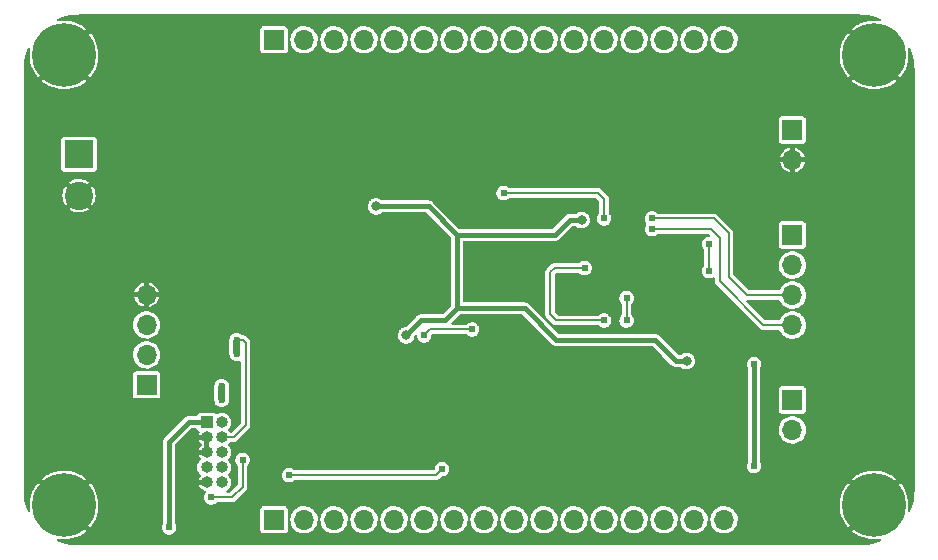
<source format=gbr>
%TF.GenerationSoftware,KiCad,Pcbnew,(6.0.2)*%
%TF.CreationDate,2022-02-18T18:14:02-05:00*%
%TF.ProjectId,EFM32TG11-Core,45464d33-3254-4473-9131-2d436f72652e,rev?*%
%TF.SameCoordinates,Original*%
%TF.FileFunction,Copper,L2,Bot*%
%TF.FilePolarity,Positive*%
%FSLAX46Y46*%
G04 Gerber Fmt 4.6, Leading zero omitted, Abs format (unit mm)*
G04 Created by KiCad (PCBNEW (6.0.2)) date 2022-02-18 18:14:02*
%MOMM*%
%LPD*%
G01*
G04 APERTURE LIST*
%TA.AperFunction,ComponentPad*%
%ADD10R,1.700000X1.700000*%
%TD*%
%TA.AperFunction,ComponentPad*%
%ADD11O,1.700000X1.700000*%
%TD*%
%TA.AperFunction,ComponentPad*%
%ADD12R,2.400000X2.400000*%
%TD*%
%TA.AperFunction,ComponentPad*%
%ADD13C,2.400000*%
%TD*%
%TA.AperFunction,ComponentPad*%
%ADD14C,0.600000*%
%TD*%
%TA.AperFunction,ComponentPad*%
%ADD15C,5.400000*%
%TD*%
%TA.AperFunction,ComponentPad*%
%ADD16R,1.000000X1.000000*%
%TD*%
%TA.AperFunction,ComponentPad*%
%ADD17O,1.000000X1.000000*%
%TD*%
%TA.AperFunction,ViaPad*%
%ADD18C,0.812800*%
%TD*%
%TA.AperFunction,ViaPad*%
%ADD19C,0.609600*%
%TD*%
%TA.AperFunction,Conductor*%
%ADD20C,0.406400*%
%TD*%
%TA.AperFunction,Conductor*%
%ADD21C,0.203200*%
%TD*%
G04 APERTURE END LIST*
%TO.C,NT2*%
G36*
X136825000Y-111760000D02*
G01*
X136225000Y-111760000D01*
X136225000Y-110560000D01*
X136825000Y-110560000D01*
X136825000Y-111760000D01*
G37*
%TO.C,NT1*%
G36*
X138095000Y-107880000D02*
G01*
X137495000Y-107880000D01*
X137495000Y-106680000D01*
X138095000Y-106680000D01*
X138095000Y-107880000D01*
G37*
%TD*%
D10*
%TO.P,J2,1,Pin_1*%
%TO.N,+3V3*%
X184855000Y-88895000D03*
D11*
%TO.P,J2,2,Pin_2*%
%TO.N,GND*%
X184855000Y-91435000D03*
%TD*%
D12*
%TO.P,J1,1,Pin_1*%
%TO.N,Net-(F1-Pad1)*%
X124460000Y-90960000D03*
D13*
%TO.P,J1,2,Pin_2*%
%TO.N,GND*%
X124460000Y-94460000D03*
%TD*%
D14*
%TO.P,NT2,1,1*%
%TO.N,/SWDIO*%
X136525000Y-111760000D03*
%TO.P,NT2,2,2*%
%TO.N,/RX_{BOOT}*%
X136525000Y-110560000D03*
%TD*%
%TO.P,NT1,1,1*%
%TO.N,/SWCLK*%
X137795000Y-106680000D03*
%TO.P,NT1,2,2*%
%TO.N,/TX_{BOOT}*%
X137795000Y-107880000D03*
%TD*%
D15*
%TO.P,H3,1,1*%
%TO.N,GND*%
X191770000Y-82550000D03*
%TD*%
D10*
%TO.P,J4,1,Pin_1*%
%TO.N,/I2C1_{SCL}*%
X184855000Y-111755000D03*
D11*
%TO.P,J4,2,Pin_2*%
%TO.N,/I2C1_{SDA}*%
X184855000Y-114295000D03*
%TD*%
D15*
%TO.P,H1,1,1*%
%TO.N,GND*%
X123190000Y-82550000D03*
%TD*%
D10*
%TO.P,J7,1,Pin_1*%
%TO.N,/PE8*%
X140970000Y-121895000D03*
D11*
%TO.P,J7,2,Pin_2*%
%TO.N,/PE9*%
X143510000Y-121895000D03*
%TO.P,J7,3,Pin_3*%
%TO.N,/PE10*%
X146050000Y-121895000D03*
%TO.P,J7,4,Pin_4*%
%TO.N,/PE11*%
X148590000Y-121895000D03*
%TO.P,J7,5,Pin_5*%
%TO.N,/PE12*%
X151130000Y-121895000D03*
%TO.P,J7,6,Pin_6*%
%TO.N,/PE15*%
X153670000Y-121895000D03*
%TO.P,J7,7,Pin_7*%
%TO.N,/PA0*%
X156210000Y-121895000D03*
%TO.P,J7,8,Pin_8*%
%TO.N,/PA1*%
X158750000Y-121895000D03*
%TO.P,J7,9,Pin_9*%
%TO.N,/PA2*%
X161290000Y-121895000D03*
%TO.P,J7,10,Pin_10*%
%TO.N,/PA3*%
X163830000Y-121895000D03*
%TO.P,J7,11,Pin_11*%
%TO.N,/PA4*%
X166370000Y-121895000D03*
%TO.P,J7,12,Pin_12*%
%TO.N,/PA5*%
X168910000Y-121895000D03*
%TO.P,J7,13,Pin_13*%
%TO.N,/PB3*%
X171450000Y-121895000D03*
%TO.P,J7,14,Pin_14*%
%TO.N,/PB4*%
X173990000Y-121895000D03*
%TO.P,J7,15,Pin_15*%
%TO.N,/PB5*%
X176530000Y-121895000D03*
%TO.P,J7,16,Pin_16*%
%TO.N,/PB6*%
X179070000Y-121895000D03*
%TD*%
D10*
%TO.P,J5,1,Pin_1*%
%TO.N,/RX_{BOOT}*%
X130175000Y-110480000D03*
D11*
%TO.P,J5,2,Pin_2*%
%TO.N,/TX_{BOOT}*%
X130175000Y-107940000D03*
%TO.P,J5,3,Pin_3*%
%TO.N,+3V3*%
X130175000Y-105400000D03*
%TO.P,J5,4,Pin_4*%
%TO.N,GND*%
X130175000Y-102860000D03*
%TD*%
D10*
%TO.P,J8,1,Pin_1*%
%TO.N,/PC15*%
X140970000Y-81255000D03*
D11*
%TO.P,J8,2,Pin_2*%
%TO.N,/PC14*%
X143510000Y-81255000D03*
%TO.P,J8,3,Pin_3*%
%TO.N,/PC13*%
X146050000Y-81255000D03*
%TO.P,J8,4,Pin_4*%
%TO.N,/PC12*%
X148590000Y-81255000D03*
%TO.P,J8,5,Pin_5*%
%TO.N,/PE7*%
X151130000Y-81255000D03*
%TO.P,J8,6,Pin_6*%
%TO.N,/PE6*%
X153670000Y-81255000D03*
%TO.P,J8,7,Pin_7*%
%TO.N,/PE5*%
X156210000Y-81255000D03*
%TO.P,J8,8,Pin_8*%
%TO.N,/PE4*%
X158750000Y-81255000D03*
%TO.P,J8,9,Pin_9*%
%TO.N,/PC7*%
X161290000Y-81255000D03*
%TO.P,J8,10,Pin_10*%
%TO.N,/PC6*%
X163830000Y-81255000D03*
%TO.P,J8,11,Pin_11*%
%TO.N,/PD8*%
X166370000Y-81255000D03*
%TO.P,J8,12,Pin_12*%
%TO.N,/PD7*%
X168910000Y-81255000D03*
%TO.P,J8,13,Pin_13*%
%TO.N,/PD6*%
X171450000Y-81255000D03*
%TO.P,J8,14,Pin_14*%
%TO.N,/PD3*%
X173990000Y-81255000D03*
%TO.P,J8,15,Pin_15*%
%TO.N,/PD2*%
X176530000Y-81255000D03*
%TO.P,J8,16,Pin_16*%
%TO.N,/PB11*%
X179070000Y-81255000D03*
%TD*%
D15*
%TO.P,H2,1,1*%
%TO.N,GND*%
X123190000Y-120650000D03*
%TD*%
D10*
%TO.P,J3,1,Pin_1*%
%TO.N,/UART1_{RX}*%
X184855000Y-97800000D03*
D11*
%TO.P,J3,2,Pin_2*%
%TO.N,/UART1_{TX}*%
X184855000Y-100340000D03*
%TO.P,J3,3,Pin_3*%
%TO.N,/UART1_{RTS}*%
X184855000Y-102880000D03*
%TO.P,J3,4,Pin_4*%
%TO.N,/UART1_{CTS}*%
X184855000Y-105420000D03*
%TD*%
D15*
%TO.P,H4,1,1*%
%TO.N,GND*%
X191770000Y-120650000D03*
%TD*%
D16*
%TO.P,J6,1,VTref*%
%TO.N,+3V3*%
X135265000Y-113655000D03*
D17*
%TO.P,J6,2,SWDIO/TMS*%
%TO.N,/SWDIO*%
X136535000Y-113655000D03*
%TO.P,J6,3,GND*%
%TO.N,GND*%
X135265000Y-114925000D03*
%TO.P,J6,4,SWDCLK/TCK*%
%TO.N,/SWCLK*%
X136535000Y-114925000D03*
%TO.P,J6,5,GND*%
%TO.N,GND*%
X135265000Y-116195000D03*
%TO.P,J6,6,SWO/TDO*%
%TO.N,/TDO_{JTAG}*%
X136535000Y-116195000D03*
%TO.P,J6,7,KEY*%
%TO.N,unconnected-(J6-Pad7)*%
X135265000Y-117465000D03*
%TO.P,J6,8,NC/TDI*%
%TO.N,/TDI_{JTAG}*%
X136535000Y-117465000D03*
%TO.P,J6,9,GNDDetect*%
%TO.N,GND*%
X135265000Y-118735000D03*
%TO.P,J6,10,~{RESET}*%
%TO.N,/~{RST}*%
X136535000Y-118735000D03*
%TD*%
D18*
%TO.N,GND*%
X153035000Y-110363000D03*
D19*
X167640000Y-103124000D03*
D18*
X142240000Y-96774000D03*
X126111000Y-113665000D03*
D19*
X151511000Y-101092000D03*
D18*
X168910000Y-108585000D03*
X153035000Y-92710000D03*
X129667000Y-81915000D03*
X173355000Y-109347000D03*
X151130000Y-92710000D03*
X135255000Y-89789000D03*
X147955000Y-97409000D03*
X133985000Y-94615000D03*
X168910000Y-92710000D03*
X171577000Y-101600000D03*
X151130000Y-113919000D03*
X129540000Y-93345000D03*
X167005000Y-92710000D03*
X139700000Y-100330000D03*
X176530000Y-101981000D03*
X170815000Y-108585000D03*
D19*
X159512000Y-109474000D03*
D18*
X126111000Y-97790000D03*
X126111000Y-99695000D03*
D19*
%TO.N,+3V3*%
X132080000Y-122555000D03*
X181610000Y-117348000D03*
X181610000Y-108712000D03*
%TO.N,VDD*%
X157734000Y-105791000D03*
X160401000Y-94234000D03*
X168910000Y-96393000D03*
D18*
X152146000Y-106299000D03*
X149606000Y-95377000D03*
X175895000Y-108458000D03*
X167005000Y-96520000D03*
D19*
X153670000Y-106299000D03*
%TO.N,VDDA*%
X167258998Y-100584000D03*
X170815000Y-105029000D03*
X170815000Y-103124000D03*
X168910000Y-105029000D03*
%TO.N,/PB11*%
X177800000Y-100838000D03*
X177800000Y-98552000D03*
%TO.N,/~{RST}*%
X142240000Y-118110000D03*
X155194000Y-117602000D03*
%TO.N,/BTLDR*%
X135636000Y-120015000D03*
X138303000Y-116840000D03*
%TO.N,/UART1_{RTS}*%
X172974000Y-96393000D03*
%TO.N,/UART1_{CTS}*%
X172974000Y-97282000D03*
%TD*%
D20*
%TO.N,+3V3*%
X135265000Y-113655000D02*
X133741000Y-113655000D01*
X132080000Y-115316000D02*
X132080000Y-122555000D01*
X133741000Y-113655000D02*
X132080000Y-115316000D01*
X181610000Y-117348000D02*
X181610000Y-108712000D01*
%TO.N,VDD*%
X153416000Y-105029000D02*
X152146000Y-106299000D01*
D21*
X168910000Y-94742000D02*
X168910000Y-96393000D01*
X168402000Y-94234000D02*
X168910000Y-94742000D01*
X157734000Y-105791000D02*
X154178000Y-105791000D01*
D20*
X156464000Y-97790000D02*
X154051000Y-95377000D01*
X175006000Y-108458000D02*
X173228000Y-106680000D01*
D21*
X160401000Y-94234000D02*
X168402000Y-94234000D01*
D20*
X164719000Y-97790000D02*
X165989000Y-96520000D01*
X175895000Y-108458000D02*
X175006000Y-108458000D01*
X164846000Y-106680000D02*
X162179000Y-104013000D01*
X156464000Y-97790000D02*
X164719000Y-97790000D01*
D21*
X154178000Y-105791000D02*
X153670000Y-106299000D01*
D20*
X155448000Y-105029000D02*
X153416000Y-105029000D01*
X165989000Y-96520000D02*
X167005000Y-96520000D01*
X154051000Y-95377000D02*
X149606000Y-95377000D01*
X173228000Y-106680000D02*
X164846000Y-106680000D01*
X156464000Y-104013000D02*
X155448000Y-105029000D01*
X156464000Y-97790000D02*
X156464000Y-104013000D01*
X162179000Y-104013000D02*
X156464000Y-104013000D01*
D21*
%TO.N,VDDA*%
X164846000Y-105029000D02*
X164338000Y-104521000D01*
X164338000Y-104521000D02*
X164338000Y-100965000D01*
X170815000Y-103124000D02*
X170815000Y-105029000D01*
X164719000Y-100584000D02*
X167259000Y-100584000D01*
X164338000Y-100965000D02*
X164719000Y-100584000D01*
X168910000Y-105029000D02*
X164846000Y-105029000D01*
%TO.N,/PB11*%
X177800000Y-100838000D02*
X177800000Y-98552000D01*
%TO.N,/SWCLK*%
X138557000Y-106934000D02*
X138557000Y-113919000D01*
X137551000Y-114925000D02*
X136535000Y-114925000D01*
X138303000Y-106680000D02*
X138557000Y-106934000D01*
X138557000Y-113919000D02*
X137551000Y-114925000D01*
X137795000Y-106680000D02*
X138303000Y-106680000D01*
%TO.N,/~{RST}*%
X142240000Y-118110000D02*
X154686000Y-118110000D01*
X154686000Y-118110000D02*
X155194000Y-117602000D01*
%TO.N,/BTLDR*%
X138303000Y-119126000D02*
X138303000Y-116840000D01*
X135636000Y-120015000D02*
X137414000Y-120015000D01*
X137414000Y-120015000D02*
X138303000Y-119126000D01*
%TO.N,/UART1_{RTS}*%
X172974000Y-96393000D02*
X178181000Y-96393000D01*
X180985000Y-102880000D02*
X184855000Y-102880000D01*
X179451000Y-97663000D02*
X179451000Y-101346000D01*
X178181000Y-96393000D02*
X179451000Y-97663000D01*
X179451000Y-101346000D02*
X180985000Y-102880000D01*
%TO.N,/UART1_{CTS}*%
X172974000Y-97282000D02*
X177927000Y-97282000D01*
X178689000Y-98044000D02*
X178689000Y-101727000D01*
X177927000Y-97282000D02*
X178689000Y-98044000D01*
X178689000Y-101727000D02*
X182382000Y-105420000D01*
X182382000Y-105420000D02*
X184855000Y-105420000D01*
%TD*%
%TA.AperFunction,Conductor*%
%TO.N,GND*%
G36*
X190477838Y-79122239D02*
G01*
X190500000Y-79125749D01*
X190507822Y-79124510D01*
X190507824Y-79124510D01*
X190513500Y-79123611D01*
X190533625Y-79122468D01*
X190624302Y-79126427D01*
X190905168Y-79138690D01*
X190913890Y-79139453D01*
X191143899Y-79169735D01*
X191311618Y-79191816D01*
X191320261Y-79193340D01*
X191490276Y-79231031D01*
X191711909Y-79280166D01*
X191720364Y-79282431D01*
X192102966Y-79403065D01*
X192111211Y-79406066D01*
X192327191Y-79495528D01*
X192374467Y-79535905D01*
X192388982Y-79596362D01*
X192365189Y-79653803D01*
X192312177Y-79686289D01*
X192275561Y-79688208D01*
X191985854Y-79650068D01*
X191980098Y-79649645D01*
X191651116Y-79644476D01*
X191645340Y-79644719D01*
X191317943Y-79677397D01*
X191312247Y-79678300D01*
X190990776Y-79748392D01*
X190985208Y-79749947D01*
X190673947Y-79856515D01*
X190668568Y-79858710D01*
X190371613Y-80000350D01*
X190366553Y-80003132D01*
X190087837Y-80177970D01*
X190083116Y-80181326D01*
X189876568Y-80346801D01*
X189869125Y-80358131D01*
X189869238Y-80360517D01*
X189871703Y-80364335D01*
X193950694Y-84443326D01*
X193962773Y-84449481D01*
X193965690Y-84449019D01*
X193968488Y-84446789D01*
X194102827Y-84286121D01*
X194106285Y-84281464D01*
X194286920Y-84006475D01*
X194289804Y-84001480D01*
X194437640Y-83707540D01*
X194439936Y-83702236D01*
X194553005Y-83393259D01*
X194554677Y-83387720D01*
X194631481Y-83067807D01*
X194632508Y-83062102D01*
X194672111Y-82734830D01*
X194672451Y-82730359D01*
X194678050Y-82552236D01*
X194677991Y-82547769D01*
X194659013Y-82218636D01*
X194658350Y-82212902D01*
X194627671Y-82037118D01*
X194636431Y-81975564D01*
X194679699Y-81930915D01*
X194740948Y-81920226D01*
X194796782Y-81947579D01*
X194819715Y-81981324D01*
X194857222Y-82071873D01*
X194913933Y-82208787D01*
X194916934Y-82217031D01*
X195037569Y-82599636D01*
X195039834Y-82608091D01*
X195080261Y-82790445D01*
X195126660Y-82999739D01*
X195128184Y-83008382D01*
X195178856Y-83393259D01*
X195180546Y-83406099D01*
X195181311Y-83414842D01*
X195197532Y-83786375D01*
X195196389Y-83806500D01*
X195194251Y-83820000D01*
X195195490Y-83827823D01*
X195197761Y-83842161D01*
X195199000Y-83857898D01*
X195199000Y-119342102D01*
X195197761Y-119357838D01*
X195194251Y-119380000D01*
X195195490Y-119387822D01*
X195195490Y-119387824D01*
X195196389Y-119393500D01*
X195197532Y-119413625D01*
X195196426Y-119438964D01*
X195183956Y-119724579D01*
X195181311Y-119785158D01*
X195180547Y-119793890D01*
X195166557Y-119900155D01*
X195128184Y-120191618D01*
X195126660Y-120200261D01*
X195041051Y-120586423D01*
X195039837Y-120591898D01*
X195037569Y-120600364D01*
X194920070Y-120973022D01*
X194916935Y-120982966D01*
X194913934Y-120991211D01*
X194909228Y-121002571D01*
X194826610Y-121202029D01*
X194786231Y-121249307D01*
X194725775Y-121263821D01*
X194668333Y-121240028D01*
X194635848Y-121187016D01*
X194633797Y-121151445D01*
X194672111Y-120834829D01*
X194672451Y-120830359D01*
X194678050Y-120652236D01*
X194677991Y-120647769D01*
X194659013Y-120318636D01*
X194658350Y-120312902D01*
X194601784Y-119988791D01*
X194600458Y-119983140D01*
X194507018Y-119667691D01*
X194505056Y-119662241D01*
X194375977Y-119359620D01*
X194373397Y-119354423D01*
X194210398Y-119068653D01*
X194207233Y-119063779D01*
X194012463Y-118798633D01*
X194008768Y-118794168D01*
X193973583Y-118756305D01*
X193961739Y-118749712D01*
X193957413Y-118750236D01*
X193956481Y-118750887D01*
X189876505Y-122830863D01*
X189870350Y-122842942D01*
X189870988Y-122846969D01*
X189871975Y-122848262D01*
X189937725Y-122908090D01*
X189942206Y-122911719D01*
X190209399Y-123103717D01*
X190214281Y-123106815D01*
X190501768Y-123266828D01*
X190506973Y-123269344D01*
X190810939Y-123395251D01*
X190816403Y-123397154D01*
X191132830Y-123487290D01*
X191138464Y-123488550D01*
X191463170Y-123541722D01*
X191468908Y-123542325D01*
X191797546Y-123557824D01*
X191803355Y-123557763D01*
X192131595Y-123535386D01*
X192137334Y-123534661D01*
X192281761Y-123507893D01*
X192343404Y-123516008D01*
X192388503Y-123558806D01*
X192399833Y-123619939D01*
X192373067Y-123676057D01*
X192338593Y-123699749D01*
X192111213Y-123793933D01*
X192102969Y-123796934D01*
X191720364Y-123917569D01*
X191711909Y-123919834D01*
X191550246Y-123955674D01*
X191320261Y-124006660D01*
X191311618Y-124008184D01*
X191143899Y-124030265D01*
X190913890Y-124060547D01*
X190905168Y-124061310D01*
X190624302Y-124073573D01*
X190533625Y-124077532D01*
X190513500Y-124076389D01*
X190507824Y-124075490D01*
X190507822Y-124075490D01*
X190500000Y-124074251D01*
X190492177Y-124075490D01*
X190477839Y-124077761D01*
X190462102Y-124079000D01*
X124497898Y-124079000D01*
X124482161Y-124077761D01*
X124467823Y-124075490D01*
X124460000Y-124074251D01*
X124452178Y-124075490D01*
X124452176Y-124075490D01*
X124446500Y-124076389D01*
X124426375Y-124077532D01*
X124335698Y-124073573D01*
X124054832Y-124061310D01*
X124046110Y-124060547D01*
X123816101Y-124030265D01*
X123648382Y-124008184D01*
X123639739Y-124006660D01*
X123409754Y-123955674D01*
X123248091Y-123919834D01*
X123239636Y-123917569D01*
X122857031Y-123796934D01*
X122848787Y-123793933D01*
X122622582Y-123700236D01*
X122575304Y-123659857D01*
X122560790Y-123599401D01*
X122584583Y-123541960D01*
X122637595Y-123509474D01*
X122677337Y-123508016D01*
X122883170Y-123541722D01*
X122888908Y-123542325D01*
X123217546Y-123557824D01*
X123223355Y-123557763D01*
X123551595Y-123535386D01*
X123557334Y-123534661D01*
X123880826Y-123474705D01*
X123886456Y-123473322D01*
X124200931Y-123376577D01*
X124206332Y-123374568D01*
X124507619Y-123242313D01*
X124512746Y-123239701D01*
X124796837Y-123073691D01*
X124801644Y-123070497D01*
X125064742Y-122872957D01*
X125069176Y-122869211D01*
X125084641Y-122854535D01*
X125091109Y-122842623D01*
X125090504Y-122838026D01*
X125090131Y-122837499D01*
X122903443Y-120650811D01*
X123482481Y-120650811D01*
X123483291Y-120655923D01*
X125370694Y-122543326D01*
X125382773Y-122549481D01*
X125385690Y-122549019D01*
X125386261Y-122548564D01*
X131465453Y-122548564D01*
X131466118Y-122554588D01*
X131466118Y-122554592D01*
X131475809Y-122642369D01*
X131481657Y-122695340D01*
X131483743Y-122701040D01*
X131526170Y-122816978D01*
X131532404Y-122834014D01*
X131535790Y-122839053D01*
X131594918Y-122927044D01*
X131614765Y-122956580D01*
X131707260Y-123040744D01*
X131717763Y-123050300D01*
X131723985Y-123055962D01*
X131729312Y-123058854D01*
X131729313Y-123058855D01*
X131749147Y-123069624D01*
X131853758Y-123126423D01*
X131859628Y-123127963D01*
X131990725Y-123162356D01*
X131990726Y-123162356D01*
X131996592Y-123163895D01*
X132065717Y-123164981D01*
X132138177Y-123166119D01*
X132138179Y-123166119D01*
X132144241Y-123166214D01*
X132150152Y-123164860D01*
X132150154Y-123164860D01*
X132282272Y-123134601D01*
X132282275Y-123134600D01*
X132288182Y-123133247D01*
X132346897Y-123103717D01*
X132414685Y-123069624D01*
X132414688Y-123069622D01*
X132420104Y-123066898D01*
X132522267Y-122979642D01*
X132527782Y-122974932D01*
X132527784Y-122974930D01*
X132532391Y-122970995D01*
X132561594Y-122930355D01*
X132615024Y-122856000D01*
X132615026Y-122855997D01*
X132618561Y-122851077D01*
X132621832Y-122842942D01*
X132642971Y-122790358D01*
X139814700Y-122790358D01*
X139817867Y-122816978D01*
X139835200Y-122856000D01*
X139860065Y-122911978D01*
X139864036Y-122920919D01*
X139944528Y-123001270D01*
X139987344Y-123020199D01*
X140041629Y-123044199D01*
X140041631Y-123044200D01*
X140048549Y-123047258D01*
X140061185Y-123048731D01*
X140071730Y-123049961D01*
X140071738Y-123049961D01*
X140074642Y-123050300D01*
X141865358Y-123050300D01*
X141868306Y-123049949D01*
X141868311Y-123049949D01*
X141884482Y-123048025D01*
X141884483Y-123048025D01*
X141891978Y-123047133D01*
X141966985Y-123013816D01*
X141987432Y-123004734D01*
X141987433Y-123004733D01*
X141995919Y-123000964D01*
X142076270Y-122920472D01*
X142110546Y-122842942D01*
X142119199Y-122823371D01*
X142119200Y-122823369D01*
X142122258Y-122816451D01*
X142125300Y-122790358D01*
X142125300Y-121864628D01*
X142350149Y-121864628D01*
X142364036Y-122076503D01*
X142365168Y-122080961D01*
X142365169Y-122080966D01*
X142413236Y-122270230D01*
X142416301Y-122282299D01*
X142505195Y-122475124D01*
X142627740Y-122648521D01*
X142779832Y-122796683D01*
X142783665Y-122799244D01*
X142783666Y-122799245D01*
X142952542Y-122912085D01*
X142952546Y-122912087D01*
X142956377Y-122914647D01*
X143042255Y-122951543D01*
X143142728Y-122994709D01*
X143151463Y-122998462D01*
X143358557Y-123045323D01*
X143464640Y-123049491D01*
X143566114Y-123053478D01*
X143566115Y-123053478D01*
X143570723Y-123053659D01*
X143575280Y-123052998D01*
X143575285Y-123052998D01*
X143776293Y-123023853D01*
X143776299Y-123023852D01*
X143780855Y-123023191D01*
X143785218Y-123021710D01*
X143785222Y-123021709D01*
X143977553Y-122956421D01*
X143981916Y-122954940D01*
X144167172Y-122851192D01*
X144183003Y-122838026D01*
X144326873Y-122718370D01*
X144330420Y-122715420D01*
X144352140Y-122689305D01*
X144463244Y-122555717D01*
X144463246Y-122555715D01*
X144466192Y-122552172D01*
X144569940Y-122366916D01*
X144602748Y-122270267D01*
X144636709Y-122170222D01*
X144636710Y-122170218D01*
X144638191Y-122165855D01*
X144638852Y-122161299D01*
X144638853Y-122161293D01*
X144668234Y-121958655D01*
X144668234Y-121958653D01*
X144668659Y-121955723D01*
X144670249Y-121895000D01*
X144667458Y-121864628D01*
X144890149Y-121864628D01*
X144904036Y-122076503D01*
X144905168Y-122080961D01*
X144905169Y-122080966D01*
X144953236Y-122270230D01*
X144956301Y-122282299D01*
X145045195Y-122475124D01*
X145167740Y-122648521D01*
X145319832Y-122796683D01*
X145323665Y-122799244D01*
X145323666Y-122799245D01*
X145492542Y-122912085D01*
X145492546Y-122912087D01*
X145496377Y-122914647D01*
X145582255Y-122951543D01*
X145682728Y-122994709D01*
X145691463Y-122998462D01*
X145898557Y-123045323D01*
X146004640Y-123049491D01*
X146106114Y-123053478D01*
X146106115Y-123053478D01*
X146110723Y-123053659D01*
X146115280Y-123052998D01*
X146115285Y-123052998D01*
X146316293Y-123023853D01*
X146316299Y-123023852D01*
X146320855Y-123023191D01*
X146325218Y-123021710D01*
X146325222Y-123021709D01*
X146517553Y-122956421D01*
X146521916Y-122954940D01*
X146707172Y-122851192D01*
X146723003Y-122838026D01*
X146866873Y-122718370D01*
X146870420Y-122715420D01*
X146892140Y-122689305D01*
X147003244Y-122555717D01*
X147003246Y-122555715D01*
X147006192Y-122552172D01*
X147109940Y-122366916D01*
X147142748Y-122270267D01*
X147176709Y-122170222D01*
X147176710Y-122170218D01*
X147178191Y-122165855D01*
X147178852Y-122161299D01*
X147178853Y-122161293D01*
X147208234Y-121958655D01*
X147208234Y-121958653D01*
X147208659Y-121955723D01*
X147210249Y-121895000D01*
X147207458Y-121864628D01*
X147430149Y-121864628D01*
X147444036Y-122076503D01*
X147445168Y-122080961D01*
X147445169Y-122080966D01*
X147493236Y-122270230D01*
X147496301Y-122282299D01*
X147585195Y-122475124D01*
X147707740Y-122648521D01*
X147859832Y-122796683D01*
X147863665Y-122799244D01*
X147863666Y-122799245D01*
X148032542Y-122912085D01*
X148032546Y-122912087D01*
X148036377Y-122914647D01*
X148122255Y-122951543D01*
X148222728Y-122994709D01*
X148231463Y-122998462D01*
X148438557Y-123045323D01*
X148544640Y-123049491D01*
X148646114Y-123053478D01*
X148646115Y-123053478D01*
X148650723Y-123053659D01*
X148655280Y-123052998D01*
X148655285Y-123052998D01*
X148856293Y-123023853D01*
X148856299Y-123023852D01*
X148860855Y-123023191D01*
X148865218Y-123021710D01*
X148865222Y-123021709D01*
X149057553Y-122956421D01*
X149061916Y-122954940D01*
X149247172Y-122851192D01*
X149263003Y-122838026D01*
X149406873Y-122718370D01*
X149410420Y-122715420D01*
X149432140Y-122689305D01*
X149543244Y-122555717D01*
X149543246Y-122555715D01*
X149546192Y-122552172D01*
X149649940Y-122366916D01*
X149682748Y-122270267D01*
X149716709Y-122170222D01*
X149716710Y-122170218D01*
X149718191Y-122165855D01*
X149718852Y-122161299D01*
X149718853Y-122161293D01*
X149748234Y-121958655D01*
X149748234Y-121958653D01*
X149748659Y-121955723D01*
X149750249Y-121895000D01*
X149747458Y-121864628D01*
X149970149Y-121864628D01*
X149984036Y-122076503D01*
X149985168Y-122080961D01*
X149985169Y-122080966D01*
X150033236Y-122270230D01*
X150036301Y-122282299D01*
X150125195Y-122475124D01*
X150247740Y-122648521D01*
X150399832Y-122796683D01*
X150403665Y-122799244D01*
X150403666Y-122799245D01*
X150572542Y-122912085D01*
X150572546Y-122912087D01*
X150576377Y-122914647D01*
X150662255Y-122951543D01*
X150762728Y-122994709D01*
X150771463Y-122998462D01*
X150978557Y-123045323D01*
X151084640Y-123049491D01*
X151186114Y-123053478D01*
X151186115Y-123053478D01*
X151190723Y-123053659D01*
X151195280Y-123052998D01*
X151195285Y-123052998D01*
X151396293Y-123023853D01*
X151396299Y-123023852D01*
X151400855Y-123023191D01*
X151405218Y-123021710D01*
X151405222Y-123021709D01*
X151597553Y-122956421D01*
X151601916Y-122954940D01*
X151787172Y-122851192D01*
X151803003Y-122838026D01*
X151946873Y-122718370D01*
X151950420Y-122715420D01*
X151972140Y-122689305D01*
X152083244Y-122555717D01*
X152083246Y-122555715D01*
X152086192Y-122552172D01*
X152189940Y-122366916D01*
X152222748Y-122270267D01*
X152256709Y-122170222D01*
X152256710Y-122170218D01*
X152258191Y-122165855D01*
X152258852Y-122161299D01*
X152258853Y-122161293D01*
X152288234Y-121958655D01*
X152288234Y-121958653D01*
X152288659Y-121955723D01*
X152290249Y-121895000D01*
X152287458Y-121864628D01*
X152510149Y-121864628D01*
X152524036Y-122076503D01*
X152525168Y-122080961D01*
X152525169Y-122080966D01*
X152573236Y-122270230D01*
X152576301Y-122282299D01*
X152665195Y-122475124D01*
X152787740Y-122648521D01*
X152939832Y-122796683D01*
X152943665Y-122799244D01*
X152943666Y-122799245D01*
X153112542Y-122912085D01*
X153112546Y-122912087D01*
X153116377Y-122914647D01*
X153202255Y-122951543D01*
X153302728Y-122994709D01*
X153311463Y-122998462D01*
X153518557Y-123045323D01*
X153624640Y-123049491D01*
X153726114Y-123053478D01*
X153726115Y-123053478D01*
X153730723Y-123053659D01*
X153735280Y-123052998D01*
X153735285Y-123052998D01*
X153936293Y-123023853D01*
X153936299Y-123023852D01*
X153940855Y-123023191D01*
X153945218Y-123021710D01*
X153945222Y-123021709D01*
X154137553Y-122956421D01*
X154141916Y-122954940D01*
X154327172Y-122851192D01*
X154343003Y-122838026D01*
X154486873Y-122718370D01*
X154490420Y-122715420D01*
X154512140Y-122689305D01*
X154623244Y-122555717D01*
X154623246Y-122555715D01*
X154626192Y-122552172D01*
X154729940Y-122366916D01*
X154762748Y-122270267D01*
X154796709Y-122170222D01*
X154796710Y-122170218D01*
X154798191Y-122165855D01*
X154798852Y-122161299D01*
X154798853Y-122161293D01*
X154828234Y-121958655D01*
X154828234Y-121958653D01*
X154828659Y-121955723D01*
X154830249Y-121895000D01*
X154827458Y-121864628D01*
X155050149Y-121864628D01*
X155064036Y-122076503D01*
X155065168Y-122080961D01*
X155065169Y-122080966D01*
X155113236Y-122270230D01*
X155116301Y-122282299D01*
X155205195Y-122475124D01*
X155327740Y-122648521D01*
X155479832Y-122796683D01*
X155483665Y-122799244D01*
X155483666Y-122799245D01*
X155652542Y-122912085D01*
X155652546Y-122912087D01*
X155656377Y-122914647D01*
X155742255Y-122951543D01*
X155842728Y-122994709D01*
X155851463Y-122998462D01*
X156058557Y-123045323D01*
X156164640Y-123049491D01*
X156266114Y-123053478D01*
X156266115Y-123053478D01*
X156270723Y-123053659D01*
X156275280Y-123052998D01*
X156275285Y-123052998D01*
X156476293Y-123023853D01*
X156476299Y-123023852D01*
X156480855Y-123023191D01*
X156485218Y-123021710D01*
X156485222Y-123021709D01*
X156677553Y-122956421D01*
X156681916Y-122954940D01*
X156867172Y-122851192D01*
X156883003Y-122838026D01*
X157026873Y-122718370D01*
X157030420Y-122715420D01*
X157052140Y-122689305D01*
X157163244Y-122555717D01*
X157163246Y-122555715D01*
X157166192Y-122552172D01*
X157269940Y-122366916D01*
X157302748Y-122270267D01*
X157336709Y-122170222D01*
X157336710Y-122170218D01*
X157338191Y-122165855D01*
X157338852Y-122161299D01*
X157338853Y-122161293D01*
X157368234Y-121958655D01*
X157368234Y-121958653D01*
X157368659Y-121955723D01*
X157370249Y-121895000D01*
X157367458Y-121864628D01*
X157590149Y-121864628D01*
X157604036Y-122076503D01*
X157605168Y-122080961D01*
X157605169Y-122080966D01*
X157653236Y-122270230D01*
X157656301Y-122282299D01*
X157745195Y-122475124D01*
X157867740Y-122648521D01*
X158019832Y-122796683D01*
X158023665Y-122799244D01*
X158023666Y-122799245D01*
X158192542Y-122912085D01*
X158192546Y-122912087D01*
X158196377Y-122914647D01*
X158282255Y-122951543D01*
X158382728Y-122994709D01*
X158391463Y-122998462D01*
X158598557Y-123045323D01*
X158704640Y-123049491D01*
X158806114Y-123053478D01*
X158806115Y-123053478D01*
X158810723Y-123053659D01*
X158815280Y-123052998D01*
X158815285Y-123052998D01*
X159016293Y-123023853D01*
X159016299Y-123023852D01*
X159020855Y-123023191D01*
X159025218Y-123021710D01*
X159025222Y-123021709D01*
X159217553Y-122956421D01*
X159221916Y-122954940D01*
X159407172Y-122851192D01*
X159423003Y-122838026D01*
X159566873Y-122718370D01*
X159570420Y-122715420D01*
X159592140Y-122689305D01*
X159703244Y-122555717D01*
X159703246Y-122555715D01*
X159706192Y-122552172D01*
X159809940Y-122366916D01*
X159842748Y-122270267D01*
X159876709Y-122170222D01*
X159876710Y-122170218D01*
X159878191Y-122165855D01*
X159878852Y-122161299D01*
X159878853Y-122161293D01*
X159908234Y-121958655D01*
X159908234Y-121958653D01*
X159908659Y-121955723D01*
X159910249Y-121895000D01*
X159907458Y-121864628D01*
X160130149Y-121864628D01*
X160144036Y-122076503D01*
X160145168Y-122080961D01*
X160145169Y-122080966D01*
X160193236Y-122270230D01*
X160196301Y-122282299D01*
X160285195Y-122475124D01*
X160407740Y-122648521D01*
X160559832Y-122796683D01*
X160563665Y-122799244D01*
X160563666Y-122799245D01*
X160732542Y-122912085D01*
X160732546Y-122912087D01*
X160736377Y-122914647D01*
X160822255Y-122951543D01*
X160922728Y-122994709D01*
X160931463Y-122998462D01*
X161138557Y-123045323D01*
X161244640Y-123049491D01*
X161346114Y-123053478D01*
X161346115Y-123053478D01*
X161350723Y-123053659D01*
X161355280Y-123052998D01*
X161355285Y-123052998D01*
X161556293Y-123023853D01*
X161556299Y-123023852D01*
X161560855Y-123023191D01*
X161565218Y-123021710D01*
X161565222Y-123021709D01*
X161757553Y-122956421D01*
X161761916Y-122954940D01*
X161947172Y-122851192D01*
X161963003Y-122838026D01*
X162106873Y-122718370D01*
X162110420Y-122715420D01*
X162132140Y-122689305D01*
X162243244Y-122555717D01*
X162243246Y-122555715D01*
X162246192Y-122552172D01*
X162349940Y-122366916D01*
X162382748Y-122270267D01*
X162416709Y-122170222D01*
X162416710Y-122170218D01*
X162418191Y-122165855D01*
X162418852Y-122161299D01*
X162418853Y-122161293D01*
X162448234Y-121958655D01*
X162448234Y-121958653D01*
X162448659Y-121955723D01*
X162450249Y-121895000D01*
X162447458Y-121864628D01*
X162670149Y-121864628D01*
X162684036Y-122076503D01*
X162685168Y-122080961D01*
X162685169Y-122080966D01*
X162733236Y-122270230D01*
X162736301Y-122282299D01*
X162825195Y-122475124D01*
X162947740Y-122648521D01*
X163099832Y-122796683D01*
X163103665Y-122799244D01*
X163103666Y-122799245D01*
X163272542Y-122912085D01*
X163272546Y-122912087D01*
X163276377Y-122914647D01*
X163362255Y-122951543D01*
X163462728Y-122994709D01*
X163471463Y-122998462D01*
X163678557Y-123045323D01*
X163784640Y-123049491D01*
X163886114Y-123053478D01*
X163886115Y-123053478D01*
X163890723Y-123053659D01*
X163895280Y-123052998D01*
X163895285Y-123052998D01*
X164096293Y-123023853D01*
X164096299Y-123023852D01*
X164100855Y-123023191D01*
X164105218Y-123021710D01*
X164105222Y-123021709D01*
X164297553Y-122956421D01*
X164301916Y-122954940D01*
X164487172Y-122851192D01*
X164503003Y-122838026D01*
X164646873Y-122718370D01*
X164650420Y-122715420D01*
X164672140Y-122689305D01*
X164783244Y-122555717D01*
X164783246Y-122555715D01*
X164786192Y-122552172D01*
X164889940Y-122366916D01*
X164922748Y-122270267D01*
X164956709Y-122170222D01*
X164956710Y-122170218D01*
X164958191Y-122165855D01*
X164958852Y-122161299D01*
X164958853Y-122161293D01*
X164988234Y-121958655D01*
X164988234Y-121958653D01*
X164988659Y-121955723D01*
X164990249Y-121895000D01*
X164987458Y-121864628D01*
X165210149Y-121864628D01*
X165224036Y-122076503D01*
X165225168Y-122080961D01*
X165225169Y-122080966D01*
X165273236Y-122270230D01*
X165276301Y-122282299D01*
X165365195Y-122475124D01*
X165487740Y-122648521D01*
X165639832Y-122796683D01*
X165643665Y-122799244D01*
X165643666Y-122799245D01*
X165812542Y-122912085D01*
X165812546Y-122912087D01*
X165816377Y-122914647D01*
X165902255Y-122951543D01*
X166002728Y-122994709D01*
X166011463Y-122998462D01*
X166218557Y-123045323D01*
X166324640Y-123049491D01*
X166426114Y-123053478D01*
X166426115Y-123053478D01*
X166430723Y-123053659D01*
X166435280Y-123052998D01*
X166435285Y-123052998D01*
X166636293Y-123023853D01*
X166636299Y-123023852D01*
X166640855Y-123023191D01*
X166645218Y-123021710D01*
X166645222Y-123021709D01*
X166837553Y-122956421D01*
X166841916Y-122954940D01*
X167027172Y-122851192D01*
X167043003Y-122838026D01*
X167186873Y-122718370D01*
X167190420Y-122715420D01*
X167212140Y-122689305D01*
X167323244Y-122555717D01*
X167323246Y-122555715D01*
X167326192Y-122552172D01*
X167429940Y-122366916D01*
X167462748Y-122270267D01*
X167496709Y-122170222D01*
X167496710Y-122170218D01*
X167498191Y-122165855D01*
X167498852Y-122161299D01*
X167498853Y-122161293D01*
X167528234Y-121958655D01*
X167528234Y-121958653D01*
X167528659Y-121955723D01*
X167530249Y-121895000D01*
X167527458Y-121864628D01*
X167750149Y-121864628D01*
X167764036Y-122076503D01*
X167765168Y-122080961D01*
X167765169Y-122080966D01*
X167813236Y-122270230D01*
X167816301Y-122282299D01*
X167905195Y-122475124D01*
X168027740Y-122648521D01*
X168179832Y-122796683D01*
X168183665Y-122799244D01*
X168183666Y-122799245D01*
X168352542Y-122912085D01*
X168352546Y-122912087D01*
X168356377Y-122914647D01*
X168442255Y-122951543D01*
X168542728Y-122994709D01*
X168551463Y-122998462D01*
X168758557Y-123045323D01*
X168864640Y-123049491D01*
X168966114Y-123053478D01*
X168966115Y-123053478D01*
X168970723Y-123053659D01*
X168975280Y-123052998D01*
X168975285Y-123052998D01*
X169176293Y-123023853D01*
X169176299Y-123023852D01*
X169180855Y-123023191D01*
X169185218Y-123021710D01*
X169185222Y-123021709D01*
X169377553Y-122956421D01*
X169381916Y-122954940D01*
X169567172Y-122851192D01*
X169583003Y-122838026D01*
X169726873Y-122718370D01*
X169730420Y-122715420D01*
X169752140Y-122689305D01*
X169863244Y-122555717D01*
X169863246Y-122555715D01*
X169866192Y-122552172D01*
X169969940Y-122366916D01*
X170002748Y-122270267D01*
X170036709Y-122170222D01*
X170036710Y-122170218D01*
X170038191Y-122165855D01*
X170038852Y-122161299D01*
X170038853Y-122161293D01*
X170068234Y-121958655D01*
X170068234Y-121958653D01*
X170068659Y-121955723D01*
X170070249Y-121895000D01*
X170067458Y-121864628D01*
X170290149Y-121864628D01*
X170304036Y-122076503D01*
X170305168Y-122080961D01*
X170305169Y-122080966D01*
X170353236Y-122270230D01*
X170356301Y-122282299D01*
X170445195Y-122475124D01*
X170567740Y-122648521D01*
X170719832Y-122796683D01*
X170723665Y-122799244D01*
X170723666Y-122799245D01*
X170892542Y-122912085D01*
X170892546Y-122912087D01*
X170896377Y-122914647D01*
X170982255Y-122951543D01*
X171082728Y-122994709D01*
X171091463Y-122998462D01*
X171298557Y-123045323D01*
X171404640Y-123049491D01*
X171506114Y-123053478D01*
X171506115Y-123053478D01*
X171510723Y-123053659D01*
X171515280Y-123052998D01*
X171515285Y-123052998D01*
X171716293Y-123023853D01*
X171716299Y-123023852D01*
X171720855Y-123023191D01*
X171725218Y-123021710D01*
X171725222Y-123021709D01*
X171917553Y-122956421D01*
X171921916Y-122954940D01*
X172107172Y-122851192D01*
X172123003Y-122838026D01*
X172266873Y-122718370D01*
X172270420Y-122715420D01*
X172292140Y-122689305D01*
X172403244Y-122555717D01*
X172403246Y-122555715D01*
X172406192Y-122552172D01*
X172509940Y-122366916D01*
X172542748Y-122270267D01*
X172576709Y-122170222D01*
X172576710Y-122170218D01*
X172578191Y-122165855D01*
X172578852Y-122161299D01*
X172578853Y-122161293D01*
X172608234Y-121958655D01*
X172608234Y-121958653D01*
X172608659Y-121955723D01*
X172610249Y-121895000D01*
X172607458Y-121864628D01*
X172830149Y-121864628D01*
X172844036Y-122076503D01*
X172845168Y-122080961D01*
X172845169Y-122080966D01*
X172893236Y-122270230D01*
X172896301Y-122282299D01*
X172985195Y-122475124D01*
X173107740Y-122648521D01*
X173259832Y-122796683D01*
X173263665Y-122799244D01*
X173263666Y-122799245D01*
X173432542Y-122912085D01*
X173432546Y-122912087D01*
X173436377Y-122914647D01*
X173522255Y-122951543D01*
X173622728Y-122994709D01*
X173631463Y-122998462D01*
X173838557Y-123045323D01*
X173944640Y-123049491D01*
X174046114Y-123053478D01*
X174046115Y-123053478D01*
X174050723Y-123053659D01*
X174055280Y-123052998D01*
X174055285Y-123052998D01*
X174256293Y-123023853D01*
X174256299Y-123023852D01*
X174260855Y-123023191D01*
X174265218Y-123021710D01*
X174265222Y-123021709D01*
X174457553Y-122956421D01*
X174461916Y-122954940D01*
X174647172Y-122851192D01*
X174663003Y-122838026D01*
X174806873Y-122718370D01*
X174810420Y-122715420D01*
X174832140Y-122689305D01*
X174943244Y-122555717D01*
X174943246Y-122555715D01*
X174946192Y-122552172D01*
X175049940Y-122366916D01*
X175082748Y-122270267D01*
X175116709Y-122170222D01*
X175116710Y-122170218D01*
X175118191Y-122165855D01*
X175118852Y-122161299D01*
X175118853Y-122161293D01*
X175148234Y-121958655D01*
X175148234Y-121958653D01*
X175148659Y-121955723D01*
X175150249Y-121895000D01*
X175147458Y-121864628D01*
X175370149Y-121864628D01*
X175384036Y-122076503D01*
X175385168Y-122080961D01*
X175385169Y-122080966D01*
X175433236Y-122270230D01*
X175436301Y-122282299D01*
X175525195Y-122475124D01*
X175647740Y-122648521D01*
X175799832Y-122796683D01*
X175803665Y-122799244D01*
X175803666Y-122799245D01*
X175972542Y-122912085D01*
X175972546Y-122912087D01*
X175976377Y-122914647D01*
X176062255Y-122951543D01*
X176162728Y-122994709D01*
X176171463Y-122998462D01*
X176378557Y-123045323D01*
X176484640Y-123049491D01*
X176586114Y-123053478D01*
X176586115Y-123053478D01*
X176590723Y-123053659D01*
X176595280Y-123052998D01*
X176595285Y-123052998D01*
X176796293Y-123023853D01*
X176796299Y-123023852D01*
X176800855Y-123023191D01*
X176805218Y-123021710D01*
X176805222Y-123021709D01*
X176997553Y-122956421D01*
X177001916Y-122954940D01*
X177187172Y-122851192D01*
X177203003Y-122838026D01*
X177346873Y-122718370D01*
X177350420Y-122715420D01*
X177372140Y-122689305D01*
X177483244Y-122555717D01*
X177483246Y-122555715D01*
X177486192Y-122552172D01*
X177589940Y-122366916D01*
X177622748Y-122270267D01*
X177656709Y-122170222D01*
X177656710Y-122170218D01*
X177658191Y-122165855D01*
X177658852Y-122161299D01*
X177658853Y-122161293D01*
X177688234Y-121958655D01*
X177688234Y-121958653D01*
X177688659Y-121955723D01*
X177690249Y-121895000D01*
X177687458Y-121864628D01*
X177910149Y-121864628D01*
X177924036Y-122076503D01*
X177925168Y-122080961D01*
X177925169Y-122080966D01*
X177973236Y-122270230D01*
X177976301Y-122282299D01*
X178065195Y-122475124D01*
X178187740Y-122648521D01*
X178339832Y-122796683D01*
X178343665Y-122799244D01*
X178343666Y-122799245D01*
X178512542Y-122912085D01*
X178512546Y-122912087D01*
X178516377Y-122914647D01*
X178602255Y-122951543D01*
X178702728Y-122994709D01*
X178711463Y-122998462D01*
X178918557Y-123045323D01*
X179024640Y-123049491D01*
X179126114Y-123053478D01*
X179126115Y-123053478D01*
X179130723Y-123053659D01*
X179135280Y-123052998D01*
X179135285Y-123052998D01*
X179336293Y-123023853D01*
X179336299Y-123023852D01*
X179340855Y-123023191D01*
X179345218Y-123021710D01*
X179345222Y-123021709D01*
X179537553Y-122956421D01*
X179541916Y-122954940D01*
X179727172Y-122851192D01*
X179743003Y-122838026D01*
X179886873Y-122718370D01*
X179890420Y-122715420D01*
X179912140Y-122689305D01*
X180023244Y-122555717D01*
X180023246Y-122555715D01*
X180026192Y-122552172D01*
X180129940Y-122366916D01*
X180162748Y-122270267D01*
X180196709Y-122170222D01*
X180196710Y-122170218D01*
X180198191Y-122165855D01*
X180198852Y-122161299D01*
X180198853Y-122161293D01*
X180228234Y-121958655D01*
X180228234Y-121958653D01*
X180228659Y-121955723D01*
X180230249Y-121895000D01*
X180222213Y-121807540D01*
X180211243Y-121688149D01*
X180211242Y-121688144D01*
X180210821Y-121683561D01*
X180153186Y-121479204D01*
X180141445Y-121455395D01*
X180061318Y-121292914D01*
X180061316Y-121292911D01*
X180059275Y-121288772D01*
X180022876Y-121240028D01*
X179934996Y-121122341D01*
X179934991Y-121122336D01*
X179932233Y-121118642D01*
X179776315Y-120974513D01*
X179772419Y-120972055D01*
X179772414Y-120972051D01*
X179643075Y-120890445D01*
X179596742Y-120861211D01*
X179399529Y-120782530D01*
X179191279Y-120741107D01*
X179083787Y-120739700D01*
X178983582Y-120738388D01*
X178983578Y-120738388D01*
X178978968Y-120738328D01*
X178969011Y-120740039D01*
X178774253Y-120773504D01*
X178774248Y-120773505D01*
X178769705Y-120774286D01*
X178730553Y-120788730D01*
X178574831Y-120846178D01*
X178574829Y-120846179D01*
X178570500Y-120847776D01*
X178520424Y-120877568D01*
X178391987Y-120953980D01*
X178391982Y-120953984D01*
X178388023Y-120956339D01*
X178384557Y-120959378D01*
X178384555Y-120959380D01*
X178231852Y-121093296D01*
X178231849Y-121093299D01*
X178228385Y-121096337D01*
X178096933Y-121263083D01*
X177998070Y-121450992D01*
X177935105Y-121653771D01*
X177910149Y-121864628D01*
X177687458Y-121864628D01*
X177682213Y-121807540D01*
X177671243Y-121688149D01*
X177671242Y-121688144D01*
X177670821Y-121683561D01*
X177613186Y-121479204D01*
X177601445Y-121455395D01*
X177521318Y-121292914D01*
X177521316Y-121292911D01*
X177519275Y-121288772D01*
X177482876Y-121240028D01*
X177394996Y-121122341D01*
X177394991Y-121122336D01*
X177392233Y-121118642D01*
X177236315Y-120974513D01*
X177232419Y-120972055D01*
X177232414Y-120972051D01*
X177103075Y-120890445D01*
X177056742Y-120861211D01*
X176859529Y-120782530D01*
X176651279Y-120741107D01*
X176543787Y-120739700D01*
X176443582Y-120738388D01*
X176443578Y-120738388D01*
X176438968Y-120738328D01*
X176429011Y-120740039D01*
X176234253Y-120773504D01*
X176234248Y-120773505D01*
X176229705Y-120774286D01*
X176190553Y-120788730D01*
X176034831Y-120846178D01*
X176034829Y-120846179D01*
X176030500Y-120847776D01*
X175980424Y-120877568D01*
X175851987Y-120953980D01*
X175851982Y-120953984D01*
X175848023Y-120956339D01*
X175844557Y-120959378D01*
X175844555Y-120959380D01*
X175691852Y-121093296D01*
X175691849Y-121093299D01*
X175688385Y-121096337D01*
X175556933Y-121263083D01*
X175458070Y-121450992D01*
X175395105Y-121653771D01*
X175370149Y-121864628D01*
X175147458Y-121864628D01*
X175142213Y-121807540D01*
X175131243Y-121688149D01*
X175131242Y-121688144D01*
X175130821Y-121683561D01*
X175073186Y-121479204D01*
X175061445Y-121455395D01*
X174981318Y-121292914D01*
X174981316Y-121292911D01*
X174979275Y-121288772D01*
X174942876Y-121240028D01*
X174854996Y-121122341D01*
X174854991Y-121122336D01*
X174852233Y-121118642D01*
X174696315Y-120974513D01*
X174692419Y-120972055D01*
X174692414Y-120972051D01*
X174563075Y-120890445D01*
X174516742Y-120861211D01*
X174319529Y-120782530D01*
X174111279Y-120741107D01*
X174003787Y-120739700D01*
X173903582Y-120738388D01*
X173903578Y-120738388D01*
X173898968Y-120738328D01*
X173889011Y-120740039D01*
X173694253Y-120773504D01*
X173694248Y-120773505D01*
X173689705Y-120774286D01*
X173650553Y-120788730D01*
X173494831Y-120846178D01*
X173494829Y-120846179D01*
X173490500Y-120847776D01*
X173440424Y-120877568D01*
X173311987Y-120953980D01*
X173311982Y-120953984D01*
X173308023Y-120956339D01*
X173304557Y-120959378D01*
X173304555Y-120959380D01*
X173151852Y-121093296D01*
X173151849Y-121093299D01*
X173148385Y-121096337D01*
X173016933Y-121263083D01*
X172918070Y-121450992D01*
X172855105Y-121653771D01*
X172830149Y-121864628D01*
X172607458Y-121864628D01*
X172602213Y-121807540D01*
X172591243Y-121688149D01*
X172591242Y-121688144D01*
X172590821Y-121683561D01*
X172533186Y-121479204D01*
X172521445Y-121455395D01*
X172441318Y-121292914D01*
X172441316Y-121292911D01*
X172439275Y-121288772D01*
X172402876Y-121240028D01*
X172314996Y-121122341D01*
X172314991Y-121122336D01*
X172312233Y-121118642D01*
X172156315Y-120974513D01*
X172152419Y-120972055D01*
X172152414Y-120972051D01*
X172023075Y-120890445D01*
X171976742Y-120861211D01*
X171779529Y-120782530D01*
X171571279Y-120741107D01*
X171463787Y-120739700D01*
X171363582Y-120738388D01*
X171363578Y-120738388D01*
X171358968Y-120738328D01*
X171349011Y-120740039D01*
X171154253Y-120773504D01*
X171154248Y-120773505D01*
X171149705Y-120774286D01*
X171110553Y-120788730D01*
X170954831Y-120846178D01*
X170954829Y-120846179D01*
X170950500Y-120847776D01*
X170900424Y-120877568D01*
X170771987Y-120953980D01*
X170771982Y-120953984D01*
X170768023Y-120956339D01*
X170764557Y-120959378D01*
X170764555Y-120959380D01*
X170611852Y-121093296D01*
X170611849Y-121093299D01*
X170608385Y-121096337D01*
X170476933Y-121263083D01*
X170378070Y-121450992D01*
X170315105Y-121653771D01*
X170290149Y-121864628D01*
X170067458Y-121864628D01*
X170062213Y-121807540D01*
X170051243Y-121688149D01*
X170051242Y-121688144D01*
X170050821Y-121683561D01*
X169993186Y-121479204D01*
X169981445Y-121455395D01*
X169901318Y-121292914D01*
X169901316Y-121292911D01*
X169899275Y-121288772D01*
X169862876Y-121240028D01*
X169774996Y-121122341D01*
X169774991Y-121122336D01*
X169772233Y-121118642D01*
X169616315Y-120974513D01*
X169612419Y-120972055D01*
X169612414Y-120972051D01*
X169483075Y-120890445D01*
X169436742Y-120861211D01*
X169239529Y-120782530D01*
X169031279Y-120741107D01*
X168923787Y-120739700D01*
X168823582Y-120738388D01*
X168823578Y-120738388D01*
X168818968Y-120738328D01*
X168809011Y-120740039D01*
X168614253Y-120773504D01*
X168614248Y-120773505D01*
X168609705Y-120774286D01*
X168570553Y-120788730D01*
X168414831Y-120846178D01*
X168414829Y-120846179D01*
X168410500Y-120847776D01*
X168360424Y-120877568D01*
X168231987Y-120953980D01*
X168231982Y-120953984D01*
X168228023Y-120956339D01*
X168224557Y-120959378D01*
X168224555Y-120959380D01*
X168071852Y-121093296D01*
X168071849Y-121093299D01*
X168068385Y-121096337D01*
X167936933Y-121263083D01*
X167838070Y-121450992D01*
X167775105Y-121653771D01*
X167750149Y-121864628D01*
X167527458Y-121864628D01*
X167522213Y-121807540D01*
X167511243Y-121688149D01*
X167511242Y-121688144D01*
X167510821Y-121683561D01*
X167453186Y-121479204D01*
X167441445Y-121455395D01*
X167361318Y-121292914D01*
X167361316Y-121292911D01*
X167359275Y-121288772D01*
X167322876Y-121240028D01*
X167234996Y-121122341D01*
X167234991Y-121122336D01*
X167232233Y-121118642D01*
X167076315Y-120974513D01*
X167072419Y-120972055D01*
X167072414Y-120972051D01*
X166943075Y-120890445D01*
X166896742Y-120861211D01*
X166699529Y-120782530D01*
X166491279Y-120741107D01*
X166383787Y-120739700D01*
X166283582Y-120738388D01*
X166283578Y-120738388D01*
X166278968Y-120738328D01*
X166269011Y-120740039D01*
X166074253Y-120773504D01*
X166074248Y-120773505D01*
X166069705Y-120774286D01*
X166030553Y-120788730D01*
X165874831Y-120846178D01*
X165874829Y-120846179D01*
X165870500Y-120847776D01*
X165820424Y-120877568D01*
X165691987Y-120953980D01*
X165691982Y-120953984D01*
X165688023Y-120956339D01*
X165684557Y-120959378D01*
X165684555Y-120959380D01*
X165531852Y-121093296D01*
X165531849Y-121093299D01*
X165528385Y-121096337D01*
X165396933Y-121263083D01*
X165298070Y-121450992D01*
X165235105Y-121653771D01*
X165210149Y-121864628D01*
X164987458Y-121864628D01*
X164982213Y-121807540D01*
X164971243Y-121688149D01*
X164971242Y-121688144D01*
X164970821Y-121683561D01*
X164913186Y-121479204D01*
X164901445Y-121455395D01*
X164821318Y-121292914D01*
X164821316Y-121292911D01*
X164819275Y-121288772D01*
X164782876Y-121240028D01*
X164694996Y-121122341D01*
X164694991Y-121122336D01*
X164692233Y-121118642D01*
X164536315Y-120974513D01*
X164532419Y-120972055D01*
X164532414Y-120972051D01*
X164403075Y-120890445D01*
X164356742Y-120861211D01*
X164159529Y-120782530D01*
X163951279Y-120741107D01*
X163843787Y-120739700D01*
X163743582Y-120738388D01*
X163743578Y-120738388D01*
X163738968Y-120738328D01*
X163729011Y-120740039D01*
X163534253Y-120773504D01*
X163534248Y-120773505D01*
X163529705Y-120774286D01*
X163490553Y-120788730D01*
X163334831Y-120846178D01*
X163334829Y-120846179D01*
X163330500Y-120847776D01*
X163280424Y-120877568D01*
X163151987Y-120953980D01*
X163151982Y-120953984D01*
X163148023Y-120956339D01*
X163144557Y-120959378D01*
X163144555Y-120959380D01*
X162991852Y-121093296D01*
X162991849Y-121093299D01*
X162988385Y-121096337D01*
X162856933Y-121263083D01*
X162758070Y-121450992D01*
X162695105Y-121653771D01*
X162670149Y-121864628D01*
X162447458Y-121864628D01*
X162442213Y-121807540D01*
X162431243Y-121688149D01*
X162431242Y-121688144D01*
X162430821Y-121683561D01*
X162373186Y-121479204D01*
X162361445Y-121455395D01*
X162281318Y-121292914D01*
X162281316Y-121292911D01*
X162279275Y-121288772D01*
X162242876Y-121240028D01*
X162154996Y-121122341D01*
X162154991Y-121122336D01*
X162152233Y-121118642D01*
X161996315Y-120974513D01*
X161992419Y-120972055D01*
X161992414Y-120972051D01*
X161863075Y-120890445D01*
X161816742Y-120861211D01*
X161619529Y-120782530D01*
X161411279Y-120741107D01*
X161303787Y-120739700D01*
X161203582Y-120738388D01*
X161203578Y-120738388D01*
X161198968Y-120738328D01*
X161189011Y-120740039D01*
X160994253Y-120773504D01*
X160994248Y-120773505D01*
X160989705Y-120774286D01*
X160950553Y-120788730D01*
X160794831Y-120846178D01*
X160794829Y-120846179D01*
X160790500Y-120847776D01*
X160740424Y-120877568D01*
X160611987Y-120953980D01*
X160611982Y-120953984D01*
X160608023Y-120956339D01*
X160604557Y-120959378D01*
X160604555Y-120959380D01*
X160451852Y-121093296D01*
X160451849Y-121093299D01*
X160448385Y-121096337D01*
X160316933Y-121263083D01*
X160218070Y-121450992D01*
X160155105Y-121653771D01*
X160130149Y-121864628D01*
X159907458Y-121864628D01*
X159902213Y-121807540D01*
X159891243Y-121688149D01*
X159891242Y-121688144D01*
X159890821Y-121683561D01*
X159833186Y-121479204D01*
X159821445Y-121455395D01*
X159741318Y-121292914D01*
X159741316Y-121292911D01*
X159739275Y-121288772D01*
X159702876Y-121240028D01*
X159614996Y-121122341D01*
X159614991Y-121122336D01*
X159612233Y-121118642D01*
X159456315Y-120974513D01*
X159452419Y-120972055D01*
X159452414Y-120972051D01*
X159323075Y-120890445D01*
X159276742Y-120861211D01*
X159079529Y-120782530D01*
X158871279Y-120741107D01*
X158763787Y-120739700D01*
X158663582Y-120738388D01*
X158663578Y-120738388D01*
X158658968Y-120738328D01*
X158649011Y-120740039D01*
X158454253Y-120773504D01*
X158454248Y-120773505D01*
X158449705Y-120774286D01*
X158410553Y-120788730D01*
X158254831Y-120846178D01*
X158254829Y-120846179D01*
X158250500Y-120847776D01*
X158200424Y-120877568D01*
X158071987Y-120953980D01*
X158071982Y-120953984D01*
X158068023Y-120956339D01*
X158064557Y-120959378D01*
X158064555Y-120959380D01*
X157911852Y-121093296D01*
X157911849Y-121093299D01*
X157908385Y-121096337D01*
X157776933Y-121263083D01*
X157678070Y-121450992D01*
X157615105Y-121653771D01*
X157590149Y-121864628D01*
X157367458Y-121864628D01*
X157362213Y-121807540D01*
X157351243Y-121688149D01*
X157351242Y-121688144D01*
X157350821Y-121683561D01*
X157293186Y-121479204D01*
X157281445Y-121455395D01*
X157201318Y-121292914D01*
X157201316Y-121292911D01*
X157199275Y-121288772D01*
X157162876Y-121240028D01*
X157074996Y-121122341D01*
X157074991Y-121122336D01*
X157072233Y-121118642D01*
X156916315Y-120974513D01*
X156912419Y-120972055D01*
X156912414Y-120972051D01*
X156783075Y-120890445D01*
X156736742Y-120861211D01*
X156539529Y-120782530D01*
X156331279Y-120741107D01*
X156223787Y-120739700D01*
X156123582Y-120738388D01*
X156123578Y-120738388D01*
X156118968Y-120738328D01*
X156109011Y-120740039D01*
X155914253Y-120773504D01*
X155914248Y-120773505D01*
X155909705Y-120774286D01*
X155870553Y-120788730D01*
X155714831Y-120846178D01*
X155714829Y-120846179D01*
X155710500Y-120847776D01*
X155660424Y-120877568D01*
X155531987Y-120953980D01*
X155531982Y-120953984D01*
X155528023Y-120956339D01*
X155524557Y-120959378D01*
X155524555Y-120959380D01*
X155371852Y-121093296D01*
X155371849Y-121093299D01*
X155368385Y-121096337D01*
X155236933Y-121263083D01*
X155138070Y-121450992D01*
X155075105Y-121653771D01*
X155050149Y-121864628D01*
X154827458Y-121864628D01*
X154822213Y-121807540D01*
X154811243Y-121688149D01*
X154811242Y-121688144D01*
X154810821Y-121683561D01*
X154753186Y-121479204D01*
X154741445Y-121455395D01*
X154661318Y-121292914D01*
X154661316Y-121292911D01*
X154659275Y-121288772D01*
X154622876Y-121240028D01*
X154534996Y-121122341D01*
X154534991Y-121122336D01*
X154532233Y-121118642D01*
X154376315Y-120974513D01*
X154372419Y-120972055D01*
X154372414Y-120972051D01*
X154243075Y-120890445D01*
X154196742Y-120861211D01*
X153999529Y-120782530D01*
X153791279Y-120741107D01*
X153683787Y-120739700D01*
X153583582Y-120738388D01*
X153583578Y-120738388D01*
X153578968Y-120738328D01*
X153569011Y-120740039D01*
X153374253Y-120773504D01*
X153374248Y-120773505D01*
X153369705Y-120774286D01*
X153330553Y-120788730D01*
X153174831Y-120846178D01*
X153174829Y-120846179D01*
X153170500Y-120847776D01*
X153120424Y-120877568D01*
X152991987Y-120953980D01*
X152991982Y-120953984D01*
X152988023Y-120956339D01*
X152984557Y-120959378D01*
X152984555Y-120959380D01*
X152831852Y-121093296D01*
X152831849Y-121093299D01*
X152828385Y-121096337D01*
X152696933Y-121263083D01*
X152598070Y-121450992D01*
X152535105Y-121653771D01*
X152510149Y-121864628D01*
X152287458Y-121864628D01*
X152282213Y-121807540D01*
X152271243Y-121688149D01*
X152271242Y-121688144D01*
X152270821Y-121683561D01*
X152213186Y-121479204D01*
X152201445Y-121455395D01*
X152121318Y-121292914D01*
X152121316Y-121292911D01*
X152119275Y-121288772D01*
X152082876Y-121240028D01*
X151994996Y-121122341D01*
X151994991Y-121122336D01*
X151992233Y-121118642D01*
X151836315Y-120974513D01*
X151832419Y-120972055D01*
X151832414Y-120972051D01*
X151703075Y-120890445D01*
X151656742Y-120861211D01*
X151459529Y-120782530D01*
X151251279Y-120741107D01*
X151143787Y-120739700D01*
X151043582Y-120738388D01*
X151043578Y-120738388D01*
X151038968Y-120738328D01*
X151029011Y-120740039D01*
X150834253Y-120773504D01*
X150834248Y-120773505D01*
X150829705Y-120774286D01*
X150790553Y-120788730D01*
X150634831Y-120846178D01*
X150634829Y-120846179D01*
X150630500Y-120847776D01*
X150580424Y-120877568D01*
X150451987Y-120953980D01*
X150451982Y-120953984D01*
X150448023Y-120956339D01*
X150444557Y-120959378D01*
X150444555Y-120959380D01*
X150291852Y-121093296D01*
X150291849Y-121093299D01*
X150288385Y-121096337D01*
X150156933Y-121263083D01*
X150058070Y-121450992D01*
X149995105Y-121653771D01*
X149970149Y-121864628D01*
X149747458Y-121864628D01*
X149742213Y-121807540D01*
X149731243Y-121688149D01*
X149731242Y-121688144D01*
X149730821Y-121683561D01*
X149673186Y-121479204D01*
X149661445Y-121455395D01*
X149581318Y-121292914D01*
X149581316Y-121292911D01*
X149579275Y-121288772D01*
X149542876Y-121240028D01*
X149454996Y-121122341D01*
X149454991Y-121122336D01*
X149452233Y-121118642D01*
X149296315Y-120974513D01*
X149292419Y-120972055D01*
X149292414Y-120972051D01*
X149163075Y-120890445D01*
X149116742Y-120861211D01*
X148919529Y-120782530D01*
X148711279Y-120741107D01*
X148603787Y-120739700D01*
X148503582Y-120738388D01*
X148503578Y-120738388D01*
X148498968Y-120738328D01*
X148489011Y-120740039D01*
X148294253Y-120773504D01*
X148294248Y-120773505D01*
X148289705Y-120774286D01*
X148250553Y-120788730D01*
X148094831Y-120846178D01*
X148094829Y-120846179D01*
X148090500Y-120847776D01*
X148040424Y-120877568D01*
X147911987Y-120953980D01*
X147911982Y-120953984D01*
X147908023Y-120956339D01*
X147904557Y-120959378D01*
X147904555Y-120959380D01*
X147751852Y-121093296D01*
X147751849Y-121093299D01*
X147748385Y-121096337D01*
X147616933Y-121263083D01*
X147518070Y-121450992D01*
X147455105Y-121653771D01*
X147430149Y-121864628D01*
X147207458Y-121864628D01*
X147202213Y-121807540D01*
X147191243Y-121688149D01*
X147191242Y-121688144D01*
X147190821Y-121683561D01*
X147133186Y-121479204D01*
X147121445Y-121455395D01*
X147041318Y-121292914D01*
X147041316Y-121292911D01*
X147039275Y-121288772D01*
X147002876Y-121240028D01*
X146914996Y-121122341D01*
X146914991Y-121122336D01*
X146912233Y-121118642D01*
X146756315Y-120974513D01*
X146752419Y-120972055D01*
X146752414Y-120972051D01*
X146623075Y-120890445D01*
X146576742Y-120861211D01*
X146379529Y-120782530D01*
X146171279Y-120741107D01*
X146063787Y-120739700D01*
X145963582Y-120738388D01*
X145963578Y-120738388D01*
X145958968Y-120738328D01*
X145949011Y-120740039D01*
X145754253Y-120773504D01*
X145754248Y-120773505D01*
X145749705Y-120774286D01*
X145710553Y-120788730D01*
X145554831Y-120846178D01*
X145554829Y-120846179D01*
X145550500Y-120847776D01*
X145500424Y-120877568D01*
X145371987Y-120953980D01*
X145371982Y-120953984D01*
X145368023Y-120956339D01*
X145364557Y-120959378D01*
X145364555Y-120959380D01*
X145211852Y-121093296D01*
X145211849Y-121093299D01*
X145208385Y-121096337D01*
X145076933Y-121263083D01*
X144978070Y-121450992D01*
X144915105Y-121653771D01*
X144890149Y-121864628D01*
X144667458Y-121864628D01*
X144662213Y-121807540D01*
X144651243Y-121688149D01*
X144651242Y-121688144D01*
X144650821Y-121683561D01*
X144593186Y-121479204D01*
X144581445Y-121455395D01*
X144501318Y-121292914D01*
X144501316Y-121292911D01*
X144499275Y-121288772D01*
X144462876Y-121240028D01*
X144374996Y-121122341D01*
X144374991Y-121122336D01*
X144372233Y-121118642D01*
X144216315Y-120974513D01*
X144212419Y-120972055D01*
X144212414Y-120972051D01*
X144083075Y-120890445D01*
X144036742Y-120861211D01*
X143839529Y-120782530D01*
X143631279Y-120741107D01*
X143523787Y-120739700D01*
X143423582Y-120738388D01*
X143423578Y-120738388D01*
X143418968Y-120738328D01*
X143409011Y-120740039D01*
X143214253Y-120773504D01*
X143214248Y-120773505D01*
X143209705Y-120774286D01*
X143170553Y-120788730D01*
X143014831Y-120846178D01*
X143014829Y-120846179D01*
X143010500Y-120847776D01*
X142960424Y-120877568D01*
X142831987Y-120953980D01*
X142831982Y-120953984D01*
X142828023Y-120956339D01*
X142824557Y-120959378D01*
X142824555Y-120959380D01*
X142671852Y-121093296D01*
X142671849Y-121093299D01*
X142668385Y-121096337D01*
X142536933Y-121263083D01*
X142438070Y-121450992D01*
X142375105Y-121653771D01*
X142350149Y-121864628D01*
X142125300Y-121864628D01*
X142125300Y-120999642D01*
X142122133Y-120973022D01*
X142085454Y-120890445D01*
X142079734Y-120877568D01*
X142079733Y-120877567D01*
X142075964Y-120869081D01*
X141995472Y-120788730D01*
X141952656Y-120769801D01*
X141898371Y-120745801D01*
X141898369Y-120745800D01*
X141891451Y-120742742D01*
X141877427Y-120741107D01*
X141868270Y-120740039D01*
X141868262Y-120740039D01*
X141865358Y-120739700D01*
X140074642Y-120739700D01*
X140071694Y-120740051D01*
X140071689Y-120740051D01*
X140055518Y-120741975D01*
X140055517Y-120741975D01*
X140048022Y-120742867D01*
X139977288Y-120774286D01*
X139953224Y-120784975D01*
X139944081Y-120789036D01*
X139863730Y-120869528D01*
X139859975Y-120878022D01*
X139825351Y-120956339D01*
X139817742Y-120973549D01*
X139816866Y-120981065D01*
X139815683Y-120991213D01*
X139814700Y-120999642D01*
X139814700Y-122790358D01*
X132642971Y-122790358D01*
X132646101Y-122782571D01*
X132673640Y-122714065D01*
X132674494Y-122708065D01*
X132674495Y-122708061D01*
X132693981Y-122571135D01*
X132694446Y-122567871D01*
X132694581Y-122555000D01*
X132693858Y-122549019D01*
X132677570Y-122414424D01*
X132677569Y-122414422D01*
X132676841Y-122408402D01*
X132674483Y-122402160D01*
X132626789Y-122275943D01*
X132626788Y-122275942D01*
X132624644Y-122270267D01*
X132606192Y-122243419D01*
X132588500Y-122186441D01*
X132588500Y-115987430D01*
X134594615Y-115987430D01*
X134606853Y-115991800D01*
X135045867Y-115991800D01*
X135058757Y-115987612D01*
X135061800Y-115983423D01*
X135061800Y-115144133D01*
X135057612Y-115131243D01*
X135053423Y-115128200D01*
X134606450Y-115128200D01*
X134596089Y-115131566D01*
X134596318Y-115144051D01*
X134631756Y-115240891D01*
X134637228Y-115251630D01*
X134725386Y-115382823D01*
X134733259Y-115391943D01*
X134836984Y-115486326D01*
X134867789Y-115540332D01*
X134860966Y-115602131D01*
X134835411Y-115636542D01*
X134743152Y-115717024D01*
X134735093Y-115725975D01*
X134644203Y-115855299D01*
X134638511Y-115865914D01*
X134595219Y-115976955D01*
X134594615Y-115987430D01*
X132588500Y-115987430D01*
X132588500Y-115568297D01*
X132607713Y-115509166D01*
X132617965Y-115497162D01*
X133922163Y-114192965D01*
X133977561Y-114164739D01*
X133993298Y-114163500D01*
X134369908Y-114163500D01*
X134429039Y-114182713D01*
X134460421Y-114228065D01*
X134462867Y-114226978D01*
X134481636Y-114269232D01*
X134509036Y-114330919D01*
X134589528Y-114411270D01*
X134612445Y-114421402D01*
X134658756Y-114462882D01*
X134671842Y-114523663D01*
X134654073Y-114571254D01*
X134644203Y-114585298D01*
X134638512Y-114595913D01*
X134595219Y-114706955D01*
X134594615Y-114717430D01*
X134606853Y-114721800D01*
X135367600Y-114721800D01*
X135426731Y-114741013D01*
X135463276Y-114791313D01*
X135468200Y-114822400D01*
X135468200Y-116297600D01*
X135448987Y-116356731D01*
X135398687Y-116393276D01*
X135367600Y-116398200D01*
X134606450Y-116398200D01*
X134596089Y-116401566D01*
X134596318Y-116414051D01*
X134631756Y-116510891D01*
X134637228Y-116521630D01*
X134725386Y-116652823D01*
X134733259Y-116661944D01*
X134758497Y-116684909D01*
X134789301Y-116738915D01*
X134782478Y-116800714D01*
X134761178Y-116831190D01*
X134636988Y-116952806D01*
X134633942Y-116957533D01*
X134633940Y-116957535D01*
X134607176Y-116999065D01*
X134539119Y-117104669D01*
X134477327Y-117274442D01*
X134476622Y-117280019D01*
X134476622Y-117280021D01*
X134467618Y-117351299D01*
X134454683Y-117453685D01*
X134472313Y-117633491D01*
X134481453Y-117660967D01*
X134525741Y-117794099D01*
X134529341Y-117804922D01*
X134622932Y-117959459D01*
X134748434Y-118089421D01*
X134753134Y-118092496D01*
X134753578Y-118092864D01*
X134786890Y-118145361D01*
X134782982Y-118207413D01*
X134755581Y-118246183D01*
X134743150Y-118257027D01*
X134735093Y-118265975D01*
X134644203Y-118395299D01*
X134638511Y-118405914D01*
X134595219Y-118516955D01*
X134594615Y-118527430D01*
X134606853Y-118531800D01*
X135367600Y-118531800D01*
X135426731Y-118551013D01*
X135463276Y-118601313D01*
X135468200Y-118632400D01*
X135468200Y-118837600D01*
X135448987Y-118896731D01*
X135398687Y-118933276D01*
X135367600Y-118938200D01*
X134606450Y-118938200D01*
X134596089Y-118941566D01*
X134596318Y-118954051D01*
X134631756Y-119050891D01*
X134637228Y-119061630D01*
X134725386Y-119192823D01*
X134733259Y-119201944D01*
X134850173Y-119308328D01*
X134859985Y-119315301D01*
X134998900Y-119390725D01*
X135010103Y-119395161D01*
X135140223Y-119429297D01*
X135192543Y-119462886D01*
X135215128Y-119520813D01*
X135199351Y-119580952D01*
X135187392Y-119594806D01*
X135187907Y-119595269D01*
X135183847Y-119599779D01*
X135179277Y-119603765D01*
X135175789Y-119608728D01*
X135175788Y-119608729D01*
X135134349Y-119667691D01*
X135094368Y-119724579D01*
X135092165Y-119730229D01*
X135092164Y-119730231D01*
X135067340Y-119793901D01*
X135040727Y-119862160D01*
X135021453Y-120008564D01*
X135037657Y-120155340D01*
X135039743Y-120161040D01*
X135083137Y-120279620D01*
X135088404Y-120294014D01*
X135091790Y-120299053D01*
X135161785Y-120403216D01*
X135170765Y-120416580D01*
X135279985Y-120515962D01*
X135285312Y-120518854D01*
X135285313Y-120518855D01*
X135305147Y-120529624D01*
X135409758Y-120586423D01*
X135415628Y-120587963D01*
X135546725Y-120622356D01*
X135546726Y-120622356D01*
X135552592Y-120623895D01*
X135621717Y-120624981D01*
X135694177Y-120626119D01*
X135694179Y-120626119D01*
X135700241Y-120626214D01*
X135706152Y-120624860D01*
X135706154Y-120624860D01*
X135838272Y-120594601D01*
X135838275Y-120594600D01*
X135844182Y-120593247D01*
X135863508Y-120583527D01*
X135907229Y-120561538D01*
X188863391Y-120561538D01*
X188872003Y-120890445D01*
X188872489Y-120896224D01*
X188918844Y-121221930D01*
X188919992Y-121227625D01*
X189003479Y-121545859D01*
X189005266Y-121551356D01*
X189124779Y-121857892D01*
X189127187Y-121863154D01*
X189281143Y-122153925D01*
X189284142Y-122158877D01*
X189470489Y-122430013D01*
X189474043Y-122434596D01*
X189567930Y-122542219D01*
X189579561Y-122549180D01*
X189583065Y-122548867D01*
X189585222Y-122547410D01*
X191471364Y-120661268D01*
X191477519Y-120649189D01*
X191476709Y-120644077D01*
X189587053Y-118754421D01*
X189574974Y-118748266D01*
X189572892Y-118748596D01*
X189569016Y-118751786D01*
X189383786Y-118988018D01*
X189380486Y-118992766D01*
X189208577Y-119273297D01*
X189205845Y-119278392D01*
X189067321Y-119576816D01*
X189065185Y-119582209D01*
X188961881Y-119894574D01*
X188960386Y-119900155D01*
X188893664Y-120222337D01*
X188892820Y-120228058D01*
X188863572Y-120555778D01*
X188863391Y-120561538D01*
X135907229Y-120561538D01*
X135970685Y-120529624D01*
X135970688Y-120529622D01*
X135976104Y-120526898D01*
X136070819Y-120446003D01*
X136128261Y-120422210D01*
X136136154Y-120421900D01*
X137478446Y-120421900D01*
X137501752Y-120414327D01*
X137517098Y-120410643D01*
X137533489Y-120408047D01*
X137541306Y-120406809D01*
X137563142Y-120395683D01*
X137577718Y-120389645D01*
X137601032Y-120382070D01*
X137620859Y-120367664D01*
X137634313Y-120359419D01*
X137656151Y-120348292D01*
X138636292Y-119368151D01*
X138647419Y-119346313D01*
X138655665Y-119332858D01*
X138665414Y-119319440D01*
X138670070Y-119313032D01*
X138677645Y-119289718D01*
X138683684Y-119275140D01*
X138691216Y-119260358D01*
X138691216Y-119260357D01*
X138694809Y-119253306D01*
X138698643Y-119229098D01*
X138702327Y-119213752D01*
X138709900Y-119190446D01*
X138709900Y-118103564D01*
X141625453Y-118103564D01*
X141626118Y-118109588D01*
X141626118Y-118109592D01*
X141630067Y-118145361D01*
X141641657Y-118250340D01*
X141643743Y-118256040D01*
X141689131Y-118380069D01*
X141692404Y-118389014D01*
X141695790Y-118394053D01*
X141765785Y-118498216D01*
X141774765Y-118511580D01*
X141883985Y-118610962D01*
X141889312Y-118613854D01*
X141889313Y-118613855D01*
X141909147Y-118624624D01*
X142013758Y-118681423D01*
X142019628Y-118682963D01*
X142150725Y-118717356D01*
X142150726Y-118717356D01*
X142156592Y-118718895D01*
X142225717Y-118719981D01*
X142298177Y-118721119D01*
X142298179Y-118721119D01*
X142304241Y-118721214D01*
X142310152Y-118719860D01*
X142310154Y-118719860D01*
X142442272Y-118689601D01*
X142442275Y-118689600D01*
X142448182Y-118688247D01*
X142467508Y-118678527D01*
X142574685Y-118624624D01*
X142574688Y-118624622D01*
X142580104Y-118621898D01*
X142674819Y-118541003D01*
X142732261Y-118517210D01*
X142740154Y-118516900D01*
X154750446Y-118516900D01*
X154773752Y-118509327D01*
X154789098Y-118505643D01*
X154805489Y-118503047D01*
X154813306Y-118501809D01*
X154835142Y-118490683D01*
X154849718Y-118484645D01*
X154873032Y-118477070D01*
X154892859Y-118462664D01*
X154900256Y-118458131D01*
X189869125Y-118458131D01*
X189869238Y-118460517D01*
X189871703Y-118464335D01*
X191758732Y-120351364D01*
X191770811Y-120357519D01*
X191775923Y-120356709D01*
X193663029Y-118469603D01*
X193669184Y-118457524D01*
X193668678Y-118454329D01*
X193666763Y-118451901D01*
X193530458Y-118335484D01*
X193525834Y-118331973D01*
X193252760Y-118148476D01*
X193247781Y-118145531D01*
X192955420Y-117994632D01*
X192950122Y-117992274D01*
X192642355Y-117875978D01*
X192636838Y-117874249D01*
X192317747Y-117794099D01*
X192312042Y-117793011D01*
X191985854Y-117750068D01*
X191980098Y-117749645D01*
X191651116Y-117744476D01*
X191645340Y-117744719D01*
X191317943Y-117777397D01*
X191312247Y-117778300D01*
X190990776Y-117848392D01*
X190985208Y-117849947D01*
X190673947Y-117956515D01*
X190668568Y-117958710D01*
X190371613Y-118100350D01*
X190366553Y-118103132D01*
X190087837Y-118277970D01*
X190083116Y-118281326D01*
X189876568Y-118446801D01*
X189869125Y-118458131D01*
X154900256Y-118458131D01*
X154906313Y-118454419D01*
X154928151Y-118443292D01*
X155129654Y-118241789D01*
X155185052Y-118213563D01*
X155202368Y-118212336D01*
X155224264Y-118212680D01*
X155252178Y-118213119D01*
X155252180Y-118213119D01*
X155258241Y-118213214D01*
X155264152Y-118211860D01*
X155264154Y-118211860D01*
X155396272Y-118181601D01*
X155396275Y-118181600D01*
X155402182Y-118180247D01*
X155420143Y-118171213D01*
X155528685Y-118116624D01*
X155528688Y-118116622D01*
X155534104Y-118113898D01*
X155603812Y-118054361D01*
X155641782Y-118021932D01*
X155641784Y-118021930D01*
X155646391Y-118017995D01*
X155685780Y-117963179D01*
X155729024Y-117903000D01*
X155729026Y-117902997D01*
X155732561Y-117898077D01*
X155752535Y-117848392D01*
X155766112Y-117814616D01*
X155787640Y-117761065D01*
X155788494Y-117755065D01*
X155788495Y-117755061D01*
X155805796Y-117633491D01*
X155808446Y-117614871D01*
X155808581Y-117602000D01*
X155800445Y-117534761D01*
X155791570Y-117461424D01*
X155791569Y-117461422D01*
X155790841Y-117455402D01*
X155788483Y-117449160D01*
X155747825Y-117341564D01*
X180995453Y-117341564D01*
X180996118Y-117347588D01*
X180996118Y-117347592D01*
X181005809Y-117435369D01*
X181011657Y-117488340D01*
X181013743Y-117494040D01*
X181059155Y-117618135D01*
X181062404Y-117627014D01*
X181065790Y-117632053D01*
X181107940Y-117694778D01*
X181144765Y-117749580D01*
X181253985Y-117848962D01*
X181259312Y-117851854D01*
X181259313Y-117851855D01*
X181279147Y-117862624D01*
X181383758Y-117919423D01*
X181389628Y-117920963D01*
X181520725Y-117955356D01*
X181520726Y-117955356D01*
X181526592Y-117956895D01*
X181595717Y-117957981D01*
X181668177Y-117959119D01*
X181668179Y-117959119D01*
X181674241Y-117959214D01*
X181680152Y-117957860D01*
X181680154Y-117957860D01*
X181812272Y-117927601D01*
X181812275Y-117927600D01*
X181818182Y-117926247D01*
X181885379Y-117892451D01*
X181944685Y-117862624D01*
X181944688Y-117862622D01*
X181950104Y-117859898D01*
X182014472Y-117804922D01*
X182057782Y-117767932D01*
X182057784Y-117767930D01*
X182062391Y-117763995D01*
X182124464Y-117677612D01*
X182145024Y-117649000D01*
X182145026Y-117648997D01*
X182148561Y-117644077D01*
X182151577Y-117636576D01*
X182192506Y-117534761D01*
X182203640Y-117507065D01*
X182204494Y-117501065D01*
X182204495Y-117501061D01*
X182223981Y-117364135D01*
X182224446Y-117360871D01*
X182224581Y-117348000D01*
X182223509Y-117339135D01*
X182207570Y-117207424D01*
X182207569Y-117207422D01*
X182206841Y-117201402D01*
X182204698Y-117195729D01*
X182156789Y-117068943D01*
X182156788Y-117068942D01*
X182154644Y-117063267D01*
X182136192Y-117036419D01*
X182118500Y-116979441D01*
X182118500Y-114264628D01*
X183695149Y-114264628D01*
X183709036Y-114476503D01*
X183710168Y-114480961D01*
X183710169Y-114480966D01*
X183731427Y-114564669D01*
X183761301Y-114682299D01*
X183850195Y-114875124D01*
X183972740Y-115048521D01*
X184124832Y-115196683D01*
X184128665Y-115199244D01*
X184128666Y-115199245D01*
X184297542Y-115312085D01*
X184297546Y-115312087D01*
X184301377Y-115314647D01*
X184341535Y-115331900D01*
X184481290Y-115391943D01*
X184496463Y-115398462D01*
X184703557Y-115445323D01*
X184809640Y-115449491D01*
X184911114Y-115453478D01*
X184911115Y-115453478D01*
X184915723Y-115453659D01*
X184920280Y-115452998D01*
X184920285Y-115452998D01*
X185121293Y-115423853D01*
X185121299Y-115423852D01*
X185125855Y-115423191D01*
X185130218Y-115421710D01*
X185130222Y-115421709D01*
X185322553Y-115356421D01*
X185326916Y-115354940D01*
X185512172Y-115251192D01*
X185566890Y-115205684D01*
X185671873Y-115118370D01*
X185675420Y-115115420D01*
X185727577Y-115052708D01*
X185808244Y-114955717D01*
X185808246Y-114955715D01*
X185811192Y-114952172D01*
X185914940Y-114766916D01*
X185976591Y-114585298D01*
X185981709Y-114570222D01*
X185981710Y-114570218D01*
X185983191Y-114565855D01*
X185983852Y-114561299D01*
X185983853Y-114561293D01*
X186013234Y-114358655D01*
X186013234Y-114358653D01*
X186013659Y-114355723D01*
X186015249Y-114295000D01*
X186008999Y-114226978D01*
X185996243Y-114088149D01*
X185996242Y-114088144D01*
X185995821Y-114083561D01*
X185938186Y-113879204D01*
X185926445Y-113855395D01*
X185846318Y-113692914D01*
X185846316Y-113692911D01*
X185844275Y-113688772D01*
X185816709Y-113651856D01*
X185719996Y-113522341D01*
X185719991Y-113522336D01*
X185717233Y-113518642D01*
X185561315Y-113374513D01*
X185557419Y-113372055D01*
X185557414Y-113372051D01*
X185418093Y-113284147D01*
X185381742Y-113261211D01*
X185184529Y-113182530D01*
X184976279Y-113141107D01*
X184870124Y-113139718D01*
X184768582Y-113138388D01*
X184768578Y-113138388D01*
X184763968Y-113138328D01*
X184759423Y-113139109D01*
X184559253Y-113173504D01*
X184559248Y-113173505D01*
X184554705Y-113174286D01*
X184525707Y-113184984D01*
X184359831Y-113246178D01*
X184359829Y-113246179D01*
X184355500Y-113247776D01*
X184322473Y-113267425D01*
X184176987Y-113353980D01*
X184176982Y-113353984D01*
X184173023Y-113356339D01*
X184169557Y-113359378D01*
X184169555Y-113359380D01*
X184016852Y-113493296D01*
X184016849Y-113493299D01*
X184013385Y-113496337D01*
X183881933Y-113663083D01*
X183783070Y-113850992D01*
X183720105Y-114053771D01*
X183717104Y-114079127D01*
X183697548Y-114244361D01*
X183695149Y-114264628D01*
X182118500Y-114264628D01*
X182118500Y-112650358D01*
X183699700Y-112650358D01*
X183702867Y-112676978D01*
X183736184Y-112751985D01*
X183745065Y-112771978D01*
X183749036Y-112780919D01*
X183829528Y-112861270D01*
X183872344Y-112880199D01*
X183926629Y-112904199D01*
X183926631Y-112904200D01*
X183933549Y-112907258D01*
X183946185Y-112908731D01*
X183956730Y-112909961D01*
X183956738Y-112909961D01*
X183959642Y-112910300D01*
X185750358Y-112910300D01*
X185753306Y-112909949D01*
X185753311Y-112909949D01*
X185769482Y-112908025D01*
X185769483Y-112908025D01*
X185776978Y-112907133D01*
X185865297Y-112867903D01*
X185872432Y-112864734D01*
X185872433Y-112864733D01*
X185880919Y-112860964D01*
X185961270Y-112780472D01*
X186007258Y-112676451D01*
X186010300Y-112650358D01*
X186010300Y-110859642D01*
X186007133Y-110833022D01*
X185973816Y-110758015D01*
X185964734Y-110737568D01*
X185964733Y-110737567D01*
X185960964Y-110729081D01*
X185880472Y-110648730D01*
X185807573Y-110616501D01*
X185783371Y-110605801D01*
X185783369Y-110605800D01*
X185776451Y-110602742D01*
X185763815Y-110601269D01*
X185753270Y-110600039D01*
X185753262Y-110600039D01*
X185750358Y-110599700D01*
X183959642Y-110599700D01*
X183956694Y-110600051D01*
X183956689Y-110600051D01*
X183940518Y-110601975D01*
X183940517Y-110601975D01*
X183933022Y-110602867D01*
X183858015Y-110636184D01*
X183838224Y-110644975D01*
X183829081Y-110649036D01*
X183748730Y-110729528D01*
X183702742Y-110833549D01*
X183699700Y-110859642D01*
X183699700Y-112650358D01*
X182118500Y-112650358D01*
X182118500Y-109082307D01*
X182137405Y-109023602D01*
X182145022Y-109013002D01*
X182148561Y-109008077D01*
X182203640Y-108871065D01*
X182204494Y-108865065D01*
X182204495Y-108865061D01*
X182219387Y-108760420D01*
X182224446Y-108724871D01*
X182224581Y-108712000D01*
X182216299Y-108643554D01*
X182207570Y-108571424D01*
X182207569Y-108571422D01*
X182206841Y-108565402D01*
X182204483Y-108559160D01*
X182156789Y-108432943D01*
X182156788Y-108432942D01*
X182154644Y-108427267D01*
X182071004Y-108305570D01*
X181960750Y-108207337D01*
X181955394Y-108204501D01*
X181955391Y-108204499D01*
X181835608Y-108141078D01*
X181830246Y-108138239D01*
X181687027Y-108102265D01*
X181680970Y-108102233D01*
X181680968Y-108102233D01*
X181609901Y-108101861D01*
X181539362Y-108101492D01*
X181456009Y-108121503D01*
X181401679Y-108134546D01*
X181401676Y-108134547D01*
X181395774Y-108135964D01*
X181264554Y-108203692D01*
X181259989Y-108207674D01*
X181259988Y-108207675D01*
X181162166Y-108293011D01*
X181153277Y-108300765D01*
X181149789Y-108305728D01*
X181149788Y-108305729D01*
X181080224Y-108404710D01*
X181068368Y-108421579D01*
X181066165Y-108427229D01*
X181066164Y-108427231D01*
X181022726Y-108538643D01*
X181014727Y-108559160D01*
X180995453Y-108705564D01*
X180996118Y-108711588D01*
X180996118Y-108711592D01*
X181003609Y-108779439D01*
X181011657Y-108852340D01*
X181013743Y-108858040D01*
X181054364Y-108969043D01*
X181062404Y-108991014D01*
X181065790Y-108996053D01*
X181084399Y-109023746D01*
X181101500Y-109079855D01*
X181101500Y-116978621D01*
X181083205Y-117036467D01*
X181071857Y-117052613D01*
X181071853Y-117052620D01*
X181068368Y-117057579D01*
X181014727Y-117195160D01*
X180995453Y-117341564D01*
X155747825Y-117341564D01*
X155740789Y-117322943D01*
X155740788Y-117322942D01*
X155738644Y-117317267D01*
X155655004Y-117195570D01*
X155544750Y-117097337D01*
X155539394Y-117094501D01*
X155539391Y-117094499D01*
X155419608Y-117031078D01*
X155414246Y-117028239D01*
X155271027Y-116992265D01*
X155264970Y-116992233D01*
X155264968Y-116992233D01*
X155193901Y-116991861D01*
X155123362Y-116991492D01*
X155043450Y-117010677D01*
X154985679Y-117024546D01*
X154985676Y-117024547D01*
X154979774Y-117025964D01*
X154848554Y-117093692D01*
X154843989Y-117097674D01*
X154843988Y-117097675D01*
X154794324Y-117141000D01*
X154737277Y-117190765D01*
X154733789Y-117195728D01*
X154733788Y-117195729D01*
X154730386Y-117200570D01*
X154652368Y-117311579D01*
X154650165Y-117317229D01*
X154650164Y-117317231D01*
X154631877Y-117364135D01*
X154598727Y-117449160D01*
X154594080Y-117484460D01*
X154587563Y-117533964D01*
X154579453Y-117595564D01*
X154579974Y-117600283D01*
X154560306Y-117658725D01*
X154550678Y-117669879D01*
X154546922Y-117673635D01*
X154491524Y-117701861D01*
X154475787Y-117703100D01*
X142738791Y-117703100D01*
X142679660Y-117683887D01*
X142671869Y-117677612D01*
X142665343Y-117671797D01*
X142590750Y-117605337D01*
X142585394Y-117602501D01*
X142585391Y-117602499D01*
X142465608Y-117539078D01*
X142460246Y-117536239D01*
X142317027Y-117500265D01*
X142310970Y-117500233D01*
X142310968Y-117500233D01*
X142239901Y-117499861D01*
X142169362Y-117499492D01*
X142114384Y-117512691D01*
X142031679Y-117532546D01*
X142031676Y-117532547D01*
X142025774Y-117533964D01*
X141894554Y-117601692D01*
X141889989Y-117605674D01*
X141889988Y-117605675D01*
X141816390Y-117669879D01*
X141783277Y-117698765D01*
X141779789Y-117703728D01*
X141779788Y-117703729D01*
X141708669Y-117804922D01*
X141698368Y-117819579D01*
X141696165Y-117825229D01*
X141696164Y-117825231D01*
X141646932Y-117951504D01*
X141644727Y-117957160D01*
X141625453Y-118103564D01*
X138709900Y-118103564D01*
X138709900Y-117341225D01*
X138729113Y-117282094D01*
X138745161Y-117264732D01*
X138755391Y-117255995D01*
X138798811Y-117195570D01*
X138838024Y-117141000D01*
X138838026Y-117140997D01*
X138841561Y-117136077D01*
X138848421Y-117119014D01*
X138885506Y-117026761D01*
X138896640Y-116999065D01*
X138897494Y-116993065D01*
X138897495Y-116993061D01*
X138907720Y-116921214D01*
X138917446Y-116852871D01*
X138917581Y-116840000D01*
X138916307Y-116829467D01*
X138900570Y-116699424D01*
X138900569Y-116699422D01*
X138899841Y-116693402D01*
X138897483Y-116687160D01*
X138849789Y-116560943D01*
X138849788Y-116560942D01*
X138847644Y-116555267D01*
X138764004Y-116433570D01*
X138653750Y-116335337D01*
X138648394Y-116332501D01*
X138648391Y-116332499D01*
X138528608Y-116269078D01*
X138523246Y-116266239D01*
X138380027Y-116230265D01*
X138373970Y-116230233D01*
X138373968Y-116230233D01*
X138302901Y-116229861D01*
X138232362Y-116229492D01*
X138145989Y-116250228D01*
X138094679Y-116262546D01*
X138094676Y-116262547D01*
X138088774Y-116263964D01*
X137957554Y-116331692D01*
X137952989Y-116335674D01*
X137952988Y-116335675D01*
X137877456Y-116401566D01*
X137846277Y-116428765D01*
X137761368Y-116549579D01*
X137759165Y-116555229D01*
X137759164Y-116555231D01*
X137720412Y-116654624D01*
X137707727Y-116687160D01*
X137688453Y-116833564D01*
X137689118Y-116839588D01*
X137689118Y-116839592D01*
X137695923Y-116901231D01*
X137704657Y-116980340D01*
X137706743Y-116986040D01*
X137752131Y-117110069D01*
X137755404Y-117119014D01*
X137758790Y-117124053D01*
X137810617Y-117201179D01*
X137837765Y-117241580D01*
X137857932Y-117259930D01*
X137863204Y-117264727D01*
X137894010Y-117318733D01*
X137896100Y-117339135D01*
X137896100Y-118915787D01*
X137876887Y-118974918D01*
X137866635Y-118986922D01*
X137274922Y-119578635D01*
X137219524Y-119606861D01*
X137203787Y-119608100D01*
X137008397Y-119608100D01*
X136949266Y-119588887D01*
X136912721Y-119538587D01*
X136912721Y-119476413D01*
X136949266Y-119426113D01*
X136956886Y-119421089D01*
X137020132Y-119383387D01*
X137020138Y-119383382D01*
X137024965Y-119380505D01*
X137155799Y-119255913D01*
X137166723Y-119239472D01*
X137204554Y-119182530D01*
X137255779Y-119105430D01*
X137257776Y-119100173D01*
X137257778Y-119100169D01*
X137317938Y-118941797D01*
X137317938Y-118941796D01*
X137319936Y-118936537D01*
X137345080Y-118757628D01*
X137345396Y-118735000D01*
X137325257Y-118555458D01*
X137265841Y-118384839D01*
X137187111Y-118258844D01*
X137173084Y-118236396D01*
X137173083Y-118236395D01*
X137170102Y-118231624D01*
X137110129Y-118171231D01*
X137082096Y-118115736D01*
X137092037Y-118054361D01*
X137112136Y-118027494D01*
X137151725Y-117989794D01*
X137151731Y-117989787D01*
X137155799Y-117985913D01*
X137170686Y-117963507D01*
X137198951Y-117920963D01*
X137255779Y-117835430D01*
X137257776Y-117830173D01*
X137257778Y-117830169D01*
X137317938Y-117671797D01*
X137317938Y-117671796D01*
X137319936Y-117666537D01*
X137324783Y-117632053D01*
X137337849Y-117539078D01*
X137345080Y-117487628D01*
X137345396Y-117465000D01*
X137325257Y-117285458D01*
X137265841Y-117114839D01*
X137193498Y-116999065D01*
X137173084Y-116966396D01*
X137173083Y-116966395D01*
X137170102Y-116961624D01*
X137110129Y-116901231D01*
X137082096Y-116845736D01*
X137092037Y-116784361D01*
X137112136Y-116757494D01*
X137151725Y-116719794D01*
X137151731Y-116719787D01*
X137155799Y-116715913D01*
X137170904Y-116693179D01*
X137197716Y-116652823D01*
X137255779Y-116565430D01*
X137257776Y-116560173D01*
X137257778Y-116560169D01*
X137317938Y-116401797D01*
X137317938Y-116401796D01*
X137319936Y-116396537D01*
X137345080Y-116217628D01*
X137345396Y-116195000D01*
X137325257Y-116015458D01*
X137265841Y-115844839D01*
X137170102Y-115691624D01*
X137110129Y-115631231D01*
X137082096Y-115575736D01*
X137092037Y-115514361D01*
X137112136Y-115487494D01*
X137151725Y-115449794D01*
X137151731Y-115449787D01*
X137155799Y-115445913D01*
X137166723Y-115429472D01*
X137188535Y-115396641D01*
X137201699Y-115376829D01*
X137250423Y-115338210D01*
X137285490Y-115331900D01*
X137615446Y-115331900D01*
X137638752Y-115324327D01*
X137654098Y-115320643D01*
X137670489Y-115318047D01*
X137678306Y-115316809D01*
X137687578Y-115312085D01*
X137700140Y-115305684D01*
X137714718Y-115299645D01*
X137738032Y-115292070D01*
X137757859Y-115277664D01*
X137771313Y-115269419D01*
X137793151Y-115258292D01*
X138890292Y-114161151D01*
X138901419Y-114139313D01*
X138909665Y-114125858D01*
X138919414Y-114112440D01*
X138924070Y-114106032D01*
X138931645Y-114082718D01*
X138937684Y-114068140D01*
X138945216Y-114053358D01*
X138945216Y-114053357D01*
X138948809Y-114046306D01*
X138952643Y-114022098D01*
X138956327Y-114006752D01*
X138963900Y-113983446D01*
X138963900Y-106901976D01*
X138963899Y-106901970D01*
X138963899Y-106869553D01*
X138956326Y-106846243D01*
X138952643Y-106830900D01*
X138950048Y-106814514D01*
X138950047Y-106814512D01*
X138948809Y-106806694D01*
X138937685Y-106784862D01*
X138931643Y-106770276D01*
X138926516Y-106754497D01*
X138924070Y-106746968D01*
X138909659Y-106727133D01*
X138901416Y-106713681D01*
X138893886Y-106698902D01*
X138893885Y-106698901D01*
X138890292Y-106691849D01*
X138867369Y-106668926D01*
X138867366Y-106668922D01*
X138568077Y-106369634D01*
X138545151Y-106346708D01*
X138523313Y-106335581D01*
X138509858Y-106327335D01*
X138496440Y-106317586D01*
X138496441Y-106317586D01*
X138490032Y-106312930D01*
X138466718Y-106305355D01*
X138452140Y-106299316D01*
X138451442Y-106298960D01*
X138430306Y-106288191D01*
X138413189Y-106285480D01*
X138406098Y-106284357D01*
X138390752Y-106280673D01*
X138367446Y-106273100D01*
X138291962Y-106273100D01*
X138232831Y-106253887D01*
X138227507Y-106249340D01*
X138226705Y-106248295D01*
X138100262Y-106151272D01*
X137953015Y-106090280D01*
X137946479Y-106089420D01*
X137946477Y-106089419D01*
X137801540Y-106070338D01*
X137795000Y-106069477D01*
X137788460Y-106070338D01*
X137643523Y-106089419D01*
X137643521Y-106089420D01*
X137636985Y-106090280D01*
X137489739Y-106151272D01*
X137363295Y-106248295D01*
X137266272Y-106374739D01*
X137205280Y-106521985D01*
X137204420Y-106528521D01*
X137204419Y-106528523D01*
X137193768Y-106609425D01*
X137192723Y-106615015D01*
X137190825Y-106619772D01*
X137190200Y-106626147D01*
X137190200Y-106627101D01*
X137189458Y-106631529D01*
X137189891Y-106631571D01*
X137188984Y-106640818D01*
X137186400Y-106649741D01*
X137187199Y-106658960D01*
X137186870Y-106661827D01*
X137184477Y-106680000D01*
X137185338Y-106686540D01*
X137189339Y-106716931D01*
X137190200Y-106730062D01*
X137190200Y-107823499D01*
X137189720Y-107833315D01*
X137188984Y-107840818D01*
X137186400Y-107849741D01*
X137187199Y-107858960D01*
X137186870Y-107861827D01*
X137184477Y-107880000D01*
X137205280Y-108038015D01*
X137266272Y-108185261D01*
X137289262Y-108215222D01*
X137354901Y-108300765D01*
X137363295Y-108311705D01*
X137489738Y-108408728D01*
X137636985Y-108469720D01*
X137643521Y-108470580D01*
X137643523Y-108470581D01*
X137788460Y-108489662D01*
X137795000Y-108490523D01*
X137801540Y-108489662D01*
X137946477Y-108470581D01*
X137946479Y-108470580D01*
X137953015Y-108469720D01*
X138011002Y-108445701D01*
X138072985Y-108440823D01*
X138125997Y-108473309D01*
X138149790Y-108530750D01*
X138150100Y-108538643D01*
X138150100Y-113708787D01*
X138130887Y-113767918D01*
X138120635Y-113779922D01*
X137411922Y-114488635D01*
X137356524Y-114516861D01*
X137340787Y-114518100D01*
X137286151Y-114518100D01*
X137227020Y-114498887D01*
X137200837Y-114470810D01*
X137173084Y-114426396D01*
X137173083Y-114426395D01*
X137170102Y-114421624D01*
X137110129Y-114361231D01*
X137082096Y-114305736D01*
X137092037Y-114244361D01*
X137112136Y-114217494D01*
X137151725Y-114179794D01*
X137151731Y-114179787D01*
X137155799Y-114175913D01*
X137184799Y-114132265D01*
X137197970Y-114112440D01*
X137255779Y-114025430D01*
X137257776Y-114020173D01*
X137257778Y-114020169D01*
X137317938Y-113861797D01*
X137317938Y-113861796D01*
X137319936Y-113856537D01*
X137345080Y-113677628D01*
X137345396Y-113655000D01*
X137325257Y-113475458D01*
X137265841Y-113304839D01*
X137176536Y-113161920D01*
X137173084Y-113156396D01*
X137173083Y-113156395D01*
X137170102Y-113151624D01*
X137042797Y-113023428D01*
X136963266Y-112972956D01*
X136895004Y-112929635D01*
X136895001Y-112929634D01*
X136890254Y-112926621D01*
X136884960Y-112924736D01*
X136884956Y-112924734D01*
X136725354Y-112867903D01*
X136725355Y-112867903D01*
X136720055Y-112866016D01*
X136540658Y-112844624D01*
X136535063Y-112845212D01*
X136535060Y-112845212D01*
X136366570Y-112862921D01*
X136366567Y-112862922D01*
X136360979Y-112863509D01*
X136355657Y-112865321D01*
X136355656Y-112865321D01*
X136195275Y-112919919D01*
X136195273Y-112919920D01*
X136189950Y-112921732D01*
X136185162Y-112924678D01*
X136185159Y-112924679D01*
X136117461Y-112966327D01*
X136057030Y-112980946D01*
X135999547Y-112957253D01*
X135993675Y-112951840D01*
X135968412Y-112926621D01*
X135940472Y-112898730D01*
X135866476Y-112866016D01*
X135843371Y-112855801D01*
X135843369Y-112855800D01*
X135836451Y-112852742D01*
X135823815Y-112851269D01*
X135813270Y-112850039D01*
X135813262Y-112850039D01*
X135810358Y-112849700D01*
X134719642Y-112849700D01*
X134716694Y-112850051D01*
X134716689Y-112850051D01*
X134700518Y-112851975D01*
X134700517Y-112851975D01*
X134693022Y-112852867D01*
X134618015Y-112886184D01*
X134598224Y-112894975D01*
X134589081Y-112899036D01*
X134508730Y-112979528D01*
X134462742Y-113083549D01*
X134460330Y-113082483D01*
X134432870Y-113124360D01*
X134369907Y-113146500D01*
X133809232Y-113146500D01*
X133796334Y-113145059D01*
X133796332Y-113145083D01*
X133789194Y-113144509D01*
X133782200Y-113142926D01*
X133747432Y-113145083D01*
X133727702Y-113146307D01*
X133721473Y-113146500D01*
X133704487Y-113146500D01*
X133700940Y-113147008D01*
X133700938Y-113147008D01*
X133698295Y-113147387D01*
X133693119Y-113148128D01*
X133685101Y-113148949D01*
X133670570Y-113149851D01*
X133643973Y-113151501D01*
X133643970Y-113151502D01*
X133636823Y-113151945D01*
X133630084Y-113154378D01*
X133627029Y-113155481D01*
X133607128Y-113160443D01*
X133596813Y-113161920D01*
X133552780Y-113181941D01*
X133545309Y-113184982D01*
X133499820Y-113201404D01*
X133494035Y-113205630D01*
X133494033Y-113205631D01*
X133491399Y-113207555D01*
X133473706Y-113217893D01*
X133470745Y-113219240D01*
X133464218Y-113222208D01*
X133458788Y-113226887D01*
X133458786Y-113226888D01*
X133427570Y-113253784D01*
X133421252Y-113258801D01*
X133409448Y-113267425D01*
X133397802Y-113279071D01*
X133392334Y-113284147D01*
X133373856Y-113300069D01*
X133353873Y-113317287D01*
X133349122Y-113324616D01*
X133335841Y-113341032D01*
X131768688Y-114908185D01*
X131758547Y-114916288D01*
X131758562Y-114916306D01*
X131753104Y-114920951D01*
X131747042Y-114924776D01*
X131742297Y-114930149D01*
X131710893Y-114965707D01*
X131706625Y-114970248D01*
X131694618Y-114982255D01*
X131687726Y-114991451D01*
X131682644Y-114997692D01*
X131650622Y-115033951D01*
X131647575Y-115040442D01*
X131646195Y-115043380D01*
X131635636Y-115060954D01*
X131629384Y-115069295D01*
X131626868Y-115076005D01*
X131626868Y-115076006D01*
X131612402Y-115114594D01*
X131609274Y-115122018D01*
X131588719Y-115165800D01*
X131587617Y-115172879D01*
X131587117Y-115176090D01*
X131581915Y-115195917D01*
X131580772Y-115198968D01*
X131580771Y-115198972D01*
X131578255Y-115205684D01*
X131577724Y-115212832D01*
X131574672Y-115253905D01*
X131573751Y-115261930D01*
X131571500Y-115276386D01*
X131571500Y-115292860D01*
X131571223Y-115300314D01*
X131567461Y-115350941D01*
X131568957Y-115357949D01*
X131568957Y-115357951D01*
X131569283Y-115359480D01*
X131571500Y-115380482D01*
X131571500Y-122185621D01*
X131553205Y-122243467D01*
X131541857Y-122259613D01*
X131541853Y-122259620D01*
X131538368Y-122264579D01*
X131484727Y-122402160D01*
X131465453Y-122548564D01*
X125386261Y-122548564D01*
X125388488Y-122546789D01*
X125522827Y-122386121D01*
X125526285Y-122381464D01*
X125706920Y-122106475D01*
X125709804Y-122101480D01*
X125857640Y-121807540D01*
X125859936Y-121802236D01*
X125973005Y-121493259D01*
X125974677Y-121487720D01*
X126051481Y-121167807D01*
X126052508Y-121162102D01*
X126092111Y-120834830D01*
X126092451Y-120830359D01*
X126098050Y-120652236D01*
X126097991Y-120647769D01*
X126079013Y-120318636D01*
X126078350Y-120312902D01*
X126021784Y-119988791D01*
X126020458Y-119983140D01*
X125927018Y-119667691D01*
X125925056Y-119662241D01*
X125795977Y-119359620D01*
X125793397Y-119354423D01*
X125630398Y-119068653D01*
X125627233Y-119063779D01*
X125432463Y-118798633D01*
X125428768Y-118794168D01*
X125393583Y-118756305D01*
X125381739Y-118749712D01*
X125377413Y-118750236D01*
X125376481Y-118750887D01*
X123488636Y-120638732D01*
X123482481Y-120650811D01*
X122903443Y-120650811D01*
X121007053Y-118754421D01*
X120994974Y-118748266D01*
X120992892Y-118748596D01*
X120989016Y-118751786D01*
X120803786Y-118988018D01*
X120800486Y-118992766D01*
X120628577Y-119273297D01*
X120625845Y-119278392D01*
X120487321Y-119576816D01*
X120485185Y-119582209D01*
X120381881Y-119894574D01*
X120380386Y-119900155D01*
X120313664Y-120222337D01*
X120312820Y-120228058D01*
X120283572Y-120555778D01*
X120283391Y-120561538D01*
X120292003Y-120890445D01*
X120292489Y-120896224D01*
X120329869Y-121158872D01*
X120319180Y-121220121D01*
X120274531Y-121263389D01*
X120212977Y-121272149D01*
X120158029Y-121243056D01*
X120137331Y-121211545D01*
X120133390Y-121202029D01*
X120046066Y-120991211D01*
X120043065Y-120982966D01*
X120039930Y-120973022D01*
X119922431Y-120600364D01*
X119920163Y-120591898D01*
X119918950Y-120586423D01*
X119833340Y-120200261D01*
X119831816Y-120191618D01*
X119793443Y-119900155D01*
X119779453Y-119793890D01*
X119778689Y-119785158D01*
X119776045Y-119724579D01*
X119763574Y-119438964D01*
X119762468Y-119413625D01*
X119763611Y-119393500D01*
X119764510Y-119387824D01*
X119764510Y-119387822D01*
X119765749Y-119380000D01*
X119762239Y-119357838D01*
X119761000Y-119342102D01*
X119761000Y-118458131D01*
X121289125Y-118458131D01*
X121289238Y-118460517D01*
X121291703Y-118464335D01*
X123178732Y-120351364D01*
X123190811Y-120357519D01*
X123195923Y-120356709D01*
X125083029Y-118469603D01*
X125089184Y-118457524D01*
X125088678Y-118454329D01*
X125086763Y-118451901D01*
X124950458Y-118335484D01*
X124945834Y-118331973D01*
X124672760Y-118148476D01*
X124667781Y-118145531D01*
X124375420Y-117994632D01*
X124370122Y-117992274D01*
X124062355Y-117875978D01*
X124056838Y-117874249D01*
X123737747Y-117794099D01*
X123732042Y-117793011D01*
X123405854Y-117750068D01*
X123400098Y-117749645D01*
X123071116Y-117744476D01*
X123065340Y-117744719D01*
X122737943Y-117777397D01*
X122732247Y-117778300D01*
X122410776Y-117848392D01*
X122405208Y-117849947D01*
X122093947Y-117956515D01*
X122088568Y-117958710D01*
X121791613Y-118100350D01*
X121786553Y-118103132D01*
X121507837Y-118277970D01*
X121503116Y-118281326D01*
X121296568Y-118446801D01*
X121289125Y-118458131D01*
X119761000Y-118458131D01*
X119761000Y-111760000D01*
X135914477Y-111760000D01*
X135935280Y-111918015D01*
X135996272Y-112065261D01*
X136093295Y-112191705D01*
X136219738Y-112288728D01*
X136366985Y-112349720D01*
X136373521Y-112350580D01*
X136373523Y-112350581D01*
X136518460Y-112369662D01*
X136525000Y-112370523D01*
X136531540Y-112369662D01*
X136676477Y-112350581D01*
X136676479Y-112350580D01*
X136683015Y-112349720D01*
X136830262Y-112288728D01*
X136956705Y-112191705D01*
X137053728Y-112065261D01*
X137114720Y-111918015D01*
X137126232Y-111830575D01*
X137127277Y-111824985D01*
X137129175Y-111820228D01*
X137129800Y-111813853D01*
X137129800Y-111812899D01*
X137130542Y-111808471D01*
X137130109Y-111808429D01*
X137131016Y-111799182D01*
X137133600Y-111790259D01*
X137132801Y-111781040D01*
X137133130Y-111778173D01*
X137135523Y-111760000D01*
X137130661Y-111723069D01*
X137129800Y-111709938D01*
X137129800Y-110616501D01*
X137130280Y-110606685D01*
X137131016Y-110599182D01*
X137133600Y-110590259D01*
X137132801Y-110581040D01*
X137133130Y-110578173D01*
X137135523Y-110560000D01*
X137114720Y-110401985D01*
X137053728Y-110254739D01*
X136956705Y-110128295D01*
X136830262Y-110031272D01*
X136683015Y-109970280D01*
X136676479Y-109969420D01*
X136676477Y-109969419D01*
X136531540Y-109950338D01*
X136525000Y-109949477D01*
X136518460Y-109950338D01*
X136373523Y-109969419D01*
X136373521Y-109969420D01*
X136366985Y-109970280D01*
X136219739Y-110031272D01*
X136093295Y-110128295D01*
X135996272Y-110254739D01*
X135935280Y-110401985D01*
X135934420Y-110408521D01*
X135934419Y-110408523D01*
X135923768Y-110489425D01*
X135922723Y-110495015D01*
X135920825Y-110499772D01*
X135920200Y-110506147D01*
X135920200Y-110507101D01*
X135919458Y-110511529D01*
X135919891Y-110511571D01*
X135918984Y-110520818D01*
X135916400Y-110529741D01*
X135917199Y-110538960D01*
X135916870Y-110541827D01*
X135914477Y-110560000D01*
X135915338Y-110566540D01*
X135919339Y-110596931D01*
X135920200Y-110610062D01*
X135920200Y-111703499D01*
X135919720Y-111713315D01*
X135918984Y-111720818D01*
X135916400Y-111729741D01*
X135917199Y-111738960D01*
X135916870Y-111741827D01*
X135914477Y-111760000D01*
X119761000Y-111760000D01*
X119761000Y-111375358D01*
X129019700Y-111375358D01*
X129022867Y-111401978D01*
X129056184Y-111476985D01*
X129065065Y-111496978D01*
X129069036Y-111505919D01*
X129149528Y-111586270D01*
X129192344Y-111605199D01*
X129246629Y-111629199D01*
X129246631Y-111629200D01*
X129253549Y-111632258D01*
X129266185Y-111633731D01*
X129276730Y-111634961D01*
X129276738Y-111634961D01*
X129279642Y-111635300D01*
X131070358Y-111635300D01*
X131073306Y-111634949D01*
X131073311Y-111634949D01*
X131089482Y-111633025D01*
X131089483Y-111633025D01*
X131096978Y-111632133D01*
X131171985Y-111598816D01*
X131192432Y-111589734D01*
X131192433Y-111589733D01*
X131200919Y-111585964D01*
X131281270Y-111505472D01*
X131327258Y-111401451D01*
X131330300Y-111375358D01*
X131330300Y-109584642D01*
X131327133Y-109558022D01*
X131293816Y-109483015D01*
X131284734Y-109462568D01*
X131284733Y-109462567D01*
X131280964Y-109454081D01*
X131200472Y-109373730D01*
X131157656Y-109354801D01*
X131103371Y-109330801D01*
X131103369Y-109330800D01*
X131096451Y-109327742D01*
X131083815Y-109326269D01*
X131073270Y-109325039D01*
X131073262Y-109325039D01*
X131070358Y-109324700D01*
X129279642Y-109324700D01*
X129276694Y-109325051D01*
X129276689Y-109325051D01*
X129260518Y-109326975D01*
X129260517Y-109326975D01*
X129253022Y-109327867D01*
X129178015Y-109361184D01*
X129158224Y-109369975D01*
X129149081Y-109374036D01*
X129068730Y-109454528D01*
X129022742Y-109558549D01*
X129019700Y-109584642D01*
X129019700Y-111375358D01*
X119761000Y-111375358D01*
X119761000Y-107909628D01*
X129015149Y-107909628D01*
X129029036Y-108121503D01*
X129030168Y-108125961D01*
X129030169Y-108125966D01*
X129080165Y-108322827D01*
X129081301Y-108327299D01*
X129170195Y-108520124D01*
X129292740Y-108693521D01*
X129444832Y-108841683D01*
X129448665Y-108844244D01*
X129448666Y-108844245D01*
X129617542Y-108957085D01*
X129617546Y-108957087D01*
X129621377Y-108959647D01*
X129816463Y-109043462D01*
X130023557Y-109090323D01*
X130129640Y-109094491D01*
X130231114Y-109098478D01*
X130231115Y-109098478D01*
X130235723Y-109098659D01*
X130240280Y-109097998D01*
X130240285Y-109097998D01*
X130441293Y-109068853D01*
X130441299Y-109068852D01*
X130445855Y-109068191D01*
X130450218Y-109066710D01*
X130450222Y-109066709D01*
X130642553Y-109001421D01*
X130646916Y-108999940D01*
X130832172Y-108896192D01*
X130837444Y-108891808D01*
X130991873Y-108763370D01*
X130995420Y-108760420D01*
X131041043Y-108705564D01*
X131128244Y-108600717D01*
X131128246Y-108600715D01*
X131131192Y-108597172D01*
X131234940Y-108411916D01*
X131268957Y-108311705D01*
X131301709Y-108215222D01*
X131301710Y-108215218D01*
X131303191Y-108210855D01*
X131303852Y-108206299D01*
X131303853Y-108206293D01*
X131333234Y-108003655D01*
X131333234Y-108003653D01*
X131333659Y-108000723D01*
X131334518Y-107967917D01*
X131335172Y-107942956D01*
X131335172Y-107942949D01*
X131335249Y-107940000D01*
X131329736Y-107880000D01*
X131316243Y-107733149D01*
X131316242Y-107733144D01*
X131315821Y-107728561D01*
X131258186Y-107524204D01*
X131246445Y-107500395D01*
X131166318Y-107337914D01*
X131166316Y-107337911D01*
X131164275Y-107333772D01*
X131077798Y-107217965D01*
X131039996Y-107167341D01*
X131039991Y-107167336D01*
X131037233Y-107163642D01*
X131021408Y-107149013D01*
X130884703Y-107022645D01*
X130881315Y-107019513D01*
X130877419Y-107017055D01*
X130877414Y-107017051D01*
X130791250Y-106962686D01*
X130701742Y-106906211D01*
X130504529Y-106827530D01*
X130296279Y-106786107D01*
X130190123Y-106784717D01*
X130088582Y-106783388D01*
X130088578Y-106783388D01*
X130083968Y-106783328D01*
X130079423Y-106784109D01*
X129879253Y-106818504D01*
X129879248Y-106818505D01*
X129874705Y-106819286D01*
X129843224Y-106830900D01*
X129679831Y-106891178D01*
X129679829Y-106891179D01*
X129675500Y-106892776D01*
X129646349Y-106910119D01*
X129496987Y-106998980D01*
X129496982Y-106998984D01*
X129493023Y-107001339D01*
X129489557Y-107004378D01*
X129489555Y-107004380D01*
X129336852Y-107138296D01*
X129336849Y-107138299D01*
X129333385Y-107141337D01*
X129330532Y-107144956D01*
X129330531Y-107144957D01*
X129301530Y-107181745D01*
X129201933Y-107308083D01*
X129103070Y-107495992D01*
X129040105Y-107698771D01*
X129026665Y-107812328D01*
X129017882Y-107886540D01*
X129015149Y-107909628D01*
X119761000Y-107909628D01*
X119761000Y-105369628D01*
X129015149Y-105369628D01*
X129029036Y-105581503D01*
X129030168Y-105585961D01*
X129030169Y-105585966D01*
X129064962Y-105722964D01*
X129081301Y-105787299D01*
X129170195Y-105980124D01*
X129292740Y-106153521D01*
X129444832Y-106301683D01*
X129448665Y-106304244D01*
X129448666Y-106304245D01*
X129617542Y-106417085D01*
X129617546Y-106417087D01*
X129621377Y-106419647D01*
X129667214Y-106439340D01*
X129785560Y-106490185D01*
X129816463Y-106503462D01*
X129999007Y-106544768D01*
X130017061Y-106548853D01*
X130023557Y-106550323D01*
X130129640Y-106554491D01*
X130231114Y-106558478D01*
X130231115Y-106558478D01*
X130235723Y-106558659D01*
X130240280Y-106557998D01*
X130240285Y-106557998D01*
X130441293Y-106528853D01*
X130441299Y-106528852D01*
X130445855Y-106528191D01*
X130450218Y-106526710D01*
X130450222Y-106526709D01*
X130642553Y-106461421D01*
X130646916Y-106459940D01*
X130832172Y-106356192D01*
X130836844Y-106352307D01*
X130991873Y-106223370D01*
X130995420Y-106220420D01*
X131019253Y-106191764D01*
X131128244Y-106060717D01*
X131128246Y-106060715D01*
X131131192Y-106057172D01*
X131234940Y-105871916D01*
X131261170Y-105794644D01*
X131301709Y-105675222D01*
X131301710Y-105675218D01*
X131303191Y-105670855D01*
X131303852Y-105666299D01*
X131303853Y-105666293D01*
X131333234Y-105463655D01*
X131333234Y-105463653D01*
X131333659Y-105460723D01*
X131334803Y-105417051D01*
X131335172Y-105402956D01*
X131335172Y-105402949D01*
X131335249Y-105400000D01*
X131324805Y-105286337D01*
X131316243Y-105193149D01*
X131316242Y-105193144D01*
X131315821Y-105188561D01*
X131258186Y-104984204D01*
X131245925Y-104959341D01*
X131166318Y-104797914D01*
X131166316Y-104797911D01*
X131164275Y-104793772D01*
X131136143Y-104756098D01*
X131039996Y-104627341D01*
X131039991Y-104627336D01*
X131037233Y-104623642D01*
X131031709Y-104618535D01*
X130925862Y-104520692D01*
X130881315Y-104479513D01*
X130877419Y-104477055D01*
X130877414Y-104477051D01*
X130784602Y-104418492D01*
X130701742Y-104366211D01*
X130504529Y-104287530D01*
X130296279Y-104246107D01*
X130190123Y-104244717D01*
X130088582Y-104243388D01*
X130088578Y-104243388D01*
X130083968Y-104243328D01*
X130079423Y-104244109D01*
X129879253Y-104278504D01*
X129879248Y-104278505D01*
X129874705Y-104279286D01*
X129789317Y-104310787D01*
X129679831Y-104351178D01*
X129679829Y-104351179D01*
X129675500Y-104352776D01*
X129671532Y-104355137D01*
X129496987Y-104458980D01*
X129496982Y-104458984D01*
X129493023Y-104461339D01*
X129489557Y-104464378D01*
X129489555Y-104464380D01*
X129336852Y-104598296D01*
X129336849Y-104598299D01*
X129333385Y-104601337D01*
X129330532Y-104604956D01*
X129330531Y-104604957D01*
X129312545Y-104627772D01*
X129201933Y-104768083D01*
X129103070Y-104955992D01*
X129040105Y-105158771D01*
X129037349Y-105182061D01*
X129018731Y-105339366D01*
X129015149Y-105369628D01*
X119761000Y-105369628D01*
X119761000Y-103077653D01*
X129141720Y-103077653D01*
X129189664Y-103244854D01*
X129193272Y-103253964D01*
X129283184Y-103428914D01*
X129288486Y-103437142D01*
X129410666Y-103591294D01*
X129417476Y-103598346D01*
X129567268Y-103725829D01*
X129575313Y-103731420D01*
X129747018Y-103827383D01*
X129755993Y-103831304D01*
X129943058Y-103892085D01*
X129952641Y-103894192D01*
X129955977Y-103894589D01*
X129969275Y-103891956D01*
X129970739Y-103890375D01*
X129971800Y-103885549D01*
X129971800Y-103880860D01*
X130378200Y-103880860D01*
X130382007Y-103892578D01*
X130392509Y-103892798D01*
X130552960Y-103848000D01*
X130562103Y-103844454D01*
X130737674Y-103755766D01*
X130745939Y-103750521D01*
X130900945Y-103629417D01*
X130908035Y-103622666D01*
X131036566Y-103473760D01*
X131042211Y-103465758D01*
X131139372Y-103294726D01*
X131143355Y-103285779D01*
X131205445Y-103099131D01*
X131207613Y-103089585D01*
X131208949Y-103079008D01*
X131206409Y-103065695D01*
X131204975Y-103064348D01*
X131199841Y-103063200D01*
X130394133Y-103063200D01*
X130381243Y-103067388D01*
X130378200Y-103071577D01*
X130378200Y-103880860D01*
X129971800Y-103880860D01*
X129971800Y-103079133D01*
X129967612Y-103066243D01*
X129963423Y-103063200D01*
X129153509Y-103063200D01*
X129141907Y-103066970D01*
X129141720Y-103077653D01*
X119761000Y-103077653D01*
X119761000Y-102641902D01*
X129139910Y-102641902D01*
X129142443Y-102654242D01*
X129144175Y-102655823D01*
X129148692Y-102656800D01*
X129955867Y-102656800D01*
X129968757Y-102652612D01*
X129971800Y-102648423D01*
X129971800Y-102640867D01*
X130378200Y-102640867D01*
X130382388Y-102653757D01*
X130386577Y-102656800D01*
X131197439Y-102656800D01*
X131210329Y-102652612D01*
X131211869Y-102650492D01*
X131211717Y-102649726D01*
X131154867Y-102461430D01*
X131151132Y-102452369D01*
X131058787Y-102278693D01*
X131053366Y-102270534D01*
X130929043Y-102118098D01*
X130922148Y-102111154D01*
X130770580Y-101985766D01*
X130762468Y-101980295D01*
X130589429Y-101886733D01*
X130580409Y-101882942D01*
X130392500Y-101824774D01*
X130391377Y-101824543D01*
X130380788Y-101826794D01*
X130379095Y-101828674D01*
X130378200Y-101832884D01*
X130378200Y-102640867D01*
X129971800Y-102640867D01*
X129971800Y-101837823D01*
X129968068Y-101826337D01*
X129957205Y-101826186D01*
X129783278Y-101877375D01*
X129774191Y-101881046D01*
X129599874Y-101972178D01*
X129591684Y-101977537D01*
X129438382Y-102100794D01*
X129431386Y-102107646D01*
X129304948Y-102258329D01*
X129299415Y-102266410D01*
X129204653Y-102438783D01*
X129200797Y-102447778D01*
X129141318Y-102635278D01*
X129139910Y-102641902D01*
X119761000Y-102641902D01*
X119761000Y-95587691D01*
X123625602Y-95587691D01*
X123626050Y-95590516D01*
X123628383Y-95593434D01*
X123649221Y-95610734D01*
X123655963Y-95615456D01*
X123848057Y-95727706D01*
X123855476Y-95731261D01*
X124063316Y-95810627D01*
X124071233Y-95812927D01*
X124289238Y-95857280D01*
X124297413Y-95858255D01*
X124519739Y-95866408D01*
X124527967Y-95866035D01*
X124748654Y-95837765D01*
X124756691Y-95836056D01*
X124969793Y-95772122D01*
X124977459Y-95769118D01*
X125177262Y-95671235D01*
X125184316Y-95667030D01*
X125285362Y-95594954D01*
X125293423Y-95584059D01*
X125293431Y-95583181D01*
X125289756Y-95577125D01*
X125082123Y-95369492D01*
X148889112Y-95369492D01*
X148889777Y-95375516D01*
X148889777Y-95375520D01*
X148901106Y-95478129D01*
X148908015Y-95540711D01*
X148910101Y-95546411D01*
X148955780Y-95671235D01*
X148967213Y-95702478D01*
X148970599Y-95707516D01*
X148970599Y-95707517D01*
X149058123Y-95837765D01*
X149063290Y-95845455D01*
X149190698Y-95961387D01*
X149342082Y-96043582D01*
X149347952Y-96045122D01*
X149502835Y-96085755D01*
X149502836Y-96085755D01*
X149508702Y-96087294D01*
X149592278Y-96088607D01*
X149674876Y-96089905D01*
X149674878Y-96089905D01*
X149680939Y-96090000D01*
X149686850Y-96088646D01*
X149686852Y-96088646D01*
X149842940Y-96052897D01*
X149842943Y-96052896D01*
X149848850Y-96051543D01*
X150002741Y-95974144D01*
X150007353Y-95970205D01*
X150007356Y-95970203D01*
X150078309Y-95909603D01*
X150135750Y-95885810D01*
X150143643Y-95885500D01*
X153798703Y-95885500D01*
X153857834Y-95904713D01*
X153869838Y-95914965D01*
X155926035Y-97971162D01*
X155954261Y-98026560D01*
X155955500Y-98042297D01*
X155955500Y-103760703D01*
X155936287Y-103819834D01*
X155926035Y-103831838D01*
X155266838Y-104491035D01*
X155211440Y-104519261D01*
X155195703Y-104520500D01*
X153484233Y-104520500D01*
X153471336Y-104519059D01*
X153471334Y-104519083D01*
X153464193Y-104518508D01*
X153457200Y-104516926D01*
X153402702Y-104520307D01*
X153396473Y-104520500D01*
X153379487Y-104520500D01*
X153375940Y-104521008D01*
X153375938Y-104521008D01*
X153373295Y-104521387D01*
X153368119Y-104522128D01*
X153360101Y-104522949D01*
X153311823Y-104525945D01*
X153302025Y-104529482D01*
X153282130Y-104534442D01*
X153278904Y-104534904D01*
X153278902Y-104534905D01*
X153271813Y-104535920D01*
X153238724Y-104550965D01*
X153227782Y-104555940D01*
X153220305Y-104558983D01*
X153181565Y-104572969D01*
X153181561Y-104572971D01*
X153174819Y-104575405D01*
X153169033Y-104579632D01*
X153169031Y-104579633D01*
X153166406Y-104581551D01*
X153148706Y-104591894D01*
X153139218Y-104596208D01*
X153113306Y-104618535D01*
X153102586Y-104627772D01*
X153096269Y-104632789D01*
X153084447Y-104641425D01*
X153072795Y-104653077D01*
X153067340Y-104658142D01*
X153028873Y-104691287D01*
X153024975Y-104697301D01*
X153024974Y-104697302D01*
X153024124Y-104698613D01*
X153010842Y-104715030D01*
X152168340Y-105557533D01*
X152112942Y-105585759D01*
X152096679Y-105586997D01*
X152084308Y-105586932D01*
X152063598Y-105586824D01*
X152057701Y-105588240D01*
X152057699Y-105588240D01*
X151978530Y-105607247D01*
X151896099Y-105627037D01*
X151890713Y-105629817D01*
X151890710Y-105629818D01*
X151772455Y-105690855D01*
X151743027Y-105706044D01*
X151738462Y-105710026D01*
X151738461Y-105710027D01*
X151621786Y-105811809D01*
X151613219Y-105819282D01*
X151579294Y-105867553D01*
X151517658Y-105955252D01*
X151517656Y-105955256D01*
X151514170Y-105960216D01*
X151511967Y-105965865D01*
X151511966Y-105965868D01*
X151464709Y-106087077D01*
X151451597Y-106120708D01*
X151429112Y-106291492D01*
X151429777Y-106297516D01*
X151429777Y-106297520D01*
X151438303Y-106374739D01*
X151448015Y-106462711D01*
X151450101Y-106468411D01*
X151496454Y-106595077D01*
X151507213Y-106624478D01*
X151510599Y-106629516D01*
X151510599Y-106629517D01*
X151594583Y-106754497D01*
X151603290Y-106767455D01*
X151730698Y-106883387D01*
X151882082Y-106965582D01*
X151887952Y-106967122D01*
X152042835Y-107007755D01*
X152042836Y-107007755D01*
X152048702Y-107009294D01*
X152132278Y-107010607D01*
X152214876Y-107011905D01*
X152214878Y-107011905D01*
X152220939Y-107012000D01*
X152226850Y-107010646D01*
X152226852Y-107010646D01*
X152382940Y-106974897D01*
X152382943Y-106974896D01*
X152388850Y-106973543D01*
X152542741Y-106896144D01*
X152547353Y-106892205D01*
X152547356Y-106892203D01*
X152669116Y-106788210D01*
X152673728Y-106784271D01*
X152774248Y-106644382D01*
X152781579Y-106626147D01*
X152836234Y-106490185D01*
X152838498Y-106484554D01*
X152860141Y-106332485D01*
X152888602Y-106275525D01*
X152889032Y-106275095D01*
X152944430Y-106246869D01*
X153005838Y-106256595D01*
X153049802Y-106300559D01*
X153060159Y-106335191D01*
X153071657Y-106439340D01*
X153080568Y-106463691D01*
X153119656Y-106570504D01*
X153122404Y-106578014D01*
X153125790Y-106583053D01*
X153195331Y-106686540D01*
X153204765Y-106700580D01*
X153313985Y-106799962D01*
X153319312Y-106802854D01*
X153319313Y-106802855D01*
X153339147Y-106813624D01*
X153443758Y-106870423D01*
X153449628Y-106871963D01*
X153580725Y-106906356D01*
X153580726Y-106906356D01*
X153586592Y-106907895D01*
X153655717Y-106908981D01*
X153728177Y-106910119D01*
X153728179Y-106910119D01*
X153734241Y-106910214D01*
X153740152Y-106908860D01*
X153740154Y-106908860D01*
X153872272Y-106878601D01*
X153872275Y-106878600D01*
X153878182Y-106877247D01*
X153908450Y-106862024D01*
X154004685Y-106813624D01*
X154004688Y-106813622D01*
X154010104Y-106810898D01*
X154084956Y-106746968D01*
X154117782Y-106718932D01*
X154117784Y-106718930D01*
X154122391Y-106714995D01*
X154178775Y-106636529D01*
X154205024Y-106600000D01*
X154205026Y-106599997D01*
X154208561Y-106595077D01*
X154215421Y-106578014D01*
X154254846Y-106479940D01*
X154263640Y-106458065D01*
X154264494Y-106452065D01*
X154264495Y-106452061D01*
X154275499Y-106374739D01*
X154284446Y-106311871D01*
X154284565Y-106300499D01*
X154304395Y-106241574D01*
X154314026Y-106230417D01*
X154317091Y-106227352D01*
X154372492Y-106199136D01*
X154388213Y-106197900D01*
X157235693Y-106197900D01*
X157294824Y-106217113D01*
X157303396Y-106224091D01*
X157377985Y-106291962D01*
X157383312Y-106294854D01*
X157383313Y-106294855D01*
X157398149Y-106302910D01*
X157507758Y-106362423D01*
X157513628Y-106363963D01*
X157644725Y-106398356D01*
X157644726Y-106398356D01*
X157650592Y-106399895D01*
X157719717Y-106400981D01*
X157792177Y-106402119D01*
X157792179Y-106402119D01*
X157798241Y-106402214D01*
X157804152Y-106400860D01*
X157804154Y-106400860D01*
X157936272Y-106370601D01*
X157936275Y-106370600D01*
X157942182Y-106369247D01*
X157975864Y-106352307D01*
X158068685Y-106305624D01*
X158068688Y-106305622D01*
X158074104Y-106302898D01*
X158152862Y-106235632D01*
X158181782Y-106210932D01*
X158181784Y-106210930D01*
X158186391Y-106206995D01*
X158228247Y-106148747D01*
X158269024Y-106092000D01*
X158269026Y-106091997D01*
X158272561Y-106087077D01*
X158327640Y-105950065D01*
X158328494Y-105944065D01*
X158328495Y-105944061D01*
X158342434Y-105846113D01*
X158348446Y-105803871D01*
X158348581Y-105791000D01*
X158348106Y-105787070D01*
X158331570Y-105650424D01*
X158331569Y-105650422D01*
X158330841Y-105644402D01*
X158324280Y-105627037D01*
X158280789Y-105511943D01*
X158280788Y-105511942D01*
X158278644Y-105506267D01*
X158195004Y-105384570D01*
X158084750Y-105286337D01*
X158079394Y-105283501D01*
X158079391Y-105283499D01*
X157959608Y-105220078D01*
X157954246Y-105217239D01*
X157811027Y-105181265D01*
X157804970Y-105181233D01*
X157804968Y-105181233D01*
X157733901Y-105180861D01*
X157663362Y-105180492D01*
X157608384Y-105193691D01*
X157525679Y-105213546D01*
X157525676Y-105213547D01*
X157519774Y-105214964D01*
X157388554Y-105282692D01*
X157383989Y-105286674D01*
X157383988Y-105286675D01*
X157300726Y-105359309D01*
X157243537Y-105383702D01*
X157234594Y-105384100D01*
X156054897Y-105384100D01*
X155995766Y-105364887D01*
X155959221Y-105314587D01*
X155959221Y-105252413D01*
X155983762Y-105212365D01*
X156645162Y-104550965D01*
X156700560Y-104522739D01*
X156716297Y-104521500D01*
X161926703Y-104521500D01*
X161985834Y-104540713D01*
X161997838Y-104550965D01*
X163219537Y-105772665D01*
X164438188Y-106991316D01*
X164446289Y-107001454D01*
X164446307Y-107001439D01*
X164450950Y-107006895D01*
X164454776Y-107012958D01*
X164495698Y-107049099D01*
X164500239Y-107053367D01*
X164512255Y-107065383D01*
X164515110Y-107067522D01*
X164515115Y-107067527D01*
X164521446Y-107072271D01*
X164527709Y-107077370D01*
X164563951Y-107109378D01*
X164570437Y-107112423D01*
X164573385Y-107113808D01*
X164590954Y-107124365D01*
X164593560Y-107126318D01*
X164593564Y-107126320D01*
X164599296Y-107130616D01*
X164644617Y-107147606D01*
X164652008Y-107150721D01*
X164695800Y-107171281D01*
X164702879Y-107172383D01*
X164702882Y-107172384D01*
X164706089Y-107172883D01*
X164725933Y-107178089D01*
X164735685Y-107181745D01*
X164750076Y-107182815D01*
X164783919Y-107185330D01*
X164791934Y-107186250D01*
X164806386Y-107188500D01*
X164822850Y-107188500D01*
X164830306Y-107188777D01*
X164873791Y-107192009D01*
X164873794Y-107192009D01*
X164880941Y-107192540D01*
X164889482Y-107190717D01*
X164910482Y-107188500D01*
X172975703Y-107188500D01*
X173034834Y-107207713D01*
X173046838Y-107217965D01*
X173826636Y-107997764D01*
X174598188Y-108769316D01*
X174606289Y-108779454D01*
X174606307Y-108779439D01*
X174610950Y-108784895D01*
X174614776Y-108790958D01*
X174620149Y-108795703D01*
X174655698Y-108827099D01*
X174660239Y-108831367D01*
X174672255Y-108843383D01*
X174675110Y-108845522D01*
X174675115Y-108845527D01*
X174681446Y-108850271D01*
X174687709Y-108855370D01*
X174723951Y-108887378D01*
X174730437Y-108890423D01*
X174733385Y-108891808D01*
X174750954Y-108902365D01*
X174753558Y-108904316D01*
X174759296Y-108908616D01*
X174804595Y-108925597D01*
X174812030Y-108928730D01*
X174855800Y-108949281D01*
X174866093Y-108950884D01*
X174885919Y-108956085D01*
X174888967Y-108957227D01*
X174895684Y-108959745D01*
X174935508Y-108962704D01*
X174943905Y-108963328D01*
X174951930Y-108964249D01*
X174962545Y-108965902D01*
X174962547Y-108965902D01*
X174966386Y-108966500D01*
X174982860Y-108966500D01*
X174990314Y-108966777D01*
X175040941Y-108970539D01*
X175047949Y-108969043D01*
X175047951Y-108969043D01*
X175049480Y-108968717D01*
X175070482Y-108966500D01*
X175357380Y-108966500D01*
X175416511Y-108985713D01*
X175425083Y-108992692D01*
X175479698Y-109042387D01*
X175631082Y-109124582D01*
X175636952Y-109126122D01*
X175791835Y-109166755D01*
X175791836Y-109166755D01*
X175797702Y-109168294D01*
X175881278Y-109169607D01*
X175963876Y-109170905D01*
X175963878Y-109170905D01*
X175969939Y-109171000D01*
X175975850Y-109169646D01*
X175975852Y-109169646D01*
X176131940Y-109133897D01*
X176131943Y-109133896D01*
X176137850Y-109132543D01*
X176291741Y-109055144D01*
X176296353Y-109051205D01*
X176296356Y-109051203D01*
X176418116Y-108947210D01*
X176422728Y-108943271D01*
X176523248Y-108803382D01*
X176528243Y-108790958D01*
X176566117Y-108696742D01*
X176587498Y-108643554D01*
X176611770Y-108473014D01*
X176611927Y-108458000D01*
X176593481Y-108305570D01*
X176591961Y-108293011D01*
X176591961Y-108293009D01*
X176591232Y-108286989D01*
X176564114Y-108215222D01*
X176532488Y-108131527D01*
X176532487Y-108131526D01*
X176530343Y-108125851D01*
X176432775Y-107983888D01*
X176304160Y-107869296D01*
X176285058Y-107859182D01*
X176157286Y-107791530D01*
X176151924Y-107788691D01*
X175984855Y-107746726D01*
X175978798Y-107746694D01*
X175978796Y-107746694D01*
X175894694Y-107746254D01*
X175812598Y-107745824D01*
X175806701Y-107747240D01*
X175806699Y-107747240D01*
X175650997Y-107784621D01*
X175645099Y-107786037D01*
X175639713Y-107788817D01*
X175639710Y-107788818D01*
X175521676Y-107849741D01*
X175492027Y-107865044D01*
X175487459Y-107869029D01*
X175487456Y-107869031D01*
X175423632Y-107924708D01*
X175366443Y-107949102D01*
X175357500Y-107949500D01*
X175258297Y-107949500D01*
X175199166Y-107930287D01*
X175187162Y-107920035D01*
X173635815Y-106368688D01*
X173627712Y-106358547D01*
X173627694Y-106358562D01*
X173623049Y-106353104D01*
X173619224Y-106347042D01*
X173578292Y-106310892D01*
X173573752Y-106306625D01*
X173561745Y-106294618D01*
X173552560Y-106287734D01*
X173546299Y-106282637D01*
X173538246Y-106275525D01*
X173510049Y-106250622D01*
X173501891Y-106246792D01*
X173500620Y-106246195D01*
X173483046Y-106235636D01*
X173474705Y-106229384D01*
X173460592Y-106224093D01*
X173429406Y-106212402D01*
X173421982Y-106209274D01*
X173378200Y-106188719D01*
X173367908Y-106187117D01*
X173348083Y-106181915D01*
X173345032Y-106180772D01*
X173345028Y-106180771D01*
X173338316Y-106178255D01*
X173310284Y-106176172D01*
X173290095Y-106174672D01*
X173282070Y-106173751D01*
X173271455Y-106172098D01*
X173271453Y-106172098D01*
X173267614Y-106171500D01*
X173251140Y-106171500D01*
X173243685Y-106171223D01*
X173200205Y-106167992D01*
X173193059Y-106167461D01*
X173186051Y-106168957D01*
X173186049Y-106168957D01*
X173184520Y-106169283D01*
X173163518Y-106171500D01*
X165098297Y-106171500D01*
X165039166Y-106152287D01*
X165027162Y-106142035D01*
X163470573Y-104585446D01*
X163931100Y-104585446D01*
X163938673Y-104608752D01*
X163942357Y-104624098D01*
X163946191Y-104648306D01*
X163949784Y-104655357D01*
X163949784Y-104655358D01*
X163957316Y-104670140D01*
X163963355Y-104684718D01*
X163970930Y-104708032D01*
X163975586Y-104714440D01*
X163985335Y-104727858D01*
X163993581Y-104741313D01*
X164004708Y-104763151D01*
X164027634Y-104786077D01*
X164580922Y-105339366D01*
X164580926Y-105339369D01*
X164603849Y-105362292D01*
X164625685Y-105373418D01*
X164639141Y-105381664D01*
X164658968Y-105396069D01*
X164666499Y-105398516D01*
X164666501Y-105398517D01*
X164682273Y-105403642D01*
X164696857Y-105409683D01*
X164711638Y-105417214D01*
X164711640Y-105417214D01*
X164718694Y-105420809D01*
X164726510Y-105422047D01*
X164726513Y-105422048D01*
X164742900Y-105424643D01*
X164758249Y-105428327D01*
X164781553Y-105435899D01*
X164813972Y-105435899D01*
X164813976Y-105435900D01*
X168411693Y-105435900D01*
X168470824Y-105455113D01*
X168479396Y-105462091D01*
X168553985Y-105529962D01*
X168559312Y-105532854D01*
X168559313Y-105532855D01*
X168579147Y-105543624D01*
X168683758Y-105600423D01*
X168689628Y-105601963D01*
X168820725Y-105636356D01*
X168820726Y-105636356D01*
X168826592Y-105637895D01*
X168895717Y-105638981D01*
X168968177Y-105640119D01*
X168968179Y-105640119D01*
X168974241Y-105640214D01*
X168980152Y-105638860D01*
X168980154Y-105638860D01*
X169112272Y-105608601D01*
X169112275Y-105608600D01*
X169118182Y-105607247D01*
X169169369Y-105581503D01*
X169244685Y-105543624D01*
X169244688Y-105543622D01*
X169250104Y-105540898D01*
X169324024Y-105477764D01*
X169357782Y-105448932D01*
X169357784Y-105448930D01*
X169362391Y-105444995D01*
X169411243Y-105377011D01*
X169445024Y-105330000D01*
X169445026Y-105329997D01*
X169448561Y-105325077D01*
X169455421Y-105308014D01*
X169492506Y-105215761D01*
X169503640Y-105188065D01*
X169504494Y-105182065D01*
X169504495Y-105182061D01*
X169523981Y-105045135D01*
X169524446Y-105041871D01*
X169524581Y-105029000D01*
X169523802Y-105022564D01*
X170200453Y-105022564D01*
X170201118Y-105028588D01*
X170201118Y-105028592D01*
X170210809Y-105116369D01*
X170216657Y-105169340D01*
X170218743Y-105175040D01*
X170258433Y-105283499D01*
X170267404Y-105308014D01*
X170270790Y-105313053D01*
X170344032Y-105422048D01*
X170349765Y-105430580D01*
X170458985Y-105529962D01*
X170464312Y-105532854D01*
X170464313Y-105532855D01*
X170484147Y-105543624D01*
X170588758Y-105600423D01*
X170594628Y-105601963D01*
X170725725Y-105636356D01*
X170725726Y-105636356D01*
X170731592Y-105637895D01*
X170800717Y-105638981D01*
X170873177Y-105640119D01*
X170873179Y-105640119D01*
X170879241Y-105640214D01*
X170885152Y-105638860D01*
X170885154Y-105638860D01*
X171017272Y-105608601D01*
X171017275Y-105608600D01*
X171023182Y-105607247D01*
X171074369Y-105581503D01*
X171149685Y-105543624D01*
X171149688Y-105543622D01*
X171155104Y-105540898D01*
X171229024Y-105477764D01*
X171262782Y-105448932D01*
X171262784Y-105448930D01*
X171267391Y-105444995D01*
X171316243Y-105377011D01*
X171350024Y-105330000D01*
X171350026Y-105329997D01*
X171353561Y-105325077D01*
X171360421Y-105308014D01*
X171397506Y-105215761D01*
X171408640Y-105188065D01*
X171409494Y-105182065D01*
X171409495Y-105182061D01*
X171428981Y-105045135D01*
X171429446Y-105041871D01*
X171429581Y-105029000D01*
X171427118Y-105008641D01*
X171412570Y-104888424D01*
X171412569Y-104888422D01*
X171411841Y-104882402D01*
X171409483Y-104876160D01*
X171361789Y-104749943D01*
X171361788Y-104749942D01*
X171359644Y-104744267D01*
X171276004Y-104622570D01*
X171255577Y-104604370D01*
X171224209Y-104550690D01*
X171221900Y-104529259D01*
X171221900Y-103625225D01*
X171241113Y-103566094D01*
X171257161Y-103548732D01*
X171267391Y-103539995D01*
X171322076Y-103463893D01*
X171350024Y-103425000D01*
X171350026Y-103424997D01*
X171353561Y-103420077D01*
X171360421Y-103403014D01*
X171385017Y-103341829D01*
X171408640Y-103283065D01*
X171409494Y-103277065D01*
X171409495Y-103277061D01*
X171426834Y-103155222D01*
X171429446Y-103136871D01*
X171429581Y-103124000D01*
X171425417Y-103089585D01*
X171412570Y-102983424D01*
X171412569Y-102983422D01*
X171411841Y-102977402D01*
X171409483Y-102971160D01*
X171361789Y-102844943D01*
X171361788Y-102844942D01*
X171359644Y-102839267D01*
X171276004Y-102717570D01*
X171165750Y-102619337D01*
X171160394Y-102616501D01*
X171160391Y-102616499D01*
X171040608Y-102553078D01*
X171035246Y-102550239D01*
X170892027Y-102514265D01*
X170885970Y-102514233D01*
X170885968Y-102514233D01*
X170814901Y-102513861D01*
X170744362Y-102513492D01*
X170657989Y-102534228D01*
X170606679Y-102546546D01*
X170606676Y-102546547D01*
X170600774Y-102547964D01*
X170469554Y-102615692D01*
X170464989Y-102619674D01*
X170464988Y-102619675D01*
X170403690Y-102673149D01*
X170358277Y-102712765D01*
X170273368Y-102833579D01*
X170271165Y-102839229D01*
X170271164Y-102839231D01*
X170231594Y-102940723D01*
X170219727Y-102971160D01*
X170200453Y-103117564D01*
X170201118Y-103123588D01*
X170201118Y-103123592D01*
X170204128Y-103150855D01*
X170216657Y-103264340D01*
X170224913Y-103286900D01*
X170245014Y-103341829D01*
X170267404Y-103403014D01*
X170270790Y-103408053D01*
X170337530Y-103507372D01*
X170349765Y-103525580D01*
X170375204Y-103548727D01*
X170406010Y-103602733D01*
X170408100Y-103623135D01*
X170408100Y-104528561D01*
X170388887Y-104587692D01*
X170373632Y-104604370D01*
X170358277Y-104617765D01*
X170354789Y-104622728D01*
X170354788Y-104622729D01*
X170329892Y-104658153D01*
X170273368Y-104738579D01*
X170271165Y-104744229D01*
X170271164Y-104744231D01*
X170251849Y-104793772D01*
X170219727Y-104876160D01*
X170200453Y-105022564D01*
X169523802Y-105022564D01*
X169522118Y-105008641D01*
X169507570Y-104888424D01*
X169507569Y-104888422D01*
X169506841Y-104882402D01*
X169504483Y-104876160D01*
X169456789Y-104749943D01*
X169456788Y-104749942D01*
X169454644Y-104744267D01*
X169371004Y-104622570D01*
X169277077Y-104538884D01*
X169265279Y-104528372D01*
X169265278Y-104528371D01*
X169260750Y-104524337D01*
X169255392Y-104521500D01*
X169255391Y-104521499D01*
X169135608Y-104458078D01*
X169130246Y-104455239D01*
X168987027Y-104419265D01*
X168980970Y-104419233D01*
X168980968Y-104419233D01*
X168909901Y-104418861D01*
X168839362Y-104418492D01*
X168752989Y-104439228D01*
X168701679Y-104451546D01*
X168701676Y-104451547D01*
X168695774Y-104452964D01*
X168690380Y-104455748D01*
X168649107Y-104477051D01*
X168564554Y-104520692D01*
X168559989Y-104524674D01*
X168559988Y-104524675D01*
X168476726Y-104597309D01*
X168419537Y-104621702D01*
X168410594Y-104622100D01*
X165056214Y-104622100D01*
X164997083Y-104602887D01*
X164985079Y-104592635D01*
X164774365Y-104381922D01*
X164746139Y-104326525D01*
X164744900Y-104310787D01*
X164744900Y-101175213D01*
X164764113Y-101116082D01*
X164774365Y-101104078D01*
X164858079Y-101020365D01*
X164913477Y-100992138D01*
X164929214Y-100990900D01*
X166760691Y-100990900D01*
X166819822Y-101010113D01*
X166828394Y-101017091D01*
X166902983Y-101084962D01*
X166908310Y-101087854D01*
X166908311Y-101087855D01*
X166924679Y-101096742D01*
X167032756Y-101155423D01*
X167038626Y-101156963D01*
X167169723Y-101191356D01*
X167169724Y-101191356D01*
X167175590Y-101192895D01*
X167244715Y-101193981D01*
X167317175Y-101195119D01*
X167317177Y-101195119D01*
X167323239Y-101195214D01*
X167329150Y-101193860D01*
X167329152Y-101193860D01*
X167461270Y-101163601D01*
X167461273Y-101163600D01*
X167467180Y-101162247D01*
X167519791Y-101135787D01*
X167593683Y-101098624D01*
X167593686Y-101098622D01*
X167599102Y-101095898D01*
X167691370Y-101017093D01*
X167706780Y-101003932D01*
X167706782Y-101003930D01*
X167711389Y-100999995D01*
X167766074Y-100923893D01*
X167794022Y-100885000D01*
X167794024Y-100884997D01*
X167797559Y-100880077D01*
X167804866Y-100861902D01*
X167846577Y-100758142D01*
X167852638Y-100743065D01*
X167853492Y-100737065D01*
X167853493Y-100737061D01*
X167870832Y-100615222D01*
X167873444Y-100596871D01*
X167873579Y-100584000D01*
X167866557Y-100525966D01*
X167856568Y-100443424D01*
X167856567Y-100443422D01*
X167855839Y-100437402D01*
X167853696Y-100431729D01*
X167805787Y-100304943D01*
X167805786Y-100304942D01*
X167803642Y-100299267D01*
X167720002Y-100177570D01*
X167609748Y-100079337D01*
X167604392Y-100076501D01*
X167604389Y-100076499D01*
X167484606Y-100013078D01*
X167479244Y-100010239D01*
X167336025Y-99974265D01*
X167329968Y-99974233D01*
X167329966Y-99974233D01*
X167258899Y-99973861D01*
X167188360Y-99973492D01*
X167101987Y-99994228D01*
X167050677Y-100006546D01*
X167050674Y-100006547D01*
X167044772Y-100007964D01*
X166913552Y-100075692D01*
X166908987Y-100079674D01*
X166908986Y-100079675D01*
X166825724Y-100152309D01*
X166768535Y-100176702D01*
X166759592Y-100177100D01*
X164686976Y-100177100D01*
X164686972Y-100177101D01*
X164654553Y-100177101D01*
X164637721Y-100182570D01*
X164631248Y-100184673D01*
X164615900Y-100188357D01*
X164599513Y-100190952D01*
X164599510Y-100190953D01*
X164591694Y-100192191D01*
X164584640Y-100195786D01*
X164584638Y-100195786D01*
X164569857Y-100203317D01*
X164555273Y-100209358D01*
X164539501Y-100214483D01*
X164539499Y-100214484D01*
X164531968Y-100216931D01*
X164525563Y-100221584D01*
X164525562Y-100221585D01*
X164512141Y-100231336D01*
X164498685Y-100239582D01*
X164476849Y-100250708D01*
X164453926Y-100273631D01*
X164453922Y-100273634D01*
X164095849Y-100631708D01*
X164004708Y-100722849D01*
X163993581Y-100744687D01*
X163985336Y-100758141D01*
X163970930Y-100777968D01*
X163963356Y-100801279D01*
X163957317Y-100815858D01*
X163946191Y-100837694D01*
X163944953Y-100845511D01*
X163942357Y-100861902D01*
X163938673Y-100877248D01*
X163931100Y-100900554D01*
X163931100Y-104585446D01*
X163470573Y-104585446D01*
X162586815Y-103701688D01*
X162578712Y-103691547D01*
X162578694Y-103691562D01*
X162574049Y-103686104D01*
X162570224Y-103680042D01*
X162529292Y-103643892D01*
X162524752Y-103639625D01*
X162512745Y-103627618D01*
X162503549Y-103620726D01*
X162497308Y-103615644D01*
X162461049Y-103583622D01*
X162452891Y-103579792D01*
X162451620Y-103579195D01*
X162434046Y-103568636D01*
X162425705Y-103562384D01*
X162380406Y-103545402D01*
X162372982Y-103542274D01*
X162329200Y-103521719D01*
X162318908Y-103520117D01*
X162299083Y-103514915D01*
X162296032Y-103513772D01*
X162296028Y-103513771D01*
X162289316Y-103511255D01*
X162261284Y-103509172D01*
X162241095Y-103507672D01*
X162233070Y-103506751D01*
X162222455Y-103505098D01*
X162222453Y-103505098D01*
X162218614Y-103504500D01*
X162202140Y-103504500D01*
X162194685Y-103504223D01*
X162151205Y-103500992D01*
X162144059Y-103500461D01*
X162137051Y-103501957D01*
X162137049Y-103501957D01*
X162135520Y-103502283D01*
X162114518Y-103504500D01*
X157073100Y-103504500D01*
X157013969Y-103485287D01*
X156977424Y-103434987D01*
X156972500Y-103403900D01*
X156972500Y-98399100D01*
X156991713Y-98339969D01*
X157042013Y-98303424D01*
X157073100Y-98298500D01*
X164650768Y-98298500D01*
X164663666Y-98299941D01*
X164663668Y-98299917D01*
X164670806Y-98300491D01*
X164677800Y-98302074D01*
X164732298Y-98298693D01*
X164738527Y-98298500D01*
X164755513Y-98298500D01*
X164759060Y-98297992D01*
X164759062Y-98297992D01*
X164761705Y-98297613D01*
X164766881Y-98296872D01*
X164774899Y-98296051D01*
X164791233Y-98295037D01*
X164816026Y-98293499D01*
X164816028Y-98293499D01*
X164823177Y-98293055D01*
X164829915Y-98290622D01*
X164829917Y-98290622D01*
X164832974Y-98289518D01*
X164852872Y-98284557D01*
X164863187Y-98283080D01*
X164907218Y-98263060D01*
X164914689Y-98260019D01*
X164960181Y-98243596D01*
X164965969Y-98239368D01*
X164968598Y-98237448D01*
X164986299Y-98227104D01*
X164989258Y-98225759D01*
X164989261Y-98225757D01*
X164995782Y-98222792D01*
X165032430Y-98191215D01*
X165038749Y-98186198D01*
X165050552Y-98177575D01*
X165062198Y-98165929D01*
X165067666Y-98160853D01*
X165100698Y-98132391D01*
X165106127Y-98127713D01*
X165110878Y-98120384D01*
X165124159Y-98103968D01*
X165952563Y-97275564D01*
X172359453Y-97275564D01*
X172375657Y-97422340D01*
X172377743Y-97428040D01*
X172406567Y-97506805D01*
X172426404Y-97561014D01*
X172429790Y-97566053D01*
X172473425Y-97630988D01*
X172508765Y-97683580D01*
X172617985Y-97782962D01*
X172623312Y-97785854D01*
X172623313Y-97785855D01*
X172643147Y-97796624D01*
X172747758Y-97853423D01*
X172753628Y-97854963D01*
X172884725Y-97889356D01*
X172884726Y-97889356D01*
X172890592Y-97890895D01*
X172959717Y-97891981D01*
X173032177Y-97893119D01*
X173032179Y-97893119D01*
X173038241Y-97893214D01*
X173044152Y-97891860D01*
X173044154Y-97891860D01*
X173176272Y-97861601D01*
X173176275Y-97861600D01*
X173182182Y-97860247D01*
X173221459Y-97840493D01*
X173308685Y-97796624D01*
X173308688Y-97796622D01*
X173314104Y-97793898D01*
X173408819Y-97713003D01*
X173466261Y-97689210D01*
X173474154Y-97688900D01*
X177716787Y-97688900D01*
X177775918Y-97708113D01*
X177787922Y-97718365D01*
X177839517Y-97769960D01*
X177867743Y-97825358D01*
X177858017Y-97886766D01*
X177814053Y-97930730D01*
X177767856Y-97941694D01*
X177729362Y-97941492D01*
X177642989Y-97962228D01*
X177591679Y-97974546D01*
X177591676Y-97974547D01*
X177585774Y-97975964D01*
X177580380Y-97978748D01*
X177537991Y-98000627D01*
X177454554Y-98043692D01*
X177449989Y-98047674D01*
X177449988Y-98047675D01*
X177358239Y-98127713D01*
X177343277Y-98140765D01*
X177339789Y-98145728D01*
X177339788Y-98145729D01*
X177282597Y-98227104D01*
X177258368Y-98261579D01*
X177256165Y-98267229D01*
X177256164Y-98267231D01*
X177242053Y-98303424D01*
X177204727Y-98399160D01*
X177185453Y-98545564D01*
X177201657Y-98692340D01*
X177203743Y-98698040D01*
X177247434Y-98817432D01*
X177252404Y-98831014D01*
X177255790Y-98836053D01*
X177305302Y-98909734D01*
X177334765Y-98953580D01*
X177360204Y-98976727D01*
X177391010Y-99030733D01*
X177393100Y-99051135D01*
X177393100Y-100337561D01*
X177373887Y-100396692D01*
X177358632Y-100413370D01*
X177343277Y-100426765D01*
X177339789Y-100431728D01*
X177339788Y-100431729D01*
X177335801Y-100437402D01*
X177258368Y-100547579D01*
X177256165Y-100553229D01*
X177256164Y-100553231D01*
X177231995Y-100615222D01*
X177204727Y-100685160D01*
X177185453Y-100831564D01*
X177186118Y-100837588D01*
X177186118Y-100837592D01*
X177190497Y-100877255D01*
X177201657Y-100978340D01*
X177209582Y-100999995D01*
X177244986Y-101096742D01*
X177252404Y-101117014D01*
X177255790Y-101122053D01*
X177312820Y-101206922D01*
X177334765Y-101239580D01*
X177443985Y-101338962D01*
X177449312Y-101341854D01*
X177449313Y-101341855D01*
X177467652Y-101351812D01*
X177573758Y-101409423D01*
X177579628Y-101410963D01*
X177710725Y-101445356D01*
X177710726Y-101445356D01*
X177716592Y-101446895D01*
X177785717Y-101447981D01*
X177858177Y-101449119D01*
X177858179Y-101449119D01*
X177864241Y-101449214D01*
X177870152Y-101447860D01*
X177870154Y-101447860D01*
X178002272Y-101417601D01*
X178002275Y-101417600D01*
X178008182Y-101416247D01*
X178098298Y-101370924D01*
X178136299Y-101351812D01*
X178197758Y-101342407D01*
X178253007Y-101370924D01*
X178280943Y-101426469D01*
X178282100Y-101441685D01*
X178282100Y-101791446D01*
X178289673Y-101814752D01*
X178293357Y-101830098D01*
X178297191Y-101854306D01*
X178300784Y-101861357D01*
X178300784Y-101861358D01*
X178308316Y-101876140D01*
X178314355Y-101890718D01*
X178321930Y-101914032D01*
X178326586Y-101920440D01*
X178336335Y-101933858D01*
X178344581Y-101947313D01*
X178355708Y-101969151D01*
X182139849Y-105753292D01*
X182161687Y-105764419D01*
X182175141Y-105772664D01*
X182194968Y-105787070D01*
X182218282Y-105794645D01*
X182232860Y-105800684D01*
X182245521Y-105807135D01*
X182254694Y-105811809D01*
X182262511Y-105813047D01*
X182278902Y-105815643D01*
X182294248Y-105819327D01*
X182317554Y-105826900D01*
X183705939Y-105826900D01*
X183765070Y-105846113D01*
X183797298Y-105885381D01*
X183850195Y-106000124D01*
X183972740Y-106173521D01*
X184124832Y-106321683D01*
X184128665Y-106324244D01*
X184128666Y-106324245D01*
X184297542Y-106437085D01*
X184297546Y-106437087D01*
X184301377Y-106439647D01*
X184395162Y-106479940D01*
X184478846Y-106515893D01*
X184496463Y-106523462D01*
X184703557Y-106570323D01*
X184809640Y-106574491D01*
X184911114Y-106578478D01*
X184911115Y-106578478D01*
X184915723Y-106578659D01*
X184920280Y-106577998D01*
X184920285Y-106577998D01*
X185121293Y-106548853D01*
X185121299Y-106548852D01*
X185125855Y-106548191D01*
X185130218Y-106546710D01*
X185130222Y-106546709D01*
X185322553Y-106481421D01*
X185326916Y-106479940D01*
X185512172Y-106376192D01*
X185518895Y-106370601D01*
X185671873Y-106243370D01*
X185675420Y-106240420D01*
X185727564Y-106177724D01*
X185808244Y-106080717D01*
X185808246Y-106080715D01*
X185811192Y-106077172D01*
X185914940Y-105891916D01*
X185940949Y-105815295D01*
X185981709Y-105695222D01*
X185981710Y-105695218D01*
X185983191Y-105690855D01*
X185983852Y-105686299D01*
X185983853Y-105686293D01*
X186013234Y-105483655D01*
X186013234Y-105483653D01*
X186013659Y-105480723D01*
X186014595Y-105444995D01*
X186015172Y-105422956D01*
X186015172Y-105422949D01*
X186015249Y-105420000D01*
X186013050Y-105396069D01*
X185996243Y-105213149D01*
X185996242Y-105213144D01*
X185995821Y-105208561D01*
X185938186Y-105004204D01*
X185928323Y-104984204D01*
X185846318Y-104817914D01*
X185846316Y-104817911D01*
X185844275Y-104813772D01*
X185810656Y-104768750D01*
X185719996Y-104647341D01*
X185719991Y-104647336D01*
X185717233Y-104643642D01*
X185699847Y-104627570D01*
X185622357Y-104555940D01*
X185561315Y-104499513D01*
X185557419Y-104497055D01*
X185557414Y-104497051D01*
X185434129Y-104419265D01*
X185381742Y-104386211D01*
X185184529Y-104307530D01*
X184976279Y-104266107D01*
X184870123Y-104264717D01*
X184768582Y-104263388D01*
X184768578Y-104263388D01*
X184763968Y-104263328D01*
X184759423Y-104264109D01*
X184559253Y-104298504D01*
X184559248Y-104298505D01*
X184554705Y-104299286D01*
X184523530Y-104310787D01*
X184359831Y-104371178D01*
X184359829Y-104371179D01*
X184355500Y-104372776D01*
X184351532Y-104375137D01*
X184176987Y-104478980D01*
X184176982Y-104478984D01*
X184173023Y-104481339D01*
X184169557Y-104484378D01*
X184169555Y-104484380D01*
X184016852Y-104618296D01*
X184016849Y-104618299D01*
X184013385Y-104621337D01*
X184010532Y-104624956D01*
X184010531Y-104624957D01*
X183974912Y-104670140D01*
X183881933Y-104788083D01*
X183879787Y-104792162D01*
X183791830Y-104959341D01*
X183747294Y-105002725D01*
X183702800Y-105013100D01*
X182592213Y-105013100D01*
X182533082Y-104993887D01*
X182521078Y-104983635D01*
X180996078Y-103458635D01*
X180967852Y-103403237D01*
X180977578Y-103341829D01*
X181021542Y-103297865D01*
X181067213Y-103286900D01*
X183705939Y-103286900D01*
X183765070Y-103306113D01*
X183797298Y-103345381D01*
X183850195Y-103460124D01*
X183972740Y-103633521D01*
X184124832Y-103781683D01*
X184128665Y-103784244D01*
X184128666Y-103784245D01*
X184297542Y-103897085D01*
X184297546Y-103897087D01*
X184301377Y-103899647D01*
X184496463Y-103983462D01*
X184703557Y-104030323D01*
X184809640Y-104034491D01*
X184911114Y-104038478D01*
X184911115Y-104038478D01*
X184915723Y-104038659D01*
X184920280Y-104037998D01*
X184920285Y-104037998D01*
X185121293Y-104008853D01*
X185121299Y-104008852D01*
X185125855Y-104008191D01*
X185130218Y-104006710D01*
X185130222Y-104006709D01*
X185322553Y-103941421D01*
X185326916Y-103939940D01*
X185512172Y-103836192D01*
X185517408Y-103831838D01*
X185671873Y-103703370D01*
X185675420Y-103700420D01*
X185725983Y-103639625D01*
X185808244Y-103540717D01*
X185808246Y-103540715D01*
X185811192Y-103537172D01*
X185914940Y-103351916D01*
X185937010Y-103286900D01*
X185981709Y-103155222D01*
X185981710Y-103155218D01*
X185983191Y-103150855D01*
X185983852Y-103146299D01*
X185983853Y-103146293D01*
X186013234Y-102943655D01*
X186013234Y-102943653D01*
X186013659Y-102940723D01*
X186015249Y-102880000D01*
X186000339Y-102717729D01*
X185996243Y-102673149D01*
X185996242Y-102673144D01*
X185995821Y-102668561D01*
X185938186Y-102464204D01*
X185930086Y-102447778D01*
X185846318Y-102277914D01*
X185846316Y-102277911D01*
X185844275Y-102273772D01*
X185822389Y-102244463D01*
X185719996Y-102107341D01*
X185719991Y-102107336D01*
X185717233Y-102103642D01*
X185561315Y-101959513D01*
X185557419Y-101957055D01*
X185557414Y-101957051D01*
X185452286Y-101890721D01*
X185381742Y-101846211D01*
X185184529Y-101767530D01*
X184976279Y-101726107D01*
X184870124Y-101724718D01*
X184768582Y-101723388D01*
X184768578Y-101723388D01*
X184763968Y-101723328D01*
X184759423Y-101724109D01*
X184559253Y-101758504D01*
X184559248Y-101758505D01*
X184554705Y-101759286D01*
X184488988Y-101783530D01*
X184359831Y-101831178D01*
X184359829Y-101831179D01*
X184355500Y-101832776D01*
X184351532Y-101835137D01*
X184176987Y-101938980D01*
X184176982Y-101938984D01*
X184173023Y-101941339D01*
X184169557Y-101944378D01*
X184169555Y-101944380D01*
X184016852Y-102078296D01*
X184016849Y-102078299D01*
X184013385Y-102081337D01*
X184010532Y-102084956D01*
X184010531Y-102084957D01*
X183989879Y-102111154D01*
X183881933Y-102248083D01*
X183879787Y-102252162D01*
X183791830Y-102419341D01*
X183747294Y-102462725D01*
X183702800Y-102473100D01*
X181195213Y-102473100D01*
X181136082Y-102453887D01*
X181124078Y-102443635D01*
X179887365Y-101206922D01*
X179859139Y-101151524D01*
X179857900Y-101135787D01*
X179857900Y-100309628D01*
X183695149Y-100309628D01*
X183709036Y-100521503D01*
X183710168Y-100525961D01*
X183710169Y-100525966D01*
X183758749Y-100717250D01*
X183761301Y-100727299D01*
X183850195Y-100920124D01*
X183972740Y-101093521D01*
X184124832Y-101241683D01*
X184128665Y-101244244D01*
X184128666Y-101244245D01*
X184297542Y-101357085D01*
X184297546Y-101357087D01*
X184301377Y-101359647D01*
X184305616Y-101361468D01*
X184417235Y-101409423D01*
X184496463Y-101443462D01*
X184703557Y-101490323D01*
X184809640Y-101494491D01*
X184911114Y-101498478D01*
X184911115Y-101498478D01*
X184915723Y-101498659D01*
X184920280Y-101497998D01*
X184920285Y-101497998D01*
X185121293Y-101468853D01*
X185121299Y-101468852D01*
X185125855Y-101468191D01*
X185130218Y-101466710D01*
X185130222Y-101466709D01*
X185322553Y-101401421D01*
X185326916Y-101399940D01*
X185512172Y-101296192D01*
X185562909Y-101253995D01*
X185671873Y-101163370D01*
X185675420Y-101160420D01*
X185726815Y-101098624D01*
X185808244Y-101000717D01*
X185808246Y-101000715D01*
X185811192Y-100997172D01*
X185914940Y-100811916D01*
X185959888Y-100679504D01*
X185981709Y-100615222D01*
X185981710Y-100615218D01*
X185983191Y-100610855D01*
X185983852Y-100606299D01*
X185983853Y-100606293D01*
X186013234Y-100403655D01*
X186013234Y-100403653D01*
X186013659Y-100400723D01*
X186015249Y-100340000D01*
X186007559Y-100256307D01*
X185996243Y-100133149D01*
X185996242Y-100133144D01*
X185995821Y-100128561D01*
X185938186Y-99924204D01*
X185926445Y-99900395D01*
X185846318Y-99737914D01*
X185846316Y-99737911D01*
X185844275Y-99733772D01*
X185822389Y-99704463D01*
X185719996Y-99567341D01*
X185719991Y-99567336D01*
X185717233Y-99563642D01*
X185561315Y-99419513D01*
X185557419Y-99417055D01*
X185557414Y-99417051D01*
X185471529Y-99362862D01*
X185381742Y-99306211D01*
X185184529Y-99227530D01*
X184976279Y-99186107D01*
X184870124Y-99184718D01*
X184768582Y-99183388D01*
X184768578Y-99183388D01*
X184763968Y-99183328D01*
X184759423Y-99184109D01*
X184559253Y-99218504D01*
X184559248Y-99218505D01*
X184554705Y-99219286D01*
X184455102Y-99256031D01*
X184359831Y-99291178D01*
X184359829Y-99291179D01*
X184355500Y-99292776D01*
X184351532Y-99295137D01*
X184176987Y-99398980D01*
X184176982Y-99398984D01*
X184173023Y-99401339D01*
X184169557Y-99404378D01*
X184169555Y-99404380D01*
X184016852Y-99538296D01*
X184016849Y-99538299D01*
X184013385Y-99541337D01*
X183881933Y-99708083D01*
X183783070Y-99895992D01*
X183774310Y-99924204D01*
X183724887Y-100083372D01*
X183720105Y-100098771D01*
X183710834Y-100177100D01*
X183703865Y-100235989D01*
X183695149Y-100309628D01*
X179857900Y-100309628D01*
X179857900Y-98695358D01*
X183699700Y-98695358D01*
X183702867Y-98721978D01*
X183736184Y-98796985D01*
X183745065Y-98816978D01*
X183749036Y-98825919D01*
X183829528Y-98906270D01*
X183872344Y-98925199D01*
X183926629Y-98949199D01*
X183926631Y-98949200D01*
X183933549Y-98952258D01*
X183944889Y-98953580D01*
X183956730Y-98954961D01*
X183956738Y-98954961D01*
X183959642Y-98955300D01*
X185750358Y-98955300D01*
X185753306Y-98954949D01*
X185753311Y-98954949D01*
X185769482Y-98953025D01*
X185769483Y-98953025D01*
X185776978Y-98952133D01*
X185851985Y-98918816D01*
X185872432Y-98909734D01*
X185872433Y-98909733D01*
X185880919Y-98905964D01*
X185961270Y-98825472D01*
X186007258Y-98721451D01*
X186010300Y-98695358D01*
X186010300Y-96904642D01*
X186009030Y-96893962D01*
X186008025Y-96885518D01*
X186008025Y-96885517D01*
X186007133Y-96878022D01*
X185967832Y-96789543D01*
X185964734Y-96782568D01*
X185964733Y-96782567D01*
X185960964Y-96774081D01*
X185880472Y-96693730D01*
X185818462Y-96666315D01*
X185783371Y-96650801D01*
X185783369Y-96650800D01*
X185776451Y-96647742D01*
X185763815Y-96646269D01*
X185753270Y-96645039D01*
X185753262Y-96645039D01*
X185750358Y-96644700D01*
X183959642Y-96644700D01*
X183956694Y-96645051D01*
X183956689Y-96645051D01*
X183940518Y-96646975D01*
X183940517Y-96646975D01*
X183933022Y-96647867D01*
X183867315Y-96677053D01*
X183838224Y-96689975D01*
X183829081Y-96694036D01*
X183748730Y-96774528D01*
X183729801Y-96817344D01*
X183711053Y-96859751D01*
X183702742Y-96878549D01*
X183699700Y-96904642D01*
X183699700Y-98695358D01*
X179857900Y-98695358D01*
X179857900Y-97630976D01*
X179857899Y-97630970D01*
X179857899Y-97598553D01*
X179850326Y-97575243D01*
X179846643Y-97559900D01*
X179844048Y-97543514D01*
X179844047Y-97543512D01*
X179842809Y-97535694D01*
X179831685Y-97513862D01*
X179825643Y-97499276D01*
X179820516Y-97483497D01*
X179818070Y-97475968D01*
X179803659Y-97456133D01*
X179795416Y-97442681D01*
X179787886Y-97427902D01*
X179787885Y-97427901D01*
X179784292Y-97420849D01*
X179761369Y-97397926D01*
X179761366Y-97397922D01*
X178446077Y-96082634D01*
X178423151Y-96059708D01*
X178401313Y-96048581D01*
X178387858Y-96040335D01*
X178374440Y-96030586D01*
X178374441Y-96030586D01*
X178368032Y-96025930D01*
X178344718Y-96018355D01*
X178330140Y-96012316D01*
X178327758Y-96011102D01*
X178308306Y-96001191D01*
X178284098Y-95997357D01*
X178268752Y-95993673D01*
X178245446Y-95986100D01*
X173472791Y-95986100D01*
X173413660Y-95966887D01*
X173405869Y-95960612D01*
X173329279Y-95892372D01*
X173329278Y-95892371D01*
X173324750Y-95888337D01*
X173319392Y-95885500D01*
X173319391Y-95885499D01*
X173199608Y-95822078D01*
X173194246Y-95819239D01*
X173051027Y-95783265D01*
X173044970Y-95783233D01*
X173044968Y-95783233D01*
X172973901Y-95782861D01*
X172903362Y-95782492D01*
X172816989Y-95803228D01*
X172765679Y-95815546D01*
X172765676Y-95815547D01*
X172759774Y-95816964D01*
X172754380Y-95819748D01*
X172679775Y-95858255D01*
X172628554Y-95884692D01*
X172623989Y-95888674D01*
X172623988Y-95888675D01*
X172530531Y-95970203D01*
X172517277Y-95981765D01*
X172513789Y-95986728D01*
X172513788Y-95986729D01*
X172470315Y-96048586D01*
X172432368Y-96102579D01*
X172430165Y-96108229D01*
X172430164Y-96108231D01*
X172394961Y-96198522D01*
X172378727Y-96240160D01*
X172359453Y-96386564D01*
X172360118Y-96392588D01*
X172360118Y-96392592D01*
X172369809Y-96480369D01*
X172375657Y-96533340D01*
X172377743Y-96539040D01*
X172418690Y-96650933D01*
X172426404Y-96672014D01*
X172429790Y-96677053D01*
X172500534Y-96782331D01*
X172517567Y-96842126D01*
X172499341Y-96896285D01*
X172435856Y-96986615D01*
X172435854Y-96986619D01*
X172432368Y-96991579D01*
X172430165Y-96997229D01*
X172430164Y-96997231D01*
X172380932Y-97123504D01*
X172378727Y-97129160D01*
X172359453Y-97275564D01*
X165952563Y-97275564D01*
X166170162Y-97057965D01*
X166225560Y-97029739D01*
X166241297Y-97028500D01*
X166467380Y-97028500D01*
X166526511Y-97047713D01*
X166535083Y-97054692D01*
X166589698Y-97104387D01*
X166741082Y-97186582D01*
X166746952Y-97188122D01*
X166901835Y-97228755D01*
X166901836Y-97228755D01*
X166907702Y-97230294D01*
X166991278Y-97231607D01*
X167073876Y-97232905D01*
X167073878Y-97232905D01*
X167079939Y-97233000D01*
X167085850Y-97231646D01*
X167085852Y-97231646D01*
X167241940Y-97195897D01*
X167241943Y-97195896D01*
X167247850Y-97194543D01*
X167401741Y-97117144D01*
X167406353Y-97113205D01*
X167406356Y-97113203D01*
X167528116Y-97009210D01*
X167532728Y-97005271D01*
X167633248Y-96865382D01*
X167644551Y-96837266D01*
X167669771Y-96774528D01*
X167697498Y-96705554D01*
X167721770Y-96535014D01*
X167721927Y-96520000D01*
X167701232Y-96348989D01*
X167662384Y-96246179D01*
X167642488Y-96193527D01*
X167642487Y-96193526D01*
X167640343Y-96187851D01*
X167542775Y-96045888D01*
X167465312Y-95976871D01*
X167418689Y-95935331D01*
X167418688Y-95935330D01*
X167414160Y-95931296D01*
X167342321Y-95893259D01*
X167267286Y-95853530D01*
X167261924Y-95850691D01*
X167094855Y-95808726D01*
X167088798Y-95808694D01*
X167088796Y-95808694D01*
X167004694Y-95808254D01*
X166922598Y-95807824D01*
X166916701Y-95809240D01*
X166916699Y-95809240D01*
X166805003Y-95836056D01*
X166755099Y-95848037D01*
X166749713Y-95850817D01*
X166749710Y-95850818D01*
X166645292Y-95904713D01*
X166602027Y-95927044D01*
X166597459Y-95931029D01*
X166597456Y-95931031D01*
X166533632Y-95986708D01*
X166476443Y-96011102D01*
X166467500Y-96011500D01*
X166057233Y-96011500D01*
X166044336Y-96010059D01*
X166044334Y-96010083D01*
X166037193Y-96009508D01*
X166030200Y-96007926D01*
X165975702Y-96011307D01*
X165969473Y-96011500D01*
X165952487Y-96011500D01*
X165948940Y-96012008D01*
X165948938Y-96012008D01*
X165946788Y-96012316D01*
X165941119Y-96013128D01*
X165933101Y-96013949D01*
X165884823Y-96016945D01*
X165875025Y-96020482D01*
X165855130Y-96025442D01*
X165851904Y-96025904D01*
X165851902Y-96025905D01*
X165844813Y-96026920D01*
X165800782Y-96046940D01*
X165793305Y-96049983D01*
X165754565Y-96063969D01*
X165754561Y-96063971D01*
X165747819Y-96066405D01*
X165742033Y-96070632D01*
X165742031Y-96070633D01*
X165739406Y-96072551D01*
X165721706Y-96082894D01*
X165712218Y-96087208D01*
X165687778Y-96108267D01*
X165675586Y-96118772D01*
X165669269Y-96123789D01*
X165657447Y-96132425D01*
X165645795Y-96144077D01*
X165640340Y-96149142D01*
X165601873Y-96182287D01*
X165597975Y-96188301D01*
X165597974Y-96188302D01*
X165597124Y-96189613D01*
X165583842Y-96206030D01*
X164537838Y-97252035D01*
X164482440Y-97280261D01*
X164466703Y-97281500D01*
X156716298Y-97281500D01*
X156657167Y-97262287D01*
X156645163Y-97252035D01*
X154458815Y-95065688D01*
X154450712Y-95055547D01*
X154450694Y-95055562D01*
X154446049Y-95050104D01*
X154442224Y-95044042D01*
X154401292Y-95007892D01*
X154396752Y-95003625D01*
X154384745Y-94991618D01*
X154375549Y-94984726D01*
X154369308Y-94979644D01*
X154333049Y-94947622D01*
X154324891Y-94943792D01*
X154323620Y-94943195D01*
X154306046Y-94932636D01*
X154297705Y-94926384D01*
X154252406Y-94909402D01*
X154244982Y-94906274D01*
X154201200Y-94885719D01*
X154190908Y-94884117D01*
X154171083Y-94878915D01*
X154168032Y-94877772D01*
X154168028Y-94877771D01*
X154161316Y-94875255D01*
X154133284Y-94873172D01*
X154113095Y-94871672D01*
X154105070Y-94870751D01*
X154094455Y-94869098D01*
X154094453Y-94869098D01*
X154090614Y-94868500D01*
X154074140Y-94868500D01*
X154066685Y-94868223D01*
X154023205Y-94864992D01*
X154016059Y-94864461D01*
X154009051Y-94865957D01*
X154009049Y-94865957D01*
X154007520Y-94866283D01*
X153986518Y-94868500D01*
X150143494Y-94868500D01*
X150084363Y-94849287D01*
X150076572Y-94843012D01*
X150019689Y-94792331D01*
X150019688Y-94792330D01*
X150015160Y-94788296D01*
X149862924Y-94707691D01*
X149695855Y-94665726D01*
X149689798Y-94665694D01*
X149689796Y-94665694D01*
X149605694Y-94665254D01*
X149523598Y-94664824D01*
X149517701Y-94666240D01*
X149517699Y-94666240D01*
X149437593Y-94685472D01*
X149356099Y-94705037D01*
X149350713Y-94707817D01*
X149350710Y-94707818D01*
X149208413Y-94781264D01*
X149203027Y-94784044D01*
X149198462Y-94788026D01*
X149198461Y-94788027D01*
X149094274Y-94878915D01*
X149073219Y-94897282D01*
X149037840Y-94947622D01*
X148977658Y-95033252D01*
X148977656Y-95033256D01*
X148974170Y-95038216D01*
X148971967Y-95043865D01*
X148971966Y-95043868D01*
X148967413Y-95055547D01*
X148911597Y-95198708D01*
X148889112Y-95369492D01*
X125082123Y-95369492D01*
X124471268Y-94758636D01*
X124459189Y-94752481D01*
X124454077Y-94753291D01*
X123631757Y-95575612D01*
X123625602Y-95587691D01*
X119761000Y-95587691D01*
X119761000Y-94429724D01*
X123052649Y-94429724D01*
X123065456Y-94651837D01*
X123066601Y-94659981D01*
X123115513Y-94877023D01*
X123117975Y-94884879D01*
X123201679Y-95091018D01*
X123205388Y-95098359D01*
X123321639Y-95288063D01*
X123322793Y-95289640D01*
X123332978Y-95295784D01*
X123336389Y-95295492D01*
X123338684Y-95293947D01*
X124161364Y-94471268D01*
X124166692Y-94460811D01*
X124752481Y-94460811D01*
X124753291Y-94465923D01*
X125574368Y-95287000D01*
X125586447Y-95293155D01*
X125587406Y-95293003D01*
X125592662Y-95288490D01*
X125664492Y-95188527D01*
X125668728Y-95181477D01*
X125767302Y-94982031D01*
X125770335Y-94974370D01*
X125835010Y-94761495D01*
X125836749Y-94753452D01*
X125865979Y-94531432D01*
X125866393Y-94526111D01*
X125867944Y-94462669D01*
X125867790Y-94457342D01*
X125849441Y-94234154D01*
X125848350Y-94227564D01*
X159786453Y-94227564D01*
X159787118Y-94233588D01*
X159787118Y-94233592D01*
X159796809Y-94321369D01*
X159802657Y-94374340D01*
X159804743Y-94380040D01*
X159851168Y-94506903D01*
X159853404Y-94513014D01*
X159935765Y-94635580D01*
X160044985Y-94734962D01*
X160050312Y-94737854D01*
X160050313Y-94737855D01*
X160070147Y-94748624D01*
X160174758Y-94805423D01*
X160180628Y-94806963D01*
X160311725Y-94841356D01*
X160311726Y-94841356D01*
X160317592Y-94842895D01*
X160386717Y-94843981D01*
X160459177Y-94845119D01*
X160459179Y-94845119D01*
X160465241Y-94845214D01*
X160471152Y-94843860D01*
X160471154Y-94843860D01*
X160603272Y-94813601D01*
X160603275Y-94813600D01*
X160609182Y-94812247D01*
X160662447Y-94785458D01*
X160735685Y-94748624D01*
X160735688Y-94748622D01*
X160741104Y-94745898D01*
X160835819Y-94665003D01*
X160893261Y-94641210D01*
X160901154Y-94640900D01*
X168191787Y-94640900D01*
X168250918Y-94660113D01*
X168262922Y-94670365D01*
X168473635Y-94881079D01*
X168501861Y-94936477D01*
X168503100Y-94952214D01*
X168503100Y-95892561D01*
X168483887Y-95951692D01*
X168468632Y-95968370D01*
X168453277Y-95981765D01*
X168449789Y-95986728D01*
X168449788Y-95986729D01*
X168406315Y-96048586D01*
X168368368Y-96102579D01*
X168366165Y-96108229D01*
X168366164Y-96108231D01*
X168330961Y-96198522D01*
X168314727Y-96240160D01*
X168295453Y-96386564D01*
X168296118Y-96392588D01*
X168296118Y-96392592D01*
X168305809Y-96480369D01*
X168311657Y-96533340D01*
X168313743Y-96539040D01*
X168354690Y-96650933D01*
X168362404Y-96672014D01*
X168365790Y-96677053D01*
X168431291Y-96774528D01*
X168444765Y-96794580D01*
X168553985Y-96893962D01*
X168559312Y-96896854D01*
X168559313Y-96896855D01*
X168574149Y-96904910D01*
X168683758Y-96964423D01*
X168689628Y-96965963D01*
X168820725Y-97000356D01*
X168820726Y-97000356D01*
X168826592Y-97001895D01*
X168895717Y-97002981D01*
X168968177Y-97004119D01*
X168968179Y-97004119D01*
X168974241Y-97004214D01*
X168980152Y-97002860D01*
X168980154Y-97002860D01*
X169112272Y-96972601D01*
X169112275Y-96972600D01*
X169118182Y-96971247D01*
X169179287Y-96940515D01*
X169244685Y-96907624D01*
X169244688Y-96907622D01*
X169250104Y-96904898D01*
X169329290Y-96837266D01*
X169357782Y-96812932D01*
X169357784Y-96812930D01*
X169362391Y-96808995D01*
X169432675Y-96711185D01*
X169445024Y-96694000D01*
X169445026Y-96693997D01*
X169448561Y-96689077D01*
X169455421Y-96672014D01*
X169501378Y-96557691D01*
X169503640Y-96552065D01*
X169504494Y-96546065D01*
X169504495Y-96546061D01*
X169523981Y-96409135D01*
X169524446Y-96405871D01*
X169524581Y-96393000D01*
X169506841Y-96246402D01*
X169504483Y-96240160D01*
X169456789Y-96113943D01*
X169456788Y-96113942D01*
X169454644Y-96108267D01*
X169371004Y-95986570D01*
X169350577Y-95968370D01*
X169319209Y-95914690D01*
X169316900Y-95893259D01*
X169316900Y-94709987D01*
X169316899Y-94709964D01*
X169316899Y-94677553D01*
X169309327Y-94654248D01*
X169305643Y-94638900D01*
X169303048Y-94622513D01*
X169303047Y-94622510D01*
X169301809Y-94614694D01*
X169298214Y-94607638D01*
X169290683Y-94592857D01*
X169284642Y-94578273D01*
X169279517Y-94562501D01*
X169279516Y-94562499D01*
X169277069Y-94554968D01*
X169262664Y-94535141D01*
X169254416Y-94521682D01*
X169246886Y-94506903D01*
X169243292Y-94499849D01*
X169220369Y-94476926D01*
X169220366Y-94476922D01*
X168667077Y-93923634D01*
X168644151Y-93900708D01*
X168622313Y-93889581D01*
X168608858Y-93881335D01*
X168595440Y-93871586D01*
X168595441Y-93871586D01*
X168589032Y-93866930D01*
X168565718Y-93859355D01*
X168551140Y-93853316D01*
X168536358Y-93845784D01*
X168536357Y-93845784D01*
X168529306Y-93842191D01*
X168505098Y-93838357D01*
X168489752Y-93834673D01*
X168466446Y-93827100D01*
X160899791Y-93827100D01*
X160840660Y-93807887D01*
X160832869Y-93801612D01*
X160756279Y-93733372D01*
X160756278Y-93733371D01*
X160751750Y-93729337D01*
X160746394Y-93726501D01*
X160746391Y-93726499D01*
X160626608Y-93663078D01*
X160621246Y-93660239D01*
X160478027Y-93624265D01*
X160471970Y-93624233D01*
X160471968Y-93624233D01*
X160400901Y-93623861D01*
X160330362Y-93623492D01*
X160243989Y-93644228D01*
X160192679Y-93656546D01*
X160192676Y-93656547D01*
X160186774Y-93657964D01*
X160055554Y-93725692D01*
X160050989Y-93729674D01*
X160050988Y-93729675D01*
X160006745Y-93768271D01*
X159944277Y-93822765D01*
X159940789Y-93827728D01*
X159940788Y-93827729D01*
X159899842Y-93885990D01*
X159859368Y-93943579D01*
X159857165Y-93949229D01*
X159857164Y-93949231D01*
X159807932Y-94075504D01*
X159805727Y-94081160D01*
X159786453Y-94227564D01*
X125848350Y-94227564D01*
X125848095Y-94226026D01*
X125793898Y-94010256D01*
X125791243Y-94002457D01*
X125702530Y-93798433D01*
X125698640Y-93791177D01*
X125596346Y-93633055D01*
X125585992Y-93624640D01*
X125578294Y-93629075D01*
X124758636Y-94448732D01*
X124752481Y-94460811D01*
X124166692Y-94460811D01*
X124167519Y-94459189D01*
X124166709Y-94454077D01*
X123344910Y-93632279D01*
X123332831Y-93626124D01*
X123332530Y-93626172D01*
X123326504Y-93631475D01*
X123238072Y-93761111D01*
X123234004Y-93768271D01*
X123140333Y-93970069D01*
X123137488Y-93977802D01*
X123078035Y-94192185D01*
X123076492Y-94200272D01*
X123052850Y-94421489D01*
X123052649Y-94429724D01*
X119761000Y-94429724D01*
X119761000Y-93336022D01*
X123626819Y-93336022D01*
X123626843Y-93337565D01*
X123630006Y-93342637D01*
X124448732Y-94161364D01*
X124460811Y-94167519D01*
X124465923Y-94166709D01*
X125287257Y-93345374D01*
X125293412Y-93333295D01*
X125293068Y-93331123D01*
X125289982Y-93327359D01*
X125242417Y-93289796D01*
X125235570Y-93285246D01*
X125040788Y-93177721D01*
X125033285Y-93174350D01*
X124823560Y-93100082D01*
X124815606Y-93097980D01*
X124596573Y-93058965D01*
X124588370Y-93058189D01*
X124365916Y-93055472D01*
X124357695Y-93056046D01*
X124137782Y-93089698D01*
X124129772Y-93091606D01*
X123918303Y-93160724D01*
X123910708Y-93163917D01*
X123713369Y-93266645D01*
X123706403Y-93271031D01*
X123634611Y-93324935D01*
X123626819Y-93336022D01*
X119761000Y-93336022D01*
X119761000Y-92205358D01*
X122954700Y-92205358D01*
X122957867Y-92231978D01*
X122988450Y-92300829D01*
X123000065Y-92326978D01*
X123004036Y-92335919D01*
X123084528Y-92416270D01*
X123099751Y-92423000D01*
X123181629Y-92459199D01*
X123181631Y-92459200D01*
X123188549Y-92462258D01*
X123201185Y-92463731D01*
X123211730Y-92464961D01*
X123211738Y-92464961D01*
X123214642Y-92465300D01*
X125705358Y-92465300D01*
X125708306Y-92464949D01*
X125708311Y-92464949D01*
X125724482Y-92463025D01*
X125724483Y-92463025D01*
X125731978Y-92462133D01*
X125820079Y-92423000D01*
X125827432Y-92419734D01*
X125827433Y-92419733D01*
X125835919Y-92415964D01*
X125916270Y-92335472D01*
X125962258Y-92231451D01*
X125965300Y-92205358D01*
X125965300Y-91652653D01*
X183821720Y-91652653D01*
X183869664Y-91819854D01*
X183873272Y-91828964D01*
X183963184Y-92003914D01*
X183968486Y-92012142D01*
X184090666Y-92166294D01*
X184097476Y-92173346D01*
X184247268Y-92300829D01*
X184255313Y-92306420D01*
X184427018Y-92402383D01*
X184435993Y-92406304D01*
X184623058Y-92467085D01*
X184632641Y-92469192D01*
X184635977Y-92469589D01*
X184649275Y-92466956D01*
X184650739Y-92465375D01*
X184651800Y-92460549D01*
X184651800Y-92455860D01*
X185058200Y-92455860D01*
X185062007Y-92467578D01*
X185072509Y-92467798D01*
X185232960Y-92423000D01*
X185242103Y-92419454D01*
X185417674Y-92330766D01*
X185425939Y-92325521D01*
X185580945Y-92204417D01*
X185588035Y-92197666D01*
X185716566Y-92048760D01*
X185722211Y-92040758D01*
X185819372Y-91869726D01*
X185823355Y-91860779D01*
X185885445Y-91674131D01*
X185887613Y-91664585D01*
X185888949Y-91654008D01*
X185886409Y-91640695D01*
X185884975Y-91639348D01*
X185879841Y-91638200D01*
X185074133Y-91638200D01*
X185061243Y-91642388D01*
X185058200Y-91646577D01*
X185058200Y-92455860D01*
X184651800Y-92455860D01*
X184651800Y-91654133D01*
X184647612Y-91641243D01*
X184643423Y-91638200D01*
X183833509Y-91638200D01*
X183821907Y-91641970D01*
X183821720Y-91652653D01*
X125965300Y-91652653D01*
X125965300Y-91216902D01*
X183819910Y-91216902D01*
X183822443Y-91229242D01*
X183824175Y-91230823D01*
X183828692Y-91231800D01*
X184635867Y-91231800D01*
X184648757Y-91227612D01*
X184651800Y-91223423D01*
X184651800Y-91215867D01*
X185058200Y-91215867D01*
X185062388Y-91228757D01*
X185066577Y-91231800D01*
X185877439Y-91231800D01*
X185890329Y-91227612D01*
X185891869Y-91225492D01*
X185891717Y-91224726D01*
X185834867Y-91036430D01*
X185831132Y-91027369D01*
X185738787Y-90853693D01*
X185733366Y-90845534D01*
X185609043Y-90693098D01*
X185602148Y-90686154D01*
X185450580Y-90560766D01*
X185442468Y-90555295D01*
X185269429Y-90461733D01*
X185260409Y-90457942D01*
X185072500Y-90399774D01*
X185071377Y-90399543D01*
X185060788Y-90401794D01*
X185059095Y-90403674D01*
X185058200Y-90407884D01*
X185058200Y-91215867D01*
X184651800Y-91215867D01*
X184651800Y-90412823D01*
X184648068Y-90401337D01*
X184637205Y-90401186D01*
X184463278Y-90452375D01*
X184454191Y-90456046D01*
X184279874Y-90547178D01*
X184271684Y-90552537D01*
X184118382Y-90675794D01*
X184111386Y-90682646D01*
X183984948Y-90833329D01*
X183979415Y-90841410D01*
X183884653Y-91013783D01*
X183880797Y-91022778D01*
X183821318Y-91210278D01*
X183819910Y-91216902D01*
X125965300Y-91216902D01*
X125965300Y-89790358D01*
X183699700Y-89790358D01*
X183702867Y-89816978D01*
X183736184Y-89891985D01*
X183745065Y-89911978D01*
X183749036Y-89920919D01*
X183829528Y-90001270D01*
X183872344Y-90020199D01*
X183926629Y-90044199D01*
X183926631Y-90044200D01*
X183933549Y-90047258D01*
X183946185Y-90048731D01*
X183956730Y-90049961D01*
X183956738Y-90049961D01*
X183959642Y-90050300D01*
X185750358Y-90050300D01*
X185753306Y-90049949D01*
X185753311Y-90049949D01*
X185769482Y-90048025D01*
X185769483Y-90048025D01*
X185776978Y-90047133D01*
X185851985Y-90013816D01*
X185872432Y-90004734D01*
X185872433Y-90004733D01*
X185880919Y-90000964D01*
X185961270Y-89920472D01*
X186007258Y-89816451D01*
X186010300Y-89790358D01*
X186010300Y-87999642D01*
X186007133Y-87973022D01*
X185973816Y-87898015D01*
X185964734Y-87877568D01*
X185964733Y-87877567D01*
X185960964Y-87869081D01*
X185880472Y-87788730D01*
X185837656Y-87769801D01*
X185783371Y-87745801D01*
X185783369Y-87745800D01*
X185776451Y-87742742D01*
X185763815Y-87741269D01*
X185753270Y-87740039D01*
X185753262Y-87740039D01*
X185750358Y-87739700D01*
X183959642Y-87739700D01*
X183956694Y-87740051D01*
X183956689Y-87740051D01*
X183940518Y-87741975D01*
X183940517Y-87741975D01*
X183933022Y-87742867D01*
X183858015Y-87776184D01*
X183838224Y-87784975D01*
X183829081Y-87789036D01*
X183748730Y-87869528D01*
X183702742Y-87973549D01*
X183699700Y-87999642D01*
X183699700Y-89790358D01*
X125965300Y-89790358D01*
X125965300Y-89714642D01*
X125962133Y-89688022D01*
X125928816Y-89613015D01*
X125919734Y-89592568D01*
X125919733Y-89592567D01*
X125915964Y-89584081D01*
X125835472Y-89503730D01*
X125792656Y-89484801D01*
X125738371Y-89460801D01*
X125738369Y-89460800D01*
X125731451Y-89457742D01*
X125718815Y-89456269D01*
X125708270Y-89455039D01*
X125708262Y-89455039D01*
X125705358Y-89454700D01*
X123214642Y-89454700D01*
X123211694Y-89455051D01*
X123211689Y-89455051D01*
X123195518Y-89456975D01*
X123195517Y-89456975D01*
X123188022Y-89457867D01*
X123113015Y-89491184D01*
X123093224Y-89499975D01*
X123084081Y-89504036D01*
X123003730Y-89584528D01*
X122957742Y-89688549D01*
X122954700Y-89714642D01*
X122954700Y-92205358D01*
X119761000Y-92205358D01*
X119761000Y-84742942D01*
X121290350Y-84742942D01*
X121290988Y-84746969D01*
X121291975Y-84748262D01*
X121357725Y-84808090D01*
X121362206Y-84811719D01*
X121629399Y-85003717D01*
X121634281Y-85006815D01*
X121921768Y-85166828D01*
X121926973Y-85169344D01*
X122230939Y-85295251D01*
X122236403Y-85297154D01*
X122552830Y-85387290D01*
X122558464Y-85388550D01*
X122883170Y-85441722D01*
X122888908Y-85442325D01*
X123217546Y-85457824D01*
X123223355Y-85457763D01*
X123551595Y-85435386D01*
X123557334Y-85434661D01*
X123880826Y-85374705D01*
X123886456Y-85373322D01*
X124200931Y-85276577D01*
X124206332Y-85274568D01*
X124507619Y-85142313D01*
X124512746Y-85139701D01*
X124796837Y-84973691D01*
X124801644Y-84970497D01*
X125064742Y-84772957D01*
X125069176Y-84769211D01*
X125084641Y-84754535D01*
X125090936Y-84742942D01*
X189870350Y-84742942D01*
X189870988Y-84746969D01*
X189871975Y-84748262D01*
X189937725Y-84808090D01*
X189942206Y-84811719D01*
X190209399Y-85003717D01*
X190214281Y-85006815D01*
X190501768Y-85166828D01*
X190506973Y-85169344D01*
X190810939Y-85295251D01*
X190816403Y-85297154D01*
X191132830Y-85387290D01*
X191138464Y-85388550D01*
X191463170Y-85441722D01*
X191468908Y-85442325D01*
X191797546Y-85457824D01*
X191803355Y-85457763D01*
X192131595Y-85435386D01*
X192137334Y-85434661D01*
X192460826Y-85374705D01*
X192466456Y-85373322D01*
X192780931Y-85276577D01*
X192786332Y-85274568D01*
X193087619Y-85142313D01*
X193092746Y-85139701D01*
X193376837Y-84973691D01*
X193381644Y-84970497D01*
X193644742Y-84772957D01*
X193649176Y-84769211D01*
X193664641Y-84754535D01*
X193671109Y-84742623D01*
X193670504Y-84738026D01*
X193670131Y-84737499D01*
X191781268Y-82848636D01*
X191769189Y-82842481D01*
X191764077Y-82843291D01*
X189876505Y-84730863D01*
X189870350Y-84742942D01*
X125090936Y-84742942D01*
X125091109Y-84742623D01*
X125090504Y-84738026D01*
X125090131Y-84737499D01*
X123201268Y-82848636D01*
X123189189Y-82842481D01*
X123184077Y-82843291D01*
X121296505Y-84730863D01*
X121290350Y-84742942D01*
X119761000Y-84742942D01*
X119761000Y-83857898D01*
X119762239Y-83842161D01*
X119764510Y-83827823D01*
X119765749Y-83820000D01*
X119763611Y-83806500D01*
X119762468Y-83786375D01*
X119778689Y-83414842D01*
X119779454Y-83406099D01*
X119781145Y-83393259D01*
X119831816Y-83008382D01*
X119833340Y-82999739D01*
X119879739Y-82790445D01*
X119920166Y-82608091D01*
X119922431Y-82599636D01*
X120043066Y-82217031D01*
X120046067Y-82208787D01*
X120138150Y-81986479D01*
X120178529Y-81939201D01*
X120238985Y-81924687D01*
X120296426Y-81948480D01*
X120328912Y-82001492D01*
X120329602Y-82045378D01*
X120313664Y-82122337D01*
X120312820Y-82128058D01*
X120283572Y-82455778D01*
X120283391Y-82461538D01*
X120292003Y-82790445D01*
X120292489Y-82796224D01*
X120338844Y-83121930D01*
X120339992Y-83127625D01*
X120423479Y-83445859D01*
X120425266Y-83451356D01*
X120544779Y-83757892D01*
X120547187Y-83763154D01*
X120701143Y-84053925D01*
X120704142Y-84058877D01*
X120890489Y-84330013D01*
X120894043Y-84334596D01*
X120987930Y-84442219D01*
X120999561Y-84449180D01*
X121003065Y-84448867D01*
X121005222Y-84447410D01*
X122901821Y-82550811D01*
X123482481Y-82550811D01*
X123483291Y-82555923D01*
X125370694Y-84443326D01*
X125382773Y-84449481D01*
X125385690Y-84449019D01*
X125388488Y-84446789D01*
X125522827Y-84286121D01*
X125526285Y-84281464D01*
X125706920Y-84006475D01*
X125709804Y-84001480D01*
X125857640Y-83707540D01*
X125859936Y-83702236D01*
X125973005Y-83393259D01*
X125974677Y-83387720D01*
X126051481Y-83067807D01*
X126052508Y-83062102D01*
X126092111Y-82734830D01*
X126092451Y-82730359D01*
X126098050Y-82552236D01*
X126097991Y-82547769D01*
X126093019Y-82461538D01*
X188863391Y-82461538D01*
X188872003Y-82790445D01*
X188872489Y-82796224D01*
X188918844Y-83121930D01*
X188919992Y-83127625D01*
X189003479Y-83445859D01*
X189005266Y-83451356D01*
X189124779Y-83757892D01*
X189127187Y-83763154D01*
X189281143Y-84053925D01*
X189284142Y-84058877D01*
X189470489Y-84330013D01*
X189474043Y-84334596D01*
X189567930Y-84442219D01*
X189579561Y-84449180D01*
X189583065Y-84448867D01*
X189585222Y-84447410D01*
X191471364Y-82561268D01*
X191477519Y-82549189D01*
X191476709Y-82544077D01*
X189587053Y-80654421D01*
X189574974Y-80648266D01*
X189572892Y-80648596D01*
X189569016Y-80651786D01*
X189383786Y-80888018D01*
X189380486Y-80892766D01*
X189208577Y-81173297D01*
X189205845Y-81178392D01*
X189067321Y-81476816D01*
X189065185Y-81482209D01*
X188961881Y-81794574D01*
X188960386Y-81800155D01*
X188893664Y-82122337D01*
X188892820Y-82128058D01*
X188863572Y-82455778D01*
X188863391Y-82461538D01*
X126093019Y-82461538D01*
X126079013Y-82218636D01*
X126078350Y-82212902D01*
X126067434Y-82150358D01*
X139814700Y-82150358D01*
X139817867Y-82176978D01*
X139836371Y-82218636D01*
X139860065Y-82271978D01*
X139864036Y-82280919D01*
X139944528Y-82361270D01*
X139987344Y-82380199D01*
X140041629Y-82404199D01*
X140041631Y-82404200D01*
X140048549Y-82407258D01*
X140061185Y-82408731D01*
X140071730Y-82409961D01*
X140071738Y-82409961D01*
X140074642Y-82410300D01*
X141865358Y-82410300D01*
X141868306Y-82409949D01*
X141868311Y-82409949D01*
X141884482Y-82408025D01*
X141884483Y-82408025D01*
X141891978Y-82407133D01*
X141966985Y-82373816D01*
X141987432Y-82364734D01*
X141987433Y-82364733D01*
X141995919Y-82360964D01*
X142076270Y-82280472D01*
X142122258Y-82176451D01*
X142125300Y-82150358D01*
X142125300Y-81224628D01*
X142350149Y-81224628D01*
X142364036Y-81436503D01*
X142365168Y-81440961D01*
X142365169Y-81440966D01*
X142386728Y-81525855D01*
X142416301Y-81642299D01*
X142505195Y-81835124D01*
X142627740Y-82008521D01*
X142779832Y-82156683D01*
X142783665Y-82159244D01*
X142783666Y-82159245D01*
X142952542Y-82272085D01*
X142952546Y-82272087D01*
X142956377Y-82274647D01*
X143044920Y-82312688D01*
X143142728Y-82354709D01*
X143151463Y-82358462D01*
X143358557Y-82405323D01*
X143464640Y-82409491D01*
X143566114Y-82413478D01*
X143566115Y-82413478D01*
X143570723Y-82413659D01*
X143575280Y-82412998D01*
X143575285Y-82412998D01*
X143776293Y-82383853D01*
X143776299Y-82383852D01*
X143780855Y-82383191D01*
X143785218Y-82381710D01*
X143785222Y-82381709D01*
X143977553Y-82316421D01*
X143981916Y-82314940D01*
X144167172Y-82211192D01*
X144200013Y-82183879D01*
X144326873Y-82078370D01*
X144330420Y-82075420D01*
X144355471Y-82045300D01*
X144463244Y-81915717D01*
X144463246Y-81915715D01*
X144466192Y-81912172D01*
X144569940Y-81726916D01*
X144638191Y-81525855D01*
X144638852Y-81521299D01*
X144638853Y-81521293D01*
X144668234Y-81318655D01*
X144668234Y-81318653D01*
X144668659Y-81315723D01*
X144670249Y-81255000D01*
X144667458Y-81224628D01*
X144890149Y-81224628D01*
X144904036Y-81436503D01*
X144905168Y-81440961D01*
X144905169Y-81440966D01*
X144926728Y-81525855D01*
X144956301Y-81642299D01*
X145045195Y-81835124D01*
X145167740Y-82008521D01*
X145319832Y-82156683D01*
X145323665Y-82159244D01*
X145323666Y-82159245D01*
X145492542Y-82272085D01*
X145492546Y-82272087D01*
X145496377Y-82274647D01*
X145584920Y-82312688D01*
X145682728Y-82354709D01*
X145691463Y-82358462D01*
X145898557Y-82405323D01*
X146004640Y-82409491D01*
X146106114Y-82413478D01*
X146106115Y-82413478D01*
X146110723Y-82413659D01*
X146115280Y-82412998D01*
X146115285Y-82412998D01*
X146316293Y-82383853D01*
X146316299Y-82383852D01*
X146320855Y-82383191D01*
X146325218Y-82381710D01*
X146325222Y-82381709D01*
X146517553Y-82316421D01*
X146521916Y-82314940D01*
X146707172Y-82211192D01*
X146740013Y-82183879D01*
X146866873Y-82078370D01*
X146870420Y-82075420D01*
X146895471Y-82045300D01*
X147003244Y-81915717D01*
X147003246Y-81915715D01*
X147006192Y-81912172D01*
X147109940Y-81726916D01*
X147178191Y-81525855D01*
X147178852Y-81521299D01*
X147178853Y-81521293D01*
X147208234Y-81318655D01*
X147208234Y-81318653D01*
X147208659Y-81315723D01*
X147210249Y-81255000D01*
X147207458Y-81224628D01*
X147430149Y-81224628D01*
X147444036Y-81436503D01*
X147445168Y-81440961D01*
X147445169Y-81440966D01*
X147466728Y-81525855D01*
X147496301Y-81642299D01*
X147585195Y-81835124D01*
X147707740Y-82008521D01*
X147859832Y-82156683D01*
X147863665Y-82159244D01*
X147863666Y-82159245D01*
X148032542Y-82272085D01*
X148032546Y-82272087D01*
X148036377Y-82274647D01*
X148124920Y-82312688D01*
X148222728Y-82354709D01*
X148231463Y-82358462D01*
X148438557Y-82405323D01*
X148544640Y-82409491D01*
X148646114Y-82413478D01*
X148646115Y-82413478D01*
X148650723Y-82413659D01*
X148655280Y-82412998D01*
X148655285Y-82412998D01*
X148856293Y-82383853D01*
X148856299Y-82383852D01*
X148860855Y-82383191D01*
X148865218Y-82381710D01*
X148865222Y-82381709D01*
X149057553Y-82316421D01*
X149061916Y-82314940D01*
X149247172Y-82211192D01*
X149280013Y-82183879D01*
X149406873Y-82078370D01*
X149410420Y-82075420D01*
X149435471Y-82045300D01*
X149543244Y-81915717D01*
X149543246Y-81915715D01*
X149546192Y-81912172D01*
X149649940Y-81726916D01*
X149718191Y-81525855D01*
X149718852Y-81521299D01*
X149718853Y-81521293D01*
X149748234Y-81318655D01*
X149748234Y-81318653D01*
X149748659Y-81315723D01*
X149750249Y-81255000D01*
X149747458Y-81224628D01*
X149970149Y-81224628D01*
X149984036Y-81436503D01*
X149985168Y-81440961D01*
X149985169Y-81440966D01*
X150006728Y-81525855D01*
X150036301Y-81642299D01*
X150125195Y-81835124D01*
X150247740Y-82008521D01*
X150399832Y-82156683D01*
X150403665Y-82159244D01*
X150403666Y-82159245D01*
X150572542Y-82272085D01*
X150572546Y-82272087D01*
X150576377Y-82274647D01*
X150664920Y-82312688D01*
X150762728Y-82354709D01*
X150771463Y-82358462D01*
X150978557Y-82405323D01*
X151084640Y-82409491D01*
X151186114Y-82413478D01*
X151186115Y-82413478D01*
X151190723Y-82413659D01*
X151195280Y-82412998D01*
X151195285Y-82412998D01*
X151396293Y-82383853D01*
X151396299Y-82383852D01*
X151400855Y-82383191D01*
X151405218Y-82381710D01*
X151405222Y-82381709D01*
X151597553Y-82316421D01*
X151601916Y-82314940D01*
X151787172Y-82211192D01*
X151820013Y-82183879D01*
X151946873Y-82078370D01*
X151950420Y-82075420D01*
X151975471Y-82045300D01*
X152083244Y-81915717D01*
X152083246Y-81915715D01*
X152086192Y-81912172D01*
X152189940Y-81726916D01*
X152258191Y-81525855D01*
X152258852Y-81521299D01*
X152258853Y-81521293D01*
X152288234Y-81318655D01*
X152288234Y-81318653D01*
X152288659Y-81315723D01*
X152290249Y-81255000D01*
X152287458Y-81224628D01*
X152510149Y-81224628D01*
X152524036Y-81436503D01*
X152525168Y-81440961D01*
X152525169Y-81440966D01*
X152546728Y-81525855D01*
X152576301Y-81642299D01*
X152665195Y-81835124D01*
X152787740Y-82008521D01*
X152939832Y-82156683D01*
X152943665Y-82159244D01*
X152943666Y-82159245D01*
X153112542Y-82272085D01*
X153112546Y-82272087D01*
X153116377Y-82274647D01*
X153204920Y-82312688D01*
X153302728Y-82354709D01*
X153311463Y-82358462D01*
X153518557Y-82405323D01*
X153624640Y-82409491D01*
X153726114Y-82413478D01*
X153726115Y-82413478D01*
X153730723Y-82413659D01*
X153735280Y-82412998D01*
X153735285Y-82412998D01*
X153936293Y-82383853D01*
X153936299Y-82383852D01*
X153940855Y-82383191D01*
X153945218Y-82381710D01*
X153945222Y-82381709D01*
X154137553Y-82316421D01*
X154141916Y-82314940D01*
X154327172Y-82211192D01*
X154360013Y-82183879D01*
X154486873Y-82078370D01*
X154490420Y-82075420D01*
X154515471Y-82045300D01*
X154623244Y-81915717D01*
X154623246Y-81915715D01*
X154626192Y-81912172D01*
X154729940Y-81726916D01*
X154798191Y-81525855D01*
X154798852Y-81521299D01*
X154798853Y-81521293D01*
X154828234Y-81318655D01*
X154828234Y-81318653D01*
X154828659Y-81315723D01*
X154830249Y-81255000D01*
X154827458Y-81224628D01*
X155050149Y-81224628D01*
X155064036Y-81436503D01*
X155065168Y-81440961D01*
X155065169Y-81440966D01*
X155086728Y-81525855D01*
X155116301Y-81642299D01*
X155205195Y-81835124D01*
X155327740Y-82008521D01*
X155479832Y-82156683D01*
X155483665Y-82159244D01*
X155483666Y-82159245D01*
X155652542Y-82272085D01*
X155652546Y-82272087D01*
X155656377Y-82274647D01*
X155744920Y-82312688D01*
X155842728Y-82354709D01*
X155851463Y-82358462D01*
X156058557Y-82405323D01*
X156164640Y-82409491D01*
X156266114Y-82413478D01*
X156266115Y-82413478D01*
X156270723Y-82413659D01*
X156275280Y-82412998D01*
X156275285Y-82412998D01*
X156476293Y-82383853D01*
X156476299Y-82383852D01*
X156480855Y-82383191D01*
X156485218Y-82381710D01*
X156485222Y-82381709D01*
X156677553Y-82316421D01*
X156681916Y-82314940D01*
X156867172Y-82211192D01*
X156900013Y-82183879D01*
X157026873Y-82078370D01*
X157030420Y-82075420D01*
X157055471Y-82045300D01*
X157163244Y-81915717D01*
X157163246Y-81915715D01*
X157166192Y-81912172D01*
X157269940Y-81726916D01*
X157338191Y-81525855D01*
X157338852Y-81521299D01*
X157338853Y-81521293D01*
X157368234Y-81318655D01*
X157368234Y-81318653D01*
X157368659Y-81315723D01*
X157370249Y-81255000D01*
X157367458Y-81224628D01*
X157590149Y-81224628D01*
X157604036Y-81436503D01*
X157605168Y-81440961D01*
X157605169Y-81440966D01*
X157626728Y-81525855D01*
X157656301Y-81642299D01*
X157745195Y-81835124D01*
X157867740Y-82008521D01*
X158019832Y-82156683D01*
X158023665Y-82159244D01*
X158023666Y-82159245D01*
X158192542Y-82272085D01*
X158192546Y-82272087D01*
X158196377Y-82274647D01*
X158284920Y-82312688D01*
X158382728Y-82354709D01*
X158391463Y-82358462D01*
X158598557Y-82405323D01*
X158704640Y-82409491D01*
X158806114Y-82413478D01*
X158806115Y-82413478D01*
X158810723Y-82413659D01*
X158815280Y-82412998D01*
X158815285Y-82412998D01*
X159016293Y-82383853D01*
X159016299Y-82383852D01*
X159020855Y-82383191D01*
X159025218Y-82381710D01*
X159025222Y-82381709D01*
X159217553Y-82316421D01*
X159221916Y-82314940D01*
X159407172Y-82211192D01*
X159440013Y-82183879D01*
X159566873Y-82078370D01*
X159570420Y-82075420D01*
X159595471Y-82045300D01*
X159703244Y-81915717D01*
X159703246Y-81915715D01*
X159706192Y-81912172D01*
X159809940Y-81726916D01*
X159878191Y-81525855D01*
X159878852Y-81521299D01*
X159878853Y-81521293D01*
X159908234Y-81318655D01*
X159908234Y-81318653D01*
X159908659Y-81315723D01*
X159910249Y-81255000D01*
X159907458Y-81224628D01*
X160130149Y-81224628D01*
X160144036Y-81436503D01*
X160145168Y-81440961D01*
X160145169Y-81440966D01*
X160166728Y-81525855D01*
X160196301Y-81642299D01*
X160285195Y-81835124D01*
X160407740Y-82008521D01*
X160559832Y-82156683D01*
X160563665Y-82159244D01*
X160563666Y-82159245D01*
X160732542Y-82272085D01*
X160732546Y-82272087D01*
X160736377Y-82274647D01*
X160824920Y-82312688D01*
X160922728Y-82354709D01*
X160931463Y-82358462D01*
X161138557Y-82405323D01*
X161244640Y-82409491D01*
X161346114Y-82413478D01*
X161346115Y-82413478D01*
X161350723Y-82413659D01*
X161355280Y-82412998D01*
X161355285Y-82412998D01*
X161556293Y-82383853D01*
X161556299Y-82383852D01*
X161560855Y-82383191D01*
X161565218Y-82381710D01*
X161565222Y-82381709D01*
X161757553Y-82316421D01*
X161761916Y-82314940D01*
X161947172Y-82211192D01*
X161980013Y-82183879D01*
X162106873Y-82078370D01*
X162110420Y-82075420D01*
X162135471Y-82045300D01*
X162243244Y-81915717D01*
X162243246Y-81915715D01*
X162246192Y-81912172D01*
X162349940Y-81726916D01*
X162418191Y-81525855D01*
X162418852Y-81521299D01*
X162418853Y-81521293D01*
X162448234Y-81318655D01*
X162448234Y-81318653D01*
X162448659Y-81315723D01*
X162450249Y-81255000D01*
X162447458Y-81224628D01*
X162670149Y-81224628D01*
X162684036Y-81436503D01*
X162685168Y-81440961D01*
X162685169Y-81440966D01*
X162706728Y-81525855D01*
X162736301Y-81642299D01*
X162825195Y-81835124D01*
X162947740Y-82008521D01*
X163099832Y-82156683D01*
X163103665Y-82159244D01*
X163103666Y-82159245D01*
X163272542Y-82272085D01*
X163272546Y-82272087D01*
X163276377Y-82274647D01*
X163364920Y-82312688D01*
X163462728Y-82354709D01*
X163471463Y-82358462D01*
X163678557Y-82405323D01*
X163784640Y-82409491D01*
X163886114Y-82413478D01*
X163886115Y-82413478D01*
X163890723Y-82413659D01*
X163895280Y-82412998D01*
X163895285Y-82412998D01*
X164096293Y-82383853D01*
X164096299Y-82383852D01*
X164100855Y-82383191D01*
X164105218Y-82381710D01*
X164105222Y-82381709D01*
X164297553Y-82316421D01*
X164301916Y-82314940D01*
X164487172Y-82211192D01*
X164520013Y-82183879D01*
X164646873Y-82078370D01*
X164650420Y-82075420D01*
X164675471Y-82045300D01*
X164783244Y-81915717D01*
X164783246Y-81915715D01*
X164786192Y-81912172D01*
X164889940Y-81726916D01*
X164958191Y-81525855D01*
X164958852Y-81521299D01*
X164958853Y-81521293D01*
X164988234Y-81318655D01*
X164988234Y-81318653D01*
X164988659Y-81315723D01*
X164990249Y-81255000D01*
X164987458Y-81224628D01*
X165210149Y-81224628D01*
X165224036Y-81436503D01*
X165225168Y-81440961D01*
X165225169Y-81440966D01*
X165246728Y-81525855D01*
X165276301Y-81642299D01*
X165365195Y-81835124D01*
X165487740Y-82008521D01*
X165639832Y-82156683D01*
X165643665Y-82159244D01*
X165643666Y-82159245D01*
X165812542Y-82272085D01*
X165812546Y-82272087D01*
X165816377Y-82274647D01*
X165904920Y-82312688D01*
X166002728Y-82354709D01*
X166011463Y-82358462D01*
X166218557Y-82405323D01*
X166324640Y-82409491D01*
X166426114Y-82413478D01*
X166426115Y-82413478D01*
X166430723Y-82413659D01*
X166435280Y-82412998D01*
X166435285Y-82412998D01*
X166636293Y-82383853D01*
X166636299Y-82383852D01*
X166640855Y-82383191D01*
X166645218Y-82381710D01*
X166645222Y-82381709D01*
X166837553Y-82316421D01*
X166841916Y-82314940D01*
X167027172Y-82211192D01*
X167060013Y-82183879D01*
X167186873Y-82078370D01*
X167190420Y-82075420D01*
X167215471Y-82045300D01*
X167323244Y-81915717D01*
X167323246Y-81915715D01*
X167326192Y-81912172D01*
X167429940Y-81726916D01*
X167498191Y-81525855D01*
X167498852Y-81521299D01*
X167498853Y-81521293D01*
X167528234Y-81318655D01*
X167528234Y-81318653D01*
X167528659Y-81315723D01*
X167530249Y-81255000D01*
X167527458Y-81224628D01*
X167750149Y-81224628D01*
X167764036Y-81436503D01*
X167765168Y-81440961D01*
X167765169Y-81440966D01*
X167786728Y-81525855D01*
X167816301Y-81642299D01*
X167905195Y-81835124D01*
X168027740Y-82008521D01*
X168179832Y-82156683D01*
X168183665Y-82159244D01*
X168183666Y-82159245D01*
X168352542Y-82272085D01*
X168352546Y-82272087D01*
X168356377Y-82274647D01*
X168444920Y-82312688D01*
X168542728Y-82354709D01*
X168551463Y-82358462D01*
X168758557Y-82405323D01*
X168864640Y-82409491D01*
X168966114Y-82413478D01*
X168966115Y-82413478D01*
X168970723Y-82413659D01*
X168975280Y-82412998D01*
X168975285Y-82412998D01*
X169176293Y-82383853D01*
X169176299Y-82383852D01*
X169180855Y-82383191D01*
X169185218Y-82381710D01*
X169185222Y-82381709D01*
X169377553Y-82316421D01*
X169381916Y-82314940D01*
X169567172Y-82211192D01*
X169600013Y-82183879D01*
X169726873Y-82078370D01*
X169730420Y-82075420D01*
X169755471Y-82045300D01*
X169863244Y-81915717D01*
X169863246Y-81915715D01*
X169866192Y-81912172D01*
X169969940Y-81726916D01*
X170038191Y-81525855D01*
X170038852Y-81521299D01*
X170038853Y-81521293D01*
X170068234Y-81318655D01*
X170068234Y-81318653D01*
X170068659Y-81315723D01*
X170070249Y-81255000D01*
X170067458Y-81224628D01*
X170290149Y-81224628D01*
X170304036Y-81436503D01*
X170305168Y-81440961D01*
X170305169Y-81440966D01*
X170326728Y-81525855D01*
X170356301Y-81642299D01*
X170445195Y-81835124D01*
X170567740Y-82008521D01*
X170719832Y-82156683D01*
X170723665Y-82159244D01*
X170723666Y-82159245D01*
X170892542Y-82272085D01*
X170892546Y-82272087D01*
X170896377Y-82274647D01*
X170984920Y-82312688D01*
X171082728Y-82354709D01*
X171091463Y-82358462D01*
X171298557Y-82405323D01*
X171404640Y-82409491D01*
X171506114Y-82413478D01*
X171506115Y-82413478D01*
X171510723Y-82413659D01*
X171515280Y-82412998D01*
X171515285Y-82412998D01*
X171716293Y-82383853D01*
X171716299Y-82383852D01*
X171720855Y-82383191D01*
X171725218Y-82381710D01*
X171725222Y-82381709D01*
X171917553Y-82316421D01*
X171921916Y-82314940D01*
X172107172Y-82211192D01*
X172140013Y-82183879D01*
X172266873Y-82078370D01*
X172270420Y-82075420D01*
X172295471Y-82045300D01*
X172403244Y-81915717D01*
X172403246Y-81915715D01*
X172406192Y-81912172D01*
X172509940Y-81726916D01*
X172578191Y-81525855D01*
X172578852Y-81521299D01*
X172578853Y-81521293D01*
X172608234Y-81318655D01*
X172608234Y-81318653D01*
X172608659Y-81315723D01*
X172610249Y-81255000D01*
X172607458Y-81224628D01*
X172830149Y-81224628D01*
X172844036Y-81436503D01*
X172845168Y-81440961D01*
X172845169Y-81440966D01*
X172866728Y-81525855D01*
X172896301Y-81642299D01*
X172985195Y-81835124D01*
X173107740Y-82008521D01*
X173259832Y-82156683D01*
X173263665Y-82159244D01*
X173263666Y-82159245D01*
X173432542Y-82272085D01*
X173432546Y-82272087D01*
X173436377Y-82274647D01*
X173524920Y-82312688D01*
X173622728Y-82354709D01*
X173631463Y-82358462D01*
X173838557Y-82405323D01*
X173944640Y-82409491D01*
X174046114Y-82413478D01*
X174046115Y-82413478D01*
X174050723Y-82413659D01*
X174055280Y-82412998D01*
X174055285Y-82412998D01*
X174256293Y-82383853D01*
X174256299Y-82383852D01*
X174260855Y-82383191D01*
X174265218Y-82381710D01*
X174265222Y-82381709D01*
X174457553Y-82316421D01*
X174461916Y-82314940D01*
X174647172Y-82211192D01*
X174680013Y-82183879D01*
X174806873Y-82078370D01*
X174810420Y-82075420D01*
X174835471Y-82045300D01*
X174943244Y-81915717D01*
X174943246Y-81915715D01*
X174946192Y-81912172D01*
X175049940Y-81726916D01*
X175118191Y-81525855D01*
X175118852Y-81521299D01*
X175118853Y-81521293D01*
X175148234Y-81318655D01*
X175148234Y-81318653D01*
X175148659Y-81315723D01*
X175150249Y-81255000D01*
X175147458Y-81224628D01*
X175370149Y-81224628D01*
X175384036Y-81436503D01*
X175385168Y-81440961D01*
X175385169Y-81440966D01*
X175406728Y-81525855D01*
X175436301Y-81642299D01*
X175525195Y-81835124D01*
X175647740Y-82008521D01*
X175799832Y-82156683D01*
X175803665Y-82159244D01*
X175803666Y-82159245D01*
X175972542Y-82272085D01*
X175972546Y-82272087D01*
X175976377Y-82274647D01*
X176064920Y-82312688D01*
X176162728Y-82354709D01*
X176171463Y-82358462D01*
X176378557Y-82405323D01*
X176484640Y-82409491D01*
X176586114Y-82413478D01*
X176586115Y-82413478D01*
X176590723Y-82413659D01*
X176595280Y-82412998D01*
X176595285Y-82412998D01*
X176796293Y-82383853D01*
X176796299Y-82383852D01*
X176800855Y-82383191D01*
X176805218Y-82381710D01*
X176805222Y-82381709D01*
X176997553Y-82316421D01*
X177001916Y-82314940D01*
X177187172Y-82211192D01*
X177220013Y-82183879D01*
X177346873Y-82078370D01*
X177350420Y-82075420D01*
X177375471Y-82045300D01*
X177483244Y-81915717D01*
X177483246Y-81915715D01*
X177486192Y-81912172D01*
X177589940Y-81726916D01*
X177658191Y-81525855D01*
X177658852Y-81521299D01*
X177658853Y-81521293D01*
X177688234Y-81318655D01*
X177688234Y-81318653D01*
X177688659Y-81315723D01*
X177690249Y-81255000D01*
X177687458Y-81224628D01*
X177910149Y-81224628D01*
X177924036Y-81436503D01*
X177925168Y-81440961D01*
X177925169Y-81440966D01*
X177946728Y-81525855D01*
X177976301Y-81642299D01*
X178065195Y-81835124D01*
X178187740Y-82008521D01*
X178339832Y-82156683D01*
X178343665Y-82159244D01*
X178343666Y-82159245D01*
X178512542Y-82272085D01*
X178512546Y-82272087D01*
X178516377Y-82274647D01*
X178604920Y-82312688D01*
X178702728Y-82354709D01*
X178711463Y-82358462D01*
X178918557Y-82405323D01*
X179024640Y-82409491D01*
X179126114Y-82413478D01*
X179126115Y-82413478D01*
X179130723Y-82413659D01*
X179135280Y-82412998D01*
X179135285Y-82412998D01*
X179336293Y-82383853D01*
X179336299Y-82383852D01*
X179340855Y-82383191D01*
X179345218Y-82381710D01*
X179345222Y-82381709D01*
X179537553Y-82316421D01*
X179541916Y-82314940D01*
X179727172Y-82211192D01*
X179760013Y-82183879D01*
X179886873Y-82078370D01*
X179890420Y-82075420D01*
X179915471Y-82045300D01*
X180023244Y-81915717D01*
X180023246Y-81915715D01*
X180026192Y-81912172D01*
X180129940Y-81726916D01*
X180198191Y-81525855D01*
X180198852Y-81521299D01*
X180198853Y-81521293D01*
X180228234Y-81318655D01*
X180228234Y-81318653D01*
X180228659Y-81315723D01*
X180230249Y-81255000D01*
X180222742Y-81173297D01*
X180211243Y-81048149D01*
X180211242Y-81048144D01*
X180210821Y-81043561D01*
X180153186Y-80839204D01*
X180141445Y-80815395D01*
X180061318Y-80652914D01*
X180061316Y-80652911D01*
X180059275Y-80648772D01*
X180037389Y-80619463D01*
X179934996Y-80482341D01*
X179934991Y-80482336D01*
X179932233Y-80478642D01*
X179776315Y-80334513D01*
X179772419Y-80332055D01*
X179772414Y-80332051D01*
X179686529Y-80277862D01*
X179596742Y-80221211D01*
X179399529Y-80142530D01*
X179191279Y-80101107D01*
X179083787Y-80099700D01*
X178983582Y-80098388D01*
X178983578Y-80098388D01*
X178978968Y-80098328D01*
X178969011Y-80100039D01*
X178774253Y-80133504D01*
X178774248Y-80133505D01*
X178769705Y-80134286D01*
X178730553Y-80148730D01*
X178574831Y-80206178D01*
X178574829Y-80206179D01*
X178570500Y-80207776D01*
X178529829Y-80231973D01*
X178391987Y-80313980D01*
X178391982Y-80313984D01*
X178388023Y-80316339D01*
X178384557Y-80319378D01*
X178384555Y-80319380D01*
X178231852Y-80453296D01*
X178231849Y-80453299D01*
X178228385Y-80456337D01*
X178096933Y-80623083D01*
X177998070Y-80810992D01*
X177989310Y-80839204D01*
X177949115Y-80968653D01*
X177935105Y-81013771D01*
X177910149Y-81224628D01*
X177687458Y-81224628D01*
X177682742Y-81173297D01*
X177671243Y-81048149D01*
X177671242Y-81048144D01*
X177670821Y-81043561D01*
X177613186Y-80839204D01*
X177601445Y-80815395D01*
X177521318Y-80652914D01*
X177521316Y-80652911D01*
X177519275Y-80648772D01*
X177497389Y-80619463D01*
X177394996Y-80482341D01*
X177394991Y-80482336D01*
X177392233Y-80478642D01*
X177236315Y-80334513D01*
X177232419Y-80332055D01*
X177232414Y-80332051D01*
X177146529Y-80277862D01*
X177056742Y-80221211D01*
X176859529Y-80142530D01*
X176651279Y-80101107D01*
X176543787Y-80099700D01*
X176443582Y-80098388D01*
X176443578Y-80098388D01*
X176438968Y-80098328D01*
X176429011Y-80100039D01*
X176234253Y-80133504D01*
X176234248Y-80133505D01*
X176229705Y-80134286D01*
X176190553Y-80148730D01*
X176034831Y-80206178D01*
X176034829Y-80206179D01*
X176030500Y-80207776D01*
X175989829Y-80231973D01*
X175851987Y-80313980D01*
X175851982Y-80313984D01*
X175848023Y-80316339D01*
X175844557Y-80319378D01*
X175844555Y-80319380D01*
X175691852Y-80453296D01*
X175691849Y-80453299D01*
X175688385Y-80456337D01*
X175556933Y-80623083D01*
X175458070Y-80810992D01*
X175449310Y-80839204D01*
X175409115Y-80968653D01*
X175395105Y-81013771D01*
X175370149Y-81224628D01*
X175147458Y-81224628D01*
X175142742Y-81173297D01*
X175131243Y-81048149D01*
X175131242Y-81048144D01*
X175130821Y-81043561D01*
X175073186Y-80839204D01*
X175061445Y-80815395D01*
X174981318Y-80652914D01*
X174981316Y-80652911D01*
X174979275Y-80648772D01*
X174957389Y-80619463D01*
X174854996Y-80482341D01*
X174854991Y-80482336D01*
X174852233Y-80478642D01*
X174696315Y-80334513D01*
X174692419Y-80332055D01*
X174692414Y-80332051D01*
X174606529Y-80277862D01*
X174516742Y-80221211D01*
X174319529Y-80142530D01*
X174111279Y-80101107D01*
X174003787Y-80099700D01*
X173903582Y-80098388D01*
X173903578Y-80098388D01*
X173898968Y-80098328D01*
X173889011Y-80100039D01*
X173694253Y-80133504D01*
X173694248Y-80133505D01*
X173689705Y-80134286D01*
X173650553Y-80148730D01*
X173494831Y-80206178D01*
X173494829Y-80206179D01*
X173490500Y-80207776D01*
X173449829Y-80231973D01*
X173311987Y-80313980D01*
X173311982Y-80313984D01*
X173308023Y-80316339D01*
X173304557Y-80319378D01*
X173304555Y-80319380D01*
X173151852Y-80453296D01*
X173151849Y-80453299D01*
X173148385Y-80456337D01*
X173016933Y-80623083D01*
X172918070Y-80810992D01*
X172909310Y-80839204D01*
X172869115Y-80968653D01*
X172855105Y-81013771D01*
X172830149Y-81224628D01*
X172607458Y-81224628D01*
X172602742Y-81173297D01*
X172591243Y-81048149D01*
X172591242Y-81048144D01*
X172590821Y-81043561D01*
X172533186Y-80839204D01*
X172521445Y-80815395D01*
X172441318Y-80652914D01*
X172441316Y-80652911D01*
X172439275Y-80648772D01*
X172417389Y-80619463D01*
X172314996Y-80482341D01*
X172314991Y-80482336D01*
X172312233Y-80478642D01*
X172156315Y-80334513D01*
X172152419Y-80332055D01*
X172152414Y-80332051D01*
X172066529Y-80277862D01*
X171976742Y-80221211D01*
X171779529Y-80142530D01*
X171571279Y-80101107D01*
X171463787Y-80099700D01*
X171363582Y-80098388D01*
X171363578Y-80098388D01*
X171358968Y-80098328D01*
X171349011Y-80100039D01*
X171154253Y-80133504D01*
X171154248Y-80133505D01*
X171149705Y-80134286D01*
X171110553Y-80148730D01*
X170954831Y-80206178D01*
X170954829Y-80206179D01*
X170950500Y-80207776D01*
X170909829Y-80231973D01*
X170771987Y-80313980D01*
X170771982Y-80313984D01*
X170768023Y-80316339D01*
X170764557Y-80319378D01*
X170764555Y-80319380D01*
X170611852Y-80453296D01*
X170611849Y-80453299D01*
X170608385Y-80456337D01*
X170476933Y-80623083D01*
X170378070Y-80810992D01*
X170369310Y-80839204D01*
X170329115Y-80968653D01*
X170315105Y-81013771D01*
X170290149Y-81224628D01*
X170067458Y-81224628D01*
X170062742Y-81173297D01*
X170051243Y-81048149D01*
X170051242Y-81048144D01*
X170050821Y-81043561D01*
X169993186Y-80839204D01*
X169981445Y-80815395D01*
X169901318Y-80652914D01*
X169901316Y-80652911D01*
X169899275Y-80648772D01*
X169877389Y-80619463D01*
X169774996Y-80482341D01*
X169774991Y-80482336D01*
X169772233Y-80478642D01*
X169616315Y-80334513D01*
X169612419Y-80332055D01*
X169612414Y-80332051D01*
X169526529Y-80277862D01*
X169436742Y-80221211D01*
X169239529Y-80142530D01*
X169031279Y-80101107D01*
X168923787Y-80099700D01*
X168823582Y-80098388D01*
X168823578Y-80098388D01*
X168818968Y-80098328D01*
X168809011Y-80100039D01*
X168614253Y-80133504D01*
X168614248Y-80133505D01*
X168609705Y-80134286D01*
X168570553Y-80148730D01*
X168414831Y-80206178D01*
X168414829Y-80206179D01*
X168410500Y-80207776D01*
X168369829Y-80231973D01*
X168231987Y-80313980D01*
X168231982Y-80313984D01*
X168228023Y-80316339D01*
X168224557Y-80319378D01*
X168224555Y-80319380D01*
X168071852Y-80453296D01*
X168071849Y-80453299D01*
X168068385Y-80456337D01*
X167936933Y-80623083D01*
X167838070Y-80810992D01*
X167829310Y-80839204D01*
X167789115Y-80968653D01*
X167775105Y-81013771D01*
X167750149Y-81224628D01*
X167527458Y-81224628D01*
X167522742Y-81173297D01*
X167511243Y-81048149D01*
X167511242Y-81048144D01*
X167510821Y-81043561D01*
X167453186Y-80839204D01*
X167441445Y-80815395D01*
X167361318Y-80652914D01*
X167361316Y-80652911D01*
X167359275Y-80648772D01*
X167337389Y-80619463D01*
X167234996Y-80482341D01*
X167234991Y-80482336D01*
X167232233Y-80478642D01*
X167076315Y-80334513D01*
X167072419Y-80332055D01*
X167072414Y-80332051D01*
X166986529Y-80277862D01*
X166896742Y-80221211D01*
X166699529Y-80142530D01*
X166491279Y-80101107D01*
X166383787Y-80099700D01*
X166283582Y-80098388D01*
X166283578Y-80098388D01*
X166278968Y-80098328D01*
X166269011Y-80100039D01*
X166074253Y-80133504D01*
X166074248Y-80133505D01*
X166069705Y-80134286D01*
X166030553Y-80148730D01*
X165874831Y-80206178D01*
X165874829Y-80206179D01*
X165870500Y-80207776D01*
X165829829Y-80231973D01*
X165691987Y-80313980D01*
X165691982Y-80313984D01*
X165688023Y-80316339D01*
X165684557Y-80319378D01*
X165684555Y-80319380D01*
X165531852Y-80453296D01*
X165531849Y-80453299D01*
X165528385Y-80456337D01*
X165396933Y-80623083D01*
X165298070Y-80810992D01*
X165289310Y-80839204D01*
X165249115Y-80968653D01*
X165235105Y-81013771D01*
X165210149Y-81224628D01*
X164987458Y-81224628D01*
X164982742Y-81173297D01*
X164971243Y-81048149D01*
X164971242Y-81048144D01*
X164970821Y-81043561D01*
X164913186Y-80839204D01*
X164901445Y-80815395D01*
X164821318Y-80652914D01*
X164821316Y-80652911D01*
X164819275Y-80648772D01*
X164797389Y-80619463D01*
X164694996Y-80482341D01*
X164694991Y-80482336D01*
X164692233Y-80478642D01*
X164536315Y-80334513D01*
X164532419Y-80332055D01*
X164532414Y-80332051D01*
X164446529Y-80277862D01*
X164356742Y-80221211D01*
X164159529Y-80142530D01*
X163951279Y-80101107D01*
X163843787Y-80099700D01*
X163743582Y-80098388D01*
X163743578Y-80098388D01*
X163738968Y-80098328D01*
X163729011Y-80100039D01*
X163534253Y-80133504D01*
X163534248Y-80133505D01*
X163529705Y-80134286D01*
X163490553Y-80148730D01*
X163334831Y-80206178D01*
X163334829Y-80206179D01*
X163330500Y-80207776D01*
X163289829Y-80231973D01*
X163151987Y-80313980D01*
X163151982Y-80313984D01*
X163148023Y-80316339D01*
X163144557Y-80319378D01*
X163144555Y-80319380D01*
X162991852Y-80453296D01*
X162991849Y-80453299D01*
X162988385Y-80456337D01*
X162856933Y-80623083D01*
X162758070Y-80810992D01*
X162749310Y-80839204D01*
X162709115Y-80968653D01*
X162695105Y-81013771D01*
X162670149Y-81224628D01*
X162447458Y-81224628D01*
X162442742Y-81173297D01*
X162431243Y-81048149D01*
X162431242Y-81048144D01*
X162430821Y-81043561D01*
X162373186Y-80839204D01*
X162361445Y-80815395D01*
X162281318Y-80652914D01*
X162281316Y-80652911D01*
X162279275Y-80648772D01*
X162257389Y-80619463D01*
X162154996Y-80482341D01*
X162154991Y-80482336D01*
X162152233Y-80478642D01*
X161996315Y-80334513D01*
X161992419Y-80332055D01*
X161992414Y-80332051D01*
X161906529Y-80277862D01*
X161816742Y-80221211D01*
X161619529Y-80142530D01*
X161411279Y-80101107D01*
X161303787Y-80099700D01*
X161203582Y-80098388D01*
X161203578Y-80098388D01*
X161198968Y-80098328D01*
X161189011Y-80100039D01*
X160994253Y-80133504D01*
X160994248Y-80133505D01*
X160989705Y-80134286D01*
X160950553Y-80148730D01*
X160794831Y-80206178D01*
X160794829Y-80206179D01*
X160790500Y-80207776D01*
X160749829Y-80231973D01*
X160611987Y-80313980D01*
X160611982Y-80313984D01*
X160608023Y-80316339D01*
X160604557Y-80319378D01*
X160604555Y-80319380D01*
X160451852Y-80453296D01*
X160451849Y-80453299D01*
X160448385Y-80456337D01*
X160316933Y-80623083D01*
X160218070Y-80810992D01*
X160209310Y-80839204D01*
X160169115Y-80968653D01*
X160155105Y-81013771D01*
X160130149Y-81224628D01*
X159907458Y-81224628D01*
X159902742Y-81173297D01*
X159891243Y-81048149D01*
X159891242Y-81048144D01*
X159890821Y-81043561D01*
X159833186Y-80839204D01*
X159821445Y-80815395D01*
X159741318Y-80652914D01*
X159741316Y-80652911D01*
X159739275Y-80648772D01*
X159717389Y-80619463D01*
X159614996Y-80482341D01*
X159614991Y-80482336D01*
X159612233Y-80478642D01*
X159456315Y-80334513D01*
X159452419Y-80332055D01*
X159452414Y-80332051D01*
X159366529Y-80277862D01*
X159276742Y-80221211D01*
X159079529Y-80142530D01*
X158871279Y-80101107D01*
X158763787Y-80099700D01*
X158663582Y-80098388D01*
X158663578Y-80098388D01*
X158658968Y-80098328D01*
X158649011Y-80100039D01*
X158454253Y-80133504D01*
X158454248Y-80133505D01*
X158449705Y-80134286D01*
X158410553Y-80148730D01*
X158254831Y-80206178D01*
X158254829Y-80206179D01*
X158250500Y-80207776D01*
X158209829Y-80231973D01*
X158071987Y-80313980D01*
X158071982Y-80313984D01*
X158068023Y-80316339D01*
X158064557Y-80319378D01*
X158064555Y-80319380D01*
X157911852Y-80453296D01*
X157911849Y-80453299D01*
X157908385Y-80456337D01*
X157776933Y-80623083D01*
X157678070Y-80810992D01*
X157669310Y-80839204D01*
X157629115Y-80968653D01*
X157615105Y-81013771D01*
X157590149Y-81224628D01*
X157367458Y-81224628D01*
X157362742Y-81173297D01*
X157351243Y-81048149D01*
X157351242Y-81048144D01*
X157350821Y-81043561D01*
X157293186Y-80839204D01*
X157281445Y-80815395D01*
X157201318Y-80652914D01*
X157201316Y-80652911D01*
X157199275Y-80648772D01*
X157177389Y-80619463D01*
X157074996Y-80482341D01*
X157074991Y-80482336D01*
X157072233Y-80478642D01*
X156916315Y-80334513D01*
X156912419Y-80332055D01*
X156912414Y-80332051D01*
X156826529Y-80277862D01*
X156736742Y-80221211D01*
X156539529Y-80142530D01*
X156331279Y-80101107D01*
X156223787Y-80099700D01*
X156123582Y-80098388D01*
X156123578Y-80098388D01*
X156118968Y-80098328D01*
X156109011Y-80100039D01*
X155914253Y-80133504D01*
X155914248Y-80133505D01*
X155909705Y-80134286D01*
X155870553Y-80148730D01*
X155714831Y-80206178D01*
X155714829Y-80206179D01*
X155710500Y-80207776D01*
X155669829Y-80231973D01*
X155531987Y-80313980D01*
X155531982Y-80313984D01*
X155528023Y-80316339D01*
X155524557Y-80319378D01*
X155524555Y-80319380D01*
X155371852Y-80453296D01*
X155371849Y-80453299D01*
X155368385Y-80456337D01*
X155236933Y-80623083D01*
X155138070Y-80810992D01*
X155129310Y-80839204D01*
X155089115Y-80968653D01*
X155075105Y-81013771D01*
X155050149Y-81224628D01*
X154827458Y-81224628D01*
X154822742Y-81173297D01*
X154811243Y-81048149D01*
X154811242Y-81048144D01*
X154810821Y-81043561D01*
X154753186Y-80839204D01*
X154741445Y-80815395D01*
X154661318Y-80652914D01*
X154661316Y-80652911D01*
X154659275Y-80648772D01*
X154637389Y-80619463D01*
X154534996Y-80482341D01*
X154534991Y-80482336D01*
X154532233Y-80478642D01*
X154376315Y-80334513D01*
X154372419Y-80332055D01*
X154372414Y-80332051D01*
X154286529Y-80277862D01*
X154196742Y-80221211D01*
X153999529Y-80142530D01*
X153791279Y-80101107D01*
X153683787Y-80099700D01*
X153583582Y-80098388D01*
X153583578Y-80098388D01*
X153578968Y-80098328D01*
X153569011Y-80100039D01*
X153374253Y-80133504D01*
X153374248Y-80133505D01*
X153369705Y-80134286D01*
X153330553Y-80148730D01*
X153174831Y-80206178D01*
X153174829Y-80206179D01*
X153170500Y-80207776D01*
X153129829Y-80231973D01*
X152991987Y-80313980D01*
X152991982Y-80313984D01*
X152988023Y-80316339D01*
X152984557Y-80319378D01*
X152984555Y-80319380D01*
X152831852Y-80453296D01*
X152831849Y-80453299D01*
X152828385Y-80456337D01*
X152696933Y-80623083D01*
X152598070Y-80810992D01*
X152589310Y-80839204D01*
X152549115Y-80968653D01*
X152535105Y-81013771D01*
X152510149Y-81224628D01*
X152287458Y-81224628D01*
X152282742Y-81173297D01*
X152271243Y-81048149D01*
X152271242Y-81048144D01*
X152270821Y-81043561D01*
X152213186Y-80839204D01*
X152201445Y-80815395D01*
X152121318Y-80652914D01*
X152121316Y-80652911D01*
X152119275Y-80648772D01*
X152097389Y-80619463D01*
X151994996Y-80482341D01*
X151994991Y-80482336D01*
X151992233Y-80478642D01*
X151836315Y-80334513D01*
X151832419Y-80332055D01*
X151832414Y-80332051D01*
X151746529Y-80277862D01*
X151656742Y-80221211D01*
X151459529Y-80142530D01*
X151251279Y-80101107D01*
X151143787Y-80099700D01*
X151043582Y-80098388D01*
X151043578Y-80098388D01*
X151038968Y-80098328D01*
X151029011Y-80100039D01*
X150834253Y-80133504D01*
X150834248Y-80133505D01*
X150829705Y-80134286D01*
X150790553Y-80148730D01*
X150634831Y-80206178D01*
X150634829Y-80206179D01*
X150630500Y-80207776D01*
X150589829Y-80231973D01*
X150451987Y-80313980D01*
X150451982Y-80313984D01*
X150448023Y-80316339D01*
X150444557Y-80319378D01*
X150444555Y-80319380D01*
X150291852Y-80453296D01*
X150291849Y-80453299D01*
X150288385Y-80456337D01*
X150156933Y-80623083D01*
X150058070Y-80810992D01*
X150049310Y-80839204D01*
X150009115Y-80968653D01*
X149995105Y-81013771D01*
X149970149Y-81224628D01*
X149747458Y-81224628D01*
X149742742Y-81173297D01*
X149731243Y-81048149D01*
X149731242Y-81048144D01*
X149730821Y-81043561D01*
X149673186Y-80839204D01*
X149661445Y-80815395D01*
X149581318Y-80652914D01*
X149581316Y-80652911D01*
X149579275Y-80648772D01*
X149557389Y-80619463D01*
X149454996Y-80482341D01*
X149454991Y-80482336D01*
X149452233Y-80478642D01*
X149296315Y-80334513D01*
X149292419Y-80332055D01*
X149292414Y-80332051D01*
X149206529Y-80277862D01*
X149116742Y-80221211D01*
X148919529Y-80142530D01*
X148711279Y-80101107D01*
X148603787Y-80099700D01*
X148503582Y-80098388D01*
X148503578Y-80098388D01*
X148498968Y-80098328D01*
X148489011Y-80100039D01*
X148294253Y-80133504D01*
X148294248Y-80133505D01*
X148289705Y-80134286D01*
X148250553Y-80148730D01*
X148094831Y-80206178D01*
X148094829Y-80206179D01*
X148090500Y-80207776D01*
X148049829Y-80231973D01*
X147911987Y-80313980D01*
X147911982Y-80313984D01*
X147908023Y-80316339D01*
X147904557Y-80319378D01*
X147904555Y-80319380D01*
X147751852Y-80453296D01*
X147751849Y-80453299D01*
X147748385Y-80456337D01*
X147616933Y-80623083D01*
X147518070Y-80810992D01*
X147509310Y-80839204D01*
X147469115Y-80968653D01*
X147455105Y-81013771D01*
X147430149Y-81224628D01*
X147207458Y-81224628D01*
X147202742Y-81173297D01*
X147191243Y-81048149D01*
X147191242Y-81048144D01*
X147190821Y-81043561D01*
X147133186Y-80839204D01*
X147121445Y-80815395D01*
X147041318Y-80652914D01*
X147041316Y-80652911D01*
X147039275Y-80648772D01*
X147017389Y-80619463D01*
X146914996Y-80482341D01*
X146914991Y-80482336D01*
X146912233Y-80478642D01*
X146756315Y-80334513D01*
X146752419Y-80332055D01*
X146752414Y-80332051D01*
X146666529Y-80277862D01*
X146576742Y-80221211D01*
X146379529Y-80142530D01*
X146171279Y-80101107D01*
X146063787Y-80099700D01*
X145963582Y-80098388D01*
X145963578Y-80098388D01*
X145958968Y-80098328D01*
X145949011Y-80100039D01*
X145754253Y-80133504D01*
X145754248Y-80133505D01*
X145749705Y-80134286D01*
X145710553Y-80148730D01*
X145554831Y-80206178D01*
X145554829Y-80206179D01*
X145550500Y-80207776D01*
X145509829Y-80231973D01*
X145371987Y-80313980D01*
X145371982Y-80313984D01*
X145368023Y-80316339D01*
X145364557Y-80319378D01*
X145364555Y-80319380D01*
X145211852Y-80453296D01*
X145211849Y-80453299D01*
X145208385Y-80456337D01*
X145076933Y-80623083D01*
X144978070Y-80810992D01*
X144969310Y-80839204D01*
X144929115Y-80968653D01*
X144915105Y-81013771D01*
X144890149Y-81224628D01*
X144667458Y-81224628D01*
X144662742Y-81173297D01*
X144651243Y-81048149D01*
X144651242Y-81048144D01*
X144650821Y-81043561D01*
X144593186Y-80839204D01*
X144581445Y-80815395D01*
X144501318Y-80652914D01*
X144501316Y-80652911D01*
X144499275Y-80648772D01*
X144477389Y-80619463D01*
X144374996Y-80482341D01*
X144374991Y-80482336D01*
X144372233Y-80478642D01*
X144216315Y-80334513D01*
X144212419Y-80332055D01*
X144212414Y-80332051D01*
X144126529Y-80277862D01*
X144036742Y-80221211D01*
X143839529Y-80142530D01*
X143631279Y-80101107D01*
X143523787Y-80099700D01*
X143423582Y-80098388D01*
X143423578Y-80098388D01*
X143418968Y-80098328D01*
X143409011Y-80100039D01*
X143214253Y-80133504D01*
X143214248Y-80133505D01*
X143209705Y-80134286D01*
X143170553Y-80148730D01*
X143014831Y-80206178D01*
X143014829Y-80206179D01*
X143010500Y-80207776D01*
X142969829Y-80231973D01*
X142831987Y-80313980D01*
X142831982Y-80313984D01*
X142828023Y-80316339D01*
X142824557Y-80319378D01*
X142824555Y-80319380D01*
X142671852Y-80453296D01*
X142671849Y-80453299D01*
X142668385Y-80456337D01*
X142536933Y-80623083D01*
X142438070Y-80810992D01*
X142429310Y-80839204D01*
X142389115Y-80968653D01*
X142375105Y-81013771D01*
X142350149Y-81224628D01*
X142125300Y-81224628D01*
X142125300Y-80359642D01*
X142123773Y-80346801D01*
X142123025Y-80340518D01*
X142123025Y-80340517D01*
X142122133Y-80333022D01*
X142088816Y-80258015D01*
X142079734Y-80237568D01*
X142079733Y-80237567D01*
X142075964Y-80229081D01*
X141995472Y-80148730D01*
X141926425Y-80118204D01*
X141898371Y-80105801D01*
X141898369Y-80105800D01*
X141891451Y-80102742D01*
X141877427Y-80101107D01*
X141868270Y-80100039D01*
X141868262Y-80100039D01*
X141865358Y-80099700D01*
X140074642Y-80099700D01*
X140071694Y-80100051D01*
X140071689Y-80100051D01*
X140055518Y-80101975D01*
X140055517Y-80101975D01*
X140048022Y-80102867D01*
X139977288Y-80134286D01*
X139953224Y-80144975D01*
X139944081Y-80149036D01*
X139863730Y-80229528D01*
... [1761 chars truncated]
</source>
